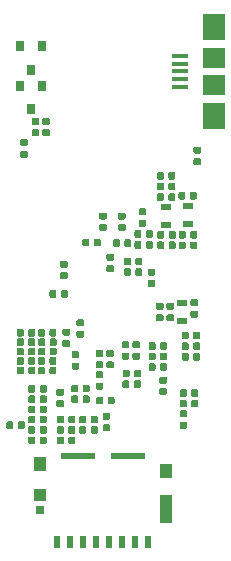
<source format=gbp>
G04 #@! TF.GenerationSoftware,KiCad,Pcbnew,5.1.4-e60b266~84~ubuntu19.04.1*
G04 #@! TF.CreationDate,2019-08-26T11:52:45-07:00*
G04 #@! TF.ProjectId,ATSAMA5D27-1G,41545341-4d41-4354-9432-372d31472e6b,rev?*
G04 #@! TF.SameCoordinates,Original*
G04 #@! TF.FileFunction,Paste,Bot*
G04 #@! TF.FilePolarity,Positive*
%FSLAX46Y46*%
G04 Gerber Fmt 4.6, Leading zero omitted, Abs format (unit mm)*
G04 Created by KiCad (PCBNEW 5.1.4-e60b266~84~ubuntu19.04.1) date 2019-08-26 11:52:45*
%MOMM*%
%LPD*%
G04 APERTURE LIST*
%ADD10R,2.910000X0.550000*%
%ADD11R,1.050000X2.390000*%
%ADD12R,1.050000X1.200000*%
%ADD13R,1.050000X1.080000*%
%ADD14R,0.720000X0.780000*%
%ADD15R,0.500000X1.000000*%
%ADD16C,0.150000*%
%ADD17C,0.590000*%
%ADD18R,0.900000X0.500000*%
%ADD19R,1.400000X0.400000*%
%ADD20R,1.900000X1.800000*%
%ADD21R,1.900000X2.300000*%
%ADD22R,0.800000X0.900000*%
G04 APERTURE END LIST*
D10*
X132942260Y-112741620D03*
X137132260Y-112741620D03*
D11*
X140362260Y-117171620D03*
D12*
X140362260Y-113986620D03*
X129712260Y-113416620D03*
D13*
X129712260Y-116026620D03*
D14*
X129677260Y-117296620D03*
D15*
X138887260Y-119976620D03*
X137787260Y-119976620D03*
X136687260Y-119976620D03*
X135587260Y-119976620D03*
X134487260Y-119976620D03*
X133387260Y-119976620D03*
X132287260Y-119976620D03*
X131187260Y-119976620D03*
D16*
G36*
X137308365Y-94369056D02*
G01*
X137322683Y-94371180D01*
X137336724Y-94374697D01*
X137350353Y-94379574D01*
X137363438Y-94385763D01*
X137375854Y-94393204D01*
X137387480Y-94401827D01*
X137398205Y-94411548D01*
X137407926Y-94422273D01*
X137416549Y-94433899D01*
X137423990Y-94446315D01*
X137430179Y-94459400D01*
X137435056Y-94473029D01*
X137438573Y-94487070D01*
X137440697Y-94501388D01*
X137441407Y-94515846D01*
X137441407Y-94860846D01*
X137440697Y-94875304D01*
X137438573Y-94889622D01*
X137435056Y-94903663D01*
X137430179Y-94917292D01*
X137423990Y-94930377D01*
X137416549Y-94942793D01*
X137407926Y-94954419D01*
X137398205Y-94965144D01*
X137387480Y-94974865D01*
X137375854Y-94983488D01*
X137363438Y-94990929D01*
X137350353Y-94997118D01*
X137336724Y-95001995D01*
X137322683Y-95005512D01*
X137308365Y-95007636D01*
X137293907Y-95008346D01*
X136998907Y-95008346D01*
X136984449Y-95007636D01*
X136970131Y-95005512D01*
X136956090Y-95001995D01*
X136942461Y-94997118D01*
X136929376Y-94990929D01*
X136916960Y-94983488D01*
X136905334Y-94974865D01*
X136894609Y-94965144D01*
X136884888Y-94954419D01*
X136876265Y-94942793D01*
X136868824Y-94930377D01*
X136862635Y-94917292D01*
X136857758Y-94903663D01*
X136854241Y-94889622D01*
X136852117Y-94875304D01*
X136851407Y-94860846D01*
X136851407Y-94515846D01*
X136852117Y-94501388D01*
X136854241Y-94487070D01*
X136857758Y-94473029D01*
X136862635Y-94459400D01*
X136868824Y-94446315D01*
X136876265Y-94433899D01*
X136884888Y-94422273D01*
X136894609Y-94411548D01*
X136905334Y-94401827D01*
X136916960Y-94393204D01*
X136929376Y-94385763D01*
X136942461Y-94379574D01*
X136956090Y-94374697D01*
X136970131Y-94371180D01*
X136984449Y-94369056D01*
X136998907Y-94368346D01*
X137293907Y-94368346D01*
X137308365Y-94369056D01*
X137308365Y-94369056D01*
G37*
D17*
X137146407Y-94688346D03*
D16*
G36*
X136338365Y-94369056D02*
G01*
X136352683Y-94371180D01*
X136366724Y-94374697D01*
X136380353Y-94379574D01*
X136393438Y-94385763D01*
X136405854Y-94393204D01*
X136417480Y-94401827D01*
X136428205Y-94411548D01*
X136437926Y-94422273D01*
X136446549Y-94433899D01*
X136453990Y-94446315D01*
X136460179Y-94459400D01*
X136465056Y-94473029D01*
X136468573Y-94487070D01*
X136470697Y-94501388D01*
X136471407Y-94515846D01*
X136471407Y-94860846D01*
X136470697Y-94875304D01*
X136468573Y-94889622D01*
X136465056Y-94903663D01*
X136460179Y-94917292D01*
X136453990Y-94930377D01*
X136446549Y-94942793D01*
X136437926Y-94954419D01*
X136428205Y-94965144D01*
X136417480Y-94974865D01*
X136405854Y-94983488D01*
X136393438Y-94990929D01*
X136380353Y-94997118D01*
X136366724Y-95001995D01*
X136352683Y-95005512D01*
X136338365Y-95007636D01*
X136323907Y-95008346D01*
X136028907Y-95008346D01*
X136014449Y-95007636D01*
X136000131Y-95005512D01*
X135986090Y-95001995D01*
X135972461Y-94997118D01*
X135959376Y-94990929D01*
X135946960Y-94983488D01*
X135935334Y-94974865D01*
X135924609Y-94965144D01*
X135914888Y-94954419D01*
X135906265Y-94942793D01*
X135898824Y-94930377D01*
X135892635Y-94917292D01*
X135887758Y-94903663D01*
X135884241Y-94889622D01*
X135882117Y-94875304D01*
X135881407Y-94860846D01*
X135881407Y-94515846D01*
X135882117Y-94501388D01*
X135884241Y-94487070D01*
X135887758Y-94473029D01*
X135892635Y-94459400D01*
X135898824Y-94446315D01*
X135906265Y-94433899D01*
X135914888Y-94422273D01*
X135924609Y-94411548D01*
X135935334Y-94401827D01*
X135946960Y-94393204D01*
X135959376Y-94385763D01*
X135972461Y-94379574D01*
X135986090Y-94374697D01*
X136000131Y-94371180D01*
X136014449Y-94369056D01*
X136028907Y-94368346D01*
X136323907Y-94368346D01*
X136338365Y-94369056D01*
X136338365Y-94369056D01*
G37*
D17*
X136176407Y-94688346D03*
D18*
X142209700Y-93084451D03*
X142209700Y-91584451D03*
X140390960Y-91639420D03*
X140390960Y-93139420D03*
X141749860Y-101280820D03*
X141749860Y-99780820D03*
D16*
G36*
X140067918Y-89568930D02*
G01*
X140082236Y-89571054D01*
X140096277Y-89574571D01*
X140109906Y-89579448D01*
X140122991Y-89585637D01*
X140135407Y-89593078D01*
X140147033Y-89601701D01*
X140157758Y-89611422D01*
X140167479Y-89622147D01*
X140176102Y-89633773D01*
X140183543Y-89646189D01*
X140189732Y-89659274D01*
X140194609Y-89672903D01*
X140198126Y-89686944D01*
X140200250Y-89701262D01*
X140200960Y-89715720D01*
X140200960Y-90060720D01*
X140200250Y-90075178D01*
X140198126Y-90089496D01*
X140194609Y-90103537D01*
X140189732Y-90117166D01*
X140183543Y-90130251D01*
X140176102Y-90142667D01*
X140167479Y-90154293D01*
X140157758Y-90165018D01*
X140147033Y-90174739D01*
X140135407Y-90183362D01*
X140122991Y-90190803D01*
X140109906Y-90196992D01*
X140096277Y-90201869D01*
X140082236Y-90205386D01*
X140067918Y-90207510D01*
X140053460Y-90208220D01*
X139758460Y-90208220D01*
X139744002Y-90207510D01*
X139729684Y-90205386D01*
X139715643Y-90201869D01*
X139702014Y-90196992D01*
X139688929Y-90190803D01*
X139676513Y-90183362D01*
X139664887Y-90174739D01*
X139654162Y-90165018D01*
X139644441Y-90154293D01*
X139635818Y-90142667D01*
X139628377Y-90130251D01*
X139622188Y-90117166D01*
X139617311Y-90103537D01*
X139613794Y-90089496D01*
X139611670Y-90075178D01*
X139610960Y-90060720D01*
X139610960Y-89715720D01*
X139611670Y-89701262D01*
X139613794Y-89686944D01*
X139617311Y-89672903D01*
X139622188Y-89659274D01*
X139628377Y-89646189D01*
X139635818Y-89633773D01*
X139644441Y-89622147D01*
X139654162Y-89611422D01*
X139664887Y-89601701D01*
X139676513Y-89593078D01*
X139688929Y-89585637D01*
X139702014Y-89579448D01*
X139715643Y-89574571D01*
X139729684Y-89571054D01*
X139744002Y-89568930D01*
X139758460Y-89568220D01*
X140053460Y-89568220D01*
X140067918Y-89568930D01*
X140067918Y-89568930D01*
G37*
D17*
X139905960Y-89888220D03*
D16*
G36*
X141037918Y-89568930D02*
G01*
X141052236Y-89571054D01*
X141066277Y-89574571D01*
X141079906Y-89579448D01*
X141092991Y-89585637D01*
X141105407Y-89593078D01*
X141117033Y-89601701D01*
X141127758Y-89611422D01*
X141137479Y-89622147D01*
X141146102Y-89633773D01*
X141153543Y-89646189D01*
X141159732Y-89659274D01*
X141164609Y-89672903D01*
X141168126Y-89686944D01*
X141170250Y-89701262D01*
X141170960Y-89715720D01*
X141170960Y-90060720D01*
X141170250Y-90075178D01*
X141168126Y-90089496D01*
X141164609Y-90103537D01*
X141159732Y-90117166D01*
X141153543Y-90130251D01*
X141146102Y-90142667D01*
X141137479Y-90154293D01*
X141127758Y-90165018D01*
X141117033Y-90174739D01*
X141105407Y-90183362D01*
X141092991Y-90190803D01*
X141079906Y-90196992D01*
X141066277Y-90201869D01*
X141052236Y-90205386D01*
X141037918Y-90207510D01*
X141023460Y-90208220D01*
X140728460Y-90208220D01*
X140714002Y-90207510D01*
X140699684Y-90205386D01*
X140685643Y-90201869D01*
X140672014Y-90196992D01*
X140658929Y-90190803D01*
X140646513Y-90183362D01*
X140634887Y-90174739D01*
X140624162Y-90165018D01*
X140614441Y-90154293D01*
X140605818Y-90142667D01*
X140598377Y-90130251D01*
X140592188Y-90117166D01*
X140587311Y-90103537D01*
X140583794Y-90089496D01*
X140581670Y-90075178D01*
X140580960Y-90060720D01*
X140580960Y-89715720D01*
X140581670Y-89701262D01*
X140583794Y-89686944D01*
X140587311Y-89672903D01*
X140592188Y-89659274D01*
X140598377Y-89646189D01*
X140605818Y-89633773D01*
X140614441Y-89622147D01*
X140624162Y-89611422D01*
X140634887Y-89601701D01*
X140646513Y-89593078D01*
X140658929Y-89585637D01*
X140672014Y-89579448D01*
X140685643Y-89574571D01*
X140699684Y-89571054D01*
X140714002Y-89568930D01*
X140728460Y-89568220D01*
X141023460Y-89568220D01*
X141037918Y-89568930D01*
X141037918Y-89568930D01*
G37*
D17*
X140875960Y-89888220D03*
D16*
G36*
X129161018Y-111070030D02*
G01*
X129175336Y-111072154D01*
X129189377Y-111075671D01*
X129203006Y-111080548D01*
X129216091Y-111086737D01*
X129228507Y-111094178D01*
X129240133Y-111102801D01*
X129250858Y-111112522D01*
X129260579Y-111123247D01*
X129269202Y-111134873D01*
X129276643Y-111147289D01*
X129282832Y-111160374D01*
X129287709Y-111174003D01*
X129291226Y-111188044D01*
X129293350Y-111202362D01*
X129294060Y-111216820D01*
X129294060Y-111561820D01*
X129293350Y-111576278D01*
X129291226Y-111590596D01*
X129287709Y-111604637D01*
X129282832Y-111618266D01*
X129276643Y-111631351D01*
X129269202Y-111643767D01*
X129260579Y-111655393D01*
X129250858Y-111666118D01*
X129240133Y-111675839D01*
X129228507Y-111684462D01*
X129216091Y-111691903D01*
X129203006Y-111698092D01*
X129189377Y-111702969D01*
X129175336Y-111706486D01*
X129161018Y-111708610D01*
X129146560Y-111709320D01*
X128851560Y-111709320D01*
X128837102Y-111708610D01*
X128822784Y-111706486D01*
X128808743Y-111702969D01*
X128795114Y-111698092D01*
X128782029Y-111691903D01*
X128769613Y-111684462D01*
X128757987Y-111675839D01*
X128747262Y-111666118D01*
X128737541Y-111655393D01*
X128728918Y-111643767D01*
X128721477Y-111631351D01*
X128715288Y-111618266D01*
X128710411Y-111604637D01*
X128706894Y-111590596D01*
X128704770Y-111576278D01*
X128704060Y-111561820D01*
X128704060Y-111216820D01*
X128704770Y-111202362D01*
X128706894Y-111188044D01*
X128710411Y-111174003D01*
X128715288Y-111160374D01*
X128721477Y-111147289D01*
X128728918Y-111134873D01*
X128737541Y-111123247D01*
X128747262Y-111112522D01*
X128757987Y-111102801D01*
X128769613Y-111094178D01*
X128782029Y-111086737D01*
X128795114Y-111080548D01*
X128808743Y-111075671D01*
X128822784Y-111072154D01*
X128837102Y-111070030D01*
X128851560Y-111069320D01*
X129146560Y-111069320D01*
X129161018Y-111070030D01*
X129161018Y-111070030D01*
G37*
D17*
X128999060Y-111389320D03*
D16*
G36*
X130131018Y-111070030D02*
G01*
X130145336Y-111072154D01*
X130159377Y-111075671D01*
X130173006Y-111080548D01*
X130186091Y-111086737D01*
X130198507Y-111094178D01*
X130210133Y-111102801D01*
X130220858Y-111112522D01*
X130230579Y-111123247D01*
X130239202Y-111134873D01*
X130246643Y-111147289D01*
X130252832Y-111160374D01*
X130257709Y-111174003D01*
X130261226Y-111188044D01*
X130263350Y-111202362D01*
X130264060Y-111216820D01*
X130264060Y-111561820D01*
X130263350Y-111576278D01*
X130261226Y-111590596D01*
X130257709Y-111604637D01*
X130252832Y-111618266D01*
X130246643Y-111631351D01*
X130239202Y-111643767D01*
X130230579Y-111655393D01*
X130220858Y-111666118D01*
X130210133Y-111675839D01*
X130198507Y-111684462D01*
X130186091Y-111691903D01*
X130173006Y-111698092D01*
X130159377Y-111702969D01*
X130145336Y-111706486D01*
X130131018Y-111708610D01*
X130116560Y-111709320D01*
X129821560Y-111709320D01*
X129807102Y-111708610D01*
X129792784Y-111706486D01*
X129778743Y-111702969D01*
X129765114Y-111698092D01*
X129752029Y-111691903D01*
X129739613Y-111684462D01*
X129727987Y-111675839D01*
X129717262Y-111666118D01*
X129707541Y-111655393D01*
X129698918Y-111643767D01*
X129691477Y-111631351D01*
X129685288Y-111618266D01*
X129680411Y-111604637D01*
X129676894Y-111590596D01*
X129674770Y-111576278D01*
X129674060Y-111561820D01*
X129674060Y-111216820D01*
X129674770Y-111202362D01*
X129676894Y-111188044D01*
X129680411Y-111174003D01*
X129685288Y-111160374D01*
X129691477Y-111147289D01*
X129698918Y-111134873D01*
X129707541Y-111123247D01*
X129717262Y-111112522D01*
X129727987Y-111102801D01*
X129739613Y-111094178D01*
X129752029Y-111086737D01*
X129765114Y-111080548D01*
X129778743Y-111075671D01*
X129792784Y-111072154D01*
X129807102Y-111070030D01*
X129821560Y-111069320D01*
X130116560Y-111069320D01*
X130131018Y-111070030D01*
X130131018Y-111070030D01*
G37*
D17*
X129969060Y-111389320D03*
D16*
G36*
X129161018Y-110181030D02*
G01*
X129175336Y-110183154D01*
X129189377Y-110186671D01*
X129203006Y-110191548D01*
X129216091Y-110197737D01*
X129228507Y-110205178D01*
X129240133Y-110213801D01*
X129250858Y-110223522D01*
X129260579Y-110234247D01*
X129269202Y-110245873D01*
X129276643Y-110258289D01*
X129282832Y-110271374D01*
X129287709Y-110285003D01*
X129291226Y-110299044D01*
X129293350Y-110313362D01*
X129294060Y-110327820D01*
X129294060Y-110672820D01*
X129293350Y-110687278D01*
X129291226Y-110701596D01*
X129287709Y-110715637D01*
X129282832Y-110729266D01*
X129276643Y-110742351D01*
X129269202Y-110754767D01*
X129260579Y-110766393D01*
X129250858Y-110777118D01*
X129240133Y-110786839D01*
X129228507Y-110795462D01*
X129216091Y-110802903D01*
X129203006Y-110809092D01*
X129189377Y-110813969D01*
X129175336Y-110817486D01*
X129161018Y-110819610D01*
X129146560Y-110820320D01*
X128851560Y-110820320D01*
X128837102Y-110819610D01*
X128822784Y-110817486D01*
X128808743Y-110813969D01*
X128795114Y-110809092D01*
X128782029Y-110802903D01*
X128769613Y-110795462D01*
X128757987Y-110786839D01*
X128747262Y-110777118D01*
X128737541Y-110766393D01*
X128728918Y-110754767D01*
X128721477Y-110742351D01*
X128715288Y-110729266D01*
X128710411Y-110715637D01*
X128706894Y-110701596D01*
X128704770Y-110687278D01*
X128704060Y-110672820D01*
X128704060Y-110327820D01*
X128704770Y-110313362D01*
X128706894Y-110299044D01*
X128710411Y-110285003D01*
X128715288Y-110271374D01*
X128721477Y-110258289D01*
X128728918Y-110245873D01*
X128737541Y-110234247D01*
X128747262Y-110223522D01*
X128757987Y-110213801D01*
X128769613Y-110205178D01*
X128782029Y-110197737D01*
X128795114Y-110191548D01*
X128808743Y-110186671D01*
X128822784Y-110183154D01*
X128837102Y-110181030D01*
X128851560Y-110180320D01*
X129146560Y-110180320D01*
X129161018Y-110181030D01*
X129161018Y-110181030D01*
G37*
D17*
X128999060Y-110500320D03*
D16*
G36*
X130131018Y-110181030D02*
G01*
X130145336Y-110183154D01*
X130159377Y-110186671D01*
X130173006Y-110191548D01*
X130186091Y-110197737D01*
X130198507Y-110205178D01*
X130210133Y-110213801D01*
X130220858Y-110223522D01*
X130230579Y-110234247D01*
X130239202Y-110245873D01*
X130246643Y-110258289D01*
X130252832Y-110271374D01*
X130257709Y-110285003D01*
X130261226Y-110299044D01*
X130263350Y-110313362D01*
X130264060Y-110327820D01*
X130264060Y-110672820D01*
X130263350Y-110687278D01*
X130261226Y-110701596D01*
X130257709Y-110715637D01*
X130252832Y-110729266D01*
X130246643Y-110742351D01*
X130239202Y-110754767D01*
X130230579Y-110766393D01*
X130220858Y-110777118D01*
X130210133Y-110786839D01*
X130198507Y-110795462D01*
X130186091Y-110802903D01*
X130173006Y-110809092D01*
X130159377Y-110813969D01*
X130145336Y-110817486D01*
X130131018Y-110819610D01*
X130116560Y-110820320D01*
X129821560Y-110820320D01*
X129807102Y-110819610D01*
X129792784Y-110817486D01*
X129778743Y-110813969D01*
X129765114Y-110809092D01*
X129752029Y-110802903D01*
X129739613Y-110795462D01*
X129727987Y-110786839D01*
X129717262Y-110777118D01*
X129707541Y-110766393D01*
X129698918Y-110754767D01*
X129691477Y-110742351D01*
X129685288Y-110729266D01*
X129680411Y-110715637D01*
X129676894Y-110701596D01*
X129674770Y-110687278D01*
X129674060Y-110672820D01*
X129674060Y-110327820D01*
X129674770Y-110313362D01*
X129676894Y-110299044D01*
X129680411Y-110285003D01*
X129685288Y-110271374D01*
X129691477Y-110258289D01*
X129698918Y-110245873D01*
X129707541Y-110234247D01*
X129717262Y-110223522D01*
X129727987Y-110213801D01*
X129739613Y-110205178D01*
X129752029Y-110197737D01*
X129765114Y-110191548D01*
X129778743Y-110186671D01*
X129792784Y-110183154D01*
X129807102Y-110181030D01*
X129821560Y-110180320D01*
X130116560Y-110180320D01*
X130131018Y-110181030D01*
X130131018Y-110181030D01*
G37*
D17*
X129969060Y-110500320D03*
D16*
G36*
X140067918Y-88679930D02*
G01*
X140082236Y-88682054D01*
X140096277Y-88685571D01*
X140109906Y-88690448D01*
X140122991Y-88696637D01*
X140135407Y-88704078D01*
X140147033Y-88712701D01*
X140157758Y-88722422D01*
X140167479Y-88733147D01*
X140176102Y-88744773D01*
X140183543Y-88757189D01*
X140189732Y-88770274D01*
X140194609Y-88783903D01*
X140198126Y-88797944D01*
X140200250Y-88812262D01*
X140200960Y-88826720D01*
X140200960Y-89171720D01*
X140200250Y-89186178D01*
X140198126Y-89200496D01*
X140194609Y-89214537D01*
X140189732Y-89228166D01*
X140183543Y-89241251D01*
X140176102Y-89253667D01*
X140167479Y-89265293D01*
X140157758Y-89276018D01*
X140147033Y-89285739D01*
X140135407Y-89294362D01*
X140122991Y-89301803D01*
X140109906Y-89307992D01*
X140096277Y-89312869D01*
X140082236Y-89316386D01*
X140067918Y-89318510D01*
X140053460Y-89319220D01*
X139758460Y-89319220D01*
X139744002Y-89318510D01*
X139729684Y-89316386D01*
X139715643Y-89312869D01*
X139702014Y-89307992D01*
X139688929Y-89301803D01*
X139676513Y-89294362D01*
X139664887Y-89285739D01*
X139654162Y-89276018D01*
X139644441Y-89265293D01*
X139635818Y-89253667D01*
X139628377Y-89241251D01*
X139622188Y-89228166D01*
X139617311Y-89214537D01*
X139613794Y-89200496D01*
X139611670Y-89186178D01*
X139610960Y-89171720D01*
X139610960Y-88826720D01*
X139611670Y-88812262D01*
X139613794Y-88797944D01*
X139617311Y-88783903D01*
X139622188Y-88770274D01*
X139628377Y-88757189D01*
X139635818Y-88744773D01*
X139644441Y-88733147D01*
X139654162Y-88722422D01*
X139664887Y-88712701D01*
X139676513Y-88704078D01*
X139688929Y-88696637D01*
X139702014Y-88690448D01*
X139715643Y-88685571D01*
X139729684Y-88682054D01*
X139744002Y-88679930D01*
X139758460Y-88679220D01*
X140053460Y-88679220D01*
X140067918Y-88679930D01*
X140067918Y-88679930D01*
G37*
D17*
X139905960Y-88999220D03*
D16*
G36*
X141037918Y-88679930D02*
G01*
X141052236Y-88682054D01*
X141066277Y-88685571D01*
X141079906Y-88690448D01*
X141092991Y-88696637D01*
X141105407Y-88704078D01*
X141117033Y-88712701D01*
X141127758Y-88722422D01*
X141137479Y-88733147D01*
X141146102Y-88744773D01*
X141153543Y-88757189D01*
X141159732Y-88770274D01*
X141164609Y-88783903D01*
X141168126Y-88797944D01*
X141170250Y-88812262D01*
X141170960Y-88826720D01*
X141170960Y-89171720D01*
X141170250Y-89186178D01*
X141168126Y-89200496D01*
X141164609Y-89214537D01*
X141159732Y-89228166D01*
X141153543Y-89241251D01*
X141146102Y-89253667D01*
X141137479Y-89265293D01*
X141127758Y-89276018D01*
X141117033Y-89285739D01*
X141105407Y-89294362D01*
X141092991Y-89301803D01*
X141079906Y-89307992D01*
X141066277Y-89312869D01*
X141052236Y-89316386D01*
X141037918Y-89318510D01*
X141023460Y-89319220D01*
X140728460Y-89319220D01*
X140714002Y-89318510D01*
X140699684Y-89316386D01*
X140685643Y-89312869D01*
X140672014Y-89307992D01*
X140658929Y-89301803D01*
X140646513Y-89294362D01*
X140634887Y-89285739D01*
X140624162Y-89276018D01*
X140614441Y-89265293D01*
X140605818Y-89253667D01*
X140598377Y-89241251D01*
X140592188Y-89228166D01*
X140587311Y-89214537D01*
X140583794Y-89200496D01*
X140581670Y-89186178D01*
X140580960Y-89171720D01*
X140580960Y-88826720D01*
X140581670Y-88812262D01*
X140583794Y-88797944D01*
X140587311Y-88783903D01*
X140592188Y-88770274D01*
X140598377Y-88757189D01*
X140605818Y-88744773D01*
X140614441Y-88733147D01*
X140624162Y-88722422D01*
X140634887Y-88712701D01*
X140646513Y-88704078D01*
X140658929Y-88696637D01*
X140672014Y-88690448D01*
X140685643Y-88685571D01*
X140699684Y-88682054D01*
X140714002Y-88679930D01*
X140728460Y-88679220D01*
X141023460Y-88679220D01*
X141037918Y-88679930D01*
X141037918Y-88679930D01*
G37*
D17*
X140875960Y-88999220D03*
D16*
G36*
X143206818Y-86518130D02*
G01*
X143221136Y-86520254D01*
X143235177Y-86523771D01*
X143248806Y-86528648D01*
X143261891Y-86534837D01*
X143274307Y-86542278D01*
X143285933Y-86550901D01*
X143296658Y-86560622D01*
X143306379Y-86571347D01*
X143315002Y-86582973D01*
X143322443Y-86595389D01*
X143328632Y-86608474D01*
X143333509Y-86622103D01*
X143337026Y-86636144D01*
X143339150Y-86650462D01*
X143339860Y-86664920D01*
X143339860Y-86959920D01*
X143339150Y-86974378D01*
X143337026Y-86988696D01*
X143333509Y-87002737D01*
X143328632Y-87016366D01*
X143322443Y-87029451D01*
X143315002Y-87041867D01*
X143306379Y-87053493D01*
X143296658Y-87064218D01*
X143285933Y-87073939D01*
X143274307Y-87082562D01*
X143261891Y-87090003D01*
X143248806Y-87096192D01*
X143235177Y-87101069D01*
X143221136Y-87104586D01*
X143206818Y-87106710D01*
X143192360Y-87107420D01*
X142847360Y-87107420D01*
X142832902Y-87106710D01*
X142818584Y-87104586D01*
X142804543Y-87101069D01*
X142790914Y-87096192D01*
X142777829Y-87090003D01*
X142765413Y-87082562D01*
X142753787Y-87073939D01*
X142743062Y-87064218D01*
X142733341Y-87053493D01*
X142724718Y-87041867D01*
X142717277Y-87029451D01*
X142711088Y-87016366D01*
X142706211Y-87002737D01*
X142702694Y-86988696D01*
X142700570Y-86974378D01*
X142699860Y-86959920D01*
X142699860Y-86664920D01*
X142700570Y-86650462D01*
X142702694Y-86636144D01*
X142706211Y-86622103D01*
X142711088Y-86608474D01*
X142717277Y-86595389D01*
X142724718Y-86582973D01*
X142733341Y-86571347D01*
X142743062Y-86560622D01*
X142753787Y-86550901D01*
X142765413Y-86542278D01*
X142777829Y-86534837D01*
X142790914Y-86528648D01*
X142804543Y-86523771D01*
X142818584Y-86520254D01*
X142832902Y-86518130D01*
X142847360Y-86517420D01*
X143192360Y-86517420D01*
X143206818Y-86518130D01*
X143206818Y-86518130D01*
G37*
D17*
X143019860Y-86812420D03*
D16*
G36*
X143206818Y-87488130D02*
G01*
X143221136Y-87490254D01*
X143235177Y-87493771D01*
X143248806Y-87498648D01*
X143261891Y-87504837D01*
X143274307Y-87512278D01*
X143285933Y-87520901D01*
X143296658Y-87530622D01*
X143306379Y-87541347D01*
X143315002Y-87552973D01*
X143322443Y-87565389D01*
X143328632Y-87578474D01*
X143333509Y-87592103D01*
X143337026Y-87606144D01*
X143339150Y-87620462D01*
X143339860Y-87634920D01*
X143339860Y-87929920D01*
X143339150Y-87944378D01*
X143337026Y-87958696D01*
X143333509Y-87972737D01*
X143328632Y-87986366D01*
X143322443Y-87999451D01*
X143315002Y-88011867D01*
X143306379Y-88023493D01*
X143296658Y-88034218D01*
X143285933Y-88043939D01*
X143274307Y-88052562D01*
X143261891Y-88060003D01*
X143248806Y-88066192D01*
X143235177Y-88071069D01*
X143221136Y-88074586D01*
X143206818Y-88076710D01*
X143192360Y-88077420D01*
X142847360Y-88077420D01*
X142832902Y-88076710D01*
X142818584Y-88074586D01*
X142804543Y-88071069D01*
X142790914Y-88066192D01*
X142777829Y-88060003D01*
X142765413Y-88052562D01*
X142753787Y-88043939D01*
X142743062Y-88034218D01*
X142733341Y-88023493D01*
X142724718Y-88011867D01*
X142717277Y-87999451D01*
X142711088Y-87986366D01*
X142706211Y-87972737D01*
X142702694Y-87958696D01*
X142700570Y-87944378D01*
X142699860Y-87929920D01*
X142699860Y-87634920D01*
X142700570Y-87620462D01*
X142702694Y-87606144D01*
X142706211Y-87592103D01*
X142711088Y-87578474D01*
X142717277Y-87565389D01*
X142724718Y-87552973D01*
X142733341Y-87541347D01*
X142743062Y-87530622D01*
X142753787Y-87520901D01*
X142765413Y-87512278D01*
X142777829Y-87504837D01*
X142790914Y-87498648D01*
X142804543Y-87493771D01*
X142818584Y-87490254D01*
X142832902Y-87488130D01*
X142847360Y-87487420D01*
X143192360Y-87487420D01*
X143206818Y-87488130D01*
X143206818Y-87488130D01*
G37*
D17*
X143019860Y-87782420D03*
D16*
G36*
X133300818Y-102121210D02*
G01*
X133315136Y-102123334D01*
X133329177Y-102126851D01*
X133342806Y-102131728D01*
X133355891Y-102137917D01*
X133368307Y-102145358D01*
X133379933Y-102153981D01*
X133390658Y-102163702D01*
X133400379Y-102174427D01*
X133409002Y-102186053D01*
X133416443Y-102198469D01*
X133422632Y-102211554D01*
X133427509Y-102225183D01*
X133431026Y-102239224D01*
X133433150Y-102253542D01*
X133433860Y-102268000D01*
X133433860Y-102563000D01*
X133433150Y-102577458D01*
X133431026Y-102591776D01*
X133427509Y-102605817D01*
X133422632Y-102619446D01*
X133416443Y-102632531D01*
X133409002Y-102644947D01*
X133400379Y-102656573D01*
X133390658Y-102667298D01*
X133379933Y-102677019D01*
X133368307Y-102685642D01*
X133355891Y-102693083D01*
X133342806Y-102699272D01*
X133329177Y-102704149D01*
X133315136Y-102707666D01*
X133300818Y-102709790D01*
X133286360Y-102710500D01*
X132941360Y-102710500D01*
X132926902Y-102709790D01*
X132912584Y-102707666D01*
X132898543Y-102704149D01*
X132884914Y-102699272D01*
X132871829Y-102693083D01*
X132859413Y-102685642D01*
X132847787Y-102677019D01*
X132837062Y-102667298D01*
X132827341Y-102656573D01*
X132818718Y-102644947D01*
X132811277Y-102632531D01*
X132805088Y-102619446D01*
X132800211Y-102605817D01*
X132796694Y-102591776D01*
X132794570Y-102577458D01*
X132793860Y-102563000D01*
X132793860Y-102268000D01*
X132794570Y-102253542D01*
X132796694Y-102239224D01*
X132800211Y-102225183D01*
X132805088Y-102211554D01*
X132811277Y-102198469D01*
X132818718Y-102186053D01*
X132827341Y-102174427D01*
X132837062Y-102163702D01*
X132847787Y-102153981D01*
X132859413Y-102145358D01*
X132871829Y-102137917D01*
X132884914Y-102131728D01*
X132898543Y-102126851D01*
X132912584Y-102123334D01*
X132926902Y-102121210D01*
X132941360Y-102120500D01*
X133286360Y-102120500D01*
X133300818Y-102121210D01*
X133300818Y-102121210D01*
G37*
D17*
X133113860Y-102415500D03*
D16*
G36*
X133300818Y-101151210D02*
G01*
X133315136Y-101153334D01*
X133329177Y-101156851D01*
X133342806Y-101161728D01*
X133355891Y-101167917D01*
X133368307Y-101175358D01*
X133379933Y-101183981D01*
X133390658Y-101193702D01*
X133400379Y-101204427D01*
X133409002Y-101216053D01*
X133416443Y-101228469D01*
X133422632Y-101241554D01*
X133427509Y-101255183D01*
X133431026Y-101269224D01*
X133433150Y-101283542D01*
X133433860Y-101298000D01*
X133433860Y-101593000D01*
X133433150Y-101607458D01*
X133431026Y-101621776D01*
X133427509Y-101635817D01*
X133422632Y-101649446D01*
X133416443Y-101662531D01*
X133409002Y-101674947D01*
X133400379Y-101686573D01*
X133390658Y-101697298D01*
X133379933Y-101707019D01*
X133368307Y-101715642D01*
X133355891Y-101723083D01*
X133342806Y-101729272D01*
X133329177Y-101734149D01*
X133315136Y-101737666D01*
X133300818Y-101739790D01*
X133286360Y-101740500D01*
X132941360Y-101740500D01*
X132926902Y-101739790D01*
X132912584Y-101737666D01*
X132898543Y-101734149D01*
X132884914Y-101729272D01*
X132871829Y-101723083D01*
X132859413Y-101715642D01*
X132847787Y-101707019D01*
X132837062Y-101697298D01*
X132827341Y-101686573D01*
X132818718Y-101674947D01*
X132811277Y-101662531D01*
X132805088Y-101649446D01*
X132800211Y-101635817D01*
X132796694Y-101621776D01*
X132794570Y-101607458D01*
X132793860Y-101593000D01*
X132793860Y-101298000D01*
X132794570Y-101283542D01*
X132796694Y-101269224D01*
X132800211Y-101255183D01*
X132805088Y-101241554D01*
X132811277Y-101228469D01*
X132818718Y-101216053D01*
X132827341Y-101204427D01*
X132837062Y-101193702D01*
X132847787Y-101183981D01*
X132859413Y-101175358D01*
X132871829Y-101167917D01*
X132884914Y-101161728D01*
X132898543Y-101156851D01*
X132912584Y-101153334D01*
X132926902Y-101151210D01*
X132941360Y-101150500D01*
X133286360Y-101150500D01*
X133300818Y-101151210D01*
X133300818Y-101151210D01*
G37*
D17*
X133113860Y-101445500D03*
D16*
G36*
X128203718Y-105151830D02*
G01*
X128218036Y-105153954D01*
X128232077Y-105157471D01*
X128245706Y-105162348D01*
X128258791Y-105168537D01*
X128271207Y-105175978D01*
X128282833Y-105184601D01*
X128293558Y-105194322D01*
X128303279Y-105205047D01*
X128311902Y-105216673D01*
X128319343Y-105229089D01*
X128325532Y-105242174D01*
X128330409Y-105255803D01*
X128333926Y-105269844D01*
X128336050Y-105284162D01*
X128336760Y-105298620D01*
X128336760Y-105643620D01*
X128336050Y-105658078D01*
X128333926Y-105672396D01*
X128330409Y-105686437D01*
X128325532Y-105700066D01*
X128319343Y-105713151D01*
X128311902Y-105725567D01*
X128303279Y-105737193D01*
X128293558Y-105747918D01*
X128282833Y-105757639D01*
X128271207Y-105766262D01*
X128258791Y-105773703D01*
X128245706Y-105779892D01*
X128232077Y-105784769D01*
X128218036Y-105788286D01*
X128203718Y-105790410D01*
X128189260Y-105791120D01*
X127894260Y-105791120D01*
X127879802Y-105790410D01*
X127865484Y-105788286D01*
X127851443Y-105784769D01*
X127837814Y-105779892D01*
X127824729Y-105773703D01*
X127812313Y-105766262D01*
X127800687Y-105757639D01*
X127789962Y-105747918D01*
X127780241Y-105737193D01*
X127771618Y-105725567D01*
X127764177Y-105713151D01*
X127757988Y-105700066D01*
X127753111Y-105686437D01*
X127749594Y-105672396D01*
X127747470Y-105658078D01*
X127746760Y-105643620D01*
X127746760Y-105298620D01*
X127747470Y-105284162D01*
X127749594Y-105269844D01*
X127753111Y-105255803D01*
X127757988Y-105242174D01*
X127764177Y-105229089D01*
X127771618Y-105216673D01*
X127780241Y-105205047D01*
X127789962Y-105194322D01*
X127800687Y-105184601D01*
X127812313Y-105175978D01*
X127824729Y-105168537D01*
X127837814Y-105162348D01*
X127851443Y-105157471D01*
X127865484Y-105153954D01*
X127879802Y-105151830D01*
X127894260Y-105151120D01*
X128189260Y-105151120D01*
X128203718Y-105151830D01*
X128203718Y-105151830D01*
G37*
D17*
X128041760Y-105471120D03*
D16*
G36*
X129173718Y-105151830D02*
G01*
X129188036Y-105153954D01*
X129202077Y-105157471D01*
X129215706Y-105162348D01*
X129228791Y-105168537D01*
X129241207Y-105175978D01*
X129252833Y-105184601D01*
X129263558Y-105194322D01*
X129273279Y-105205047D01*
X129281902Y-105216673D01*
X129289343Y-105229089D01*
X129295532Y-105242174D01*
X129300409Y-105255803D01*
X129303926Y-105269844D01*
X129306050Y-105284162D01*
X129306760Y-105298620D01*
X129306760Y-105643620D01*
X129306050Y-105658078D01*
X129303926Y-105672396D01*
X129300409Y-105686437D01*
X129295532Y-105700066D01*
X129289343Y-105713151D01*
X129281902Y-105725567D01*
X129273279Y-105737193D01*
X129263558Y-105747918D01*
X129252833Y-105757639D01*
X129241207Y-105766262D01*
X129228791Y-105773703D01*
X129215706Y-105779892D01*
X129202077Y-105784769D01*
X129188036Y-105788286D01*
X129173718Y-105790410D01*
X129159260Y-105791120D01*
X128864260Y-105791120D01*
X128849802Y-105790410D01*
X128835484Y-105788286D01*
X128821443Y-105784769D01*
X128807814Y-105779892D01*
X128794729Y-105773703D01*
X128782313Y-105766262D01*
X128770687Y-105757639D01*
X128759962Y-105747918D01*
X128750241Y-105737193D01*
X128741618Y-105725567D01*
X128734177Y-105713151D01*
X128727988Y-105700066D01*
X128723111Y-105686437D01*
X128719594Y-105672396D01*
X128717470Y-105658078D01*
X128716760Y-105643620D01*
X128716760Y-105298620D01*
X128717470Y-105284162D01*
X128719594Y-105269844D01*
X128723111Y-105255803D01*
X128727988Y-105242174D01*
X128734177Y-105229089D01*
X128741618Y-105216673D01*
X128750241Y-105205047D01*
X128759962Y-105194322D01*
X128770687Y-105184601D01*
X128782313Y-105175978D01*
X128794729Y-105168537D01*
X128807814Y-105162348D01*
X128821443Y-105157471D01*
X128835484Y-105153954D01*
X128849802Y-105151830D01*
X128864260Y-105151120D01*
X129159260Y-105151120D01*
X129173718Y-105151830D01*
X129173718Y-105151830D01*
G37*
D17*
X129011760Y-105471120D03*
D16*
G36*
X143131018Y-103107130D02*
G01*
X143145336Y-103109254D01*
X143159377Y-103112771D01*
X143173006Y-103117648D01*
X143186091Y-103123837D01*
X143198507Y-103131278D01*
X143210133Y-103139901D01*
X143220858Y-103149622D01*
X143230579Y-103160347D01*
X143239202Y-103171973D01*
X143246643Y-103184389D01*
X143252832Y-103197474D01*
X143257709Y-103211103D01*
X143261226Y-103225144D01*
X143263350Y-103239462D01*
X143264060Y-103253920D01*
X143264060Y-103598920D01*
X143263350Y-103613378D01*
X143261226Y-103627696D01*
X143257709Y-103641737D01*
X143252832Y-103655366D01*
X143246643Y-103668451D01*
X143239202Y-103680867D01*
X143230579Y-103692493D01*
X143220858Y-103703218D01*
X143210133Y-103712939D01*
X143198507Y-103721562D01*
X143186091Y-103729003D01*
X143173006Y-103735192D01*
X143159377Y-103740069D01*
X143145336Y-103743586D01*
X143131018Y-103745710D01*
X143116560Y-103746420D01*
X142821560Y-103746420D01*
X142807102Y-103745710D01*
X142792784Y-103743586D01*
X142778743Y-103740069D01*
X142765114Y-103735192D01*
X142752029Y-103729003D01*
X142739613Y-103721562D01*
X142727987Y-103712939D01*
X142717262Y-103703218D01*
X142707541Y-103692493D01*
X142698918Y-103680867D01*
X142691477Y-103668451D01*
X142685288Y-103655366D01*
X142680411Y-103641737D01*
X142676894Y-103627696D01*
X142674770Y-103613378D01*
X142674060Y-103598920D01*
X142674060Y-103253920D01*
X142674770Y-103239462D01*
X142676894Y-103225144D01*
X142680411Y-103211103D01*
X142685288Y-103197474D01*
X142691477Y-103184389D01*
X142698918Y-103171973D01*
X142707541Y-103160347D01*
X142717262Y-103149622D01*
X142727987Y-103139901D01*
X142739613Y-103131278D01*
X142752029Y-103123837D01*
X142765114Y-103117648D01*
X142778743Y-103112771D01*
X142792784Y-103109254D01*
X142807102Y-103107130D01*
X142821560Y-103106420D01*
X143116560Y-103106420D01*
X143131018Y-103107130D01*
X143131018Y-103107130D01*
G37*
D17*
X142969060Y-103426420D03*
D16*
G36*
X142161018Y-103107130D02*
G01*
X142175336Y-103109254D01*
X142189377Y-103112771D01*
X142203006Y-103117648D01*
X142216091Y-103123837D01*
X142228507Y-103131278D01*
X142240133Y-103139901D01*
X142250858Y-103149622D01*
X142260579Y-103160347D01*
X142269202Y-103171973D01*
X142276643Y-103184389D01*
X142282832Y-103197474D01*
X142287709Y-103211103D01*
X142291226Y-103225144D01*
X142293350Y-103239462D01*
X142294060Y-103253920D01*
X142294060Y-103598920D01*
X142293350Y-103613378D01*
X142291226Y-103627696D01*
X142287709Y-103641737D01*
X142282832Y-103655366D01*
X142276643Y-103668451D01*
X142269202Y-103680867D01*
X142260579Y-103692493D01*
X142250858Y-103703218D01*
X142240133Y-103712939D01*
X142228507Y-103721562D01*
X142216091Y-103729003D01*
X142203006Y-103735192D01*
X142189377Y-103740069D01*
X142175336Y-103743586D01*
X142161018Y-103745710D01*
X142146560Y-103746420D01*
X141851560Y-103746420D01*
X141837102Y-103745710D01*
X141822784Y-103743586D01*
X141808743Y-103740069D01*
X141795114Y-103735192D01*
X141782029Y-103729003D01*
X141769613Y-103721562D01*
X141757987Y-103712939D01*
X141747262Y-103703218D01*
X141737541Y-103692493D01*
X141728918Y-103680867D01*
X141721477Y-103668451D01*
X141715288Y-103655366D01*
X141710411Y-103641737D01*
X141706894Y-103627696D01*
X141704770Y-103613378D01*
X141704060Y-103598920D01*
X141704060Y-103253920D01*
X141704770Y-103239462D01*
X141706894Y-103225144D01*
X141710411Y-103211103D01*
X141715288Y-103197474D01*
X141721477Y-103184389D01*
X141728918Y-103171973D01*
X141737541Y-103160347D01*
X141747262Y-103149622D01*
X141757987Y-103139901D01*
X141769613Y-103131278D01*
X141782029Y-103123837D01*
X141795114Y-103117648D01*
X141808743Y-103112771D01*
X141822784Y-103109254D01*
X141837102Y-103107130D01*
X141851560Y-103106420D01*
X142146560Y-103106420D01*
X142161018Y-103107130D01*
X142161018Y-103107130D01*
G37*
D17*
X141999060Y-103426420D03*
D16*
G36*
X130979518Y-103551630D02*
G01*
X130993836Y-103553754D01*
X131007877Y-103557271D01*
X131021506Y-103562148D01*
X131034591Y-103568337D01*
X131047007Y-103575778D01*
X131058633Y-103584401D01*
X131069358Y-103594122D01*
X131079079Y-103604847D01*
X131087702Y-103616473D01*
X131095143Y-103628889D01*
X131101332Y-103641974D01*
X131106209Y-103655603D01*
X131109726Y-103669644D01*
X131111850Y-103683962D01*
X131112560Y-103698420D01*
X131112560Y-104043420D01*
X131111850Y-104057878D01*
X131109726Y-104072196D01*
X131106209Y-104086237D01*
X131101332Y-104099866D01*
X131095143Y-104112951D01*
X131087702Y-104125367D01*
X131079079Y-104136993D01*
X131069358Y-104147718D01*
X131058633Y-104157439D01*
X131047007Y-104166062D01*
X131034591Y-104173503D01*
X131021506Y-104179692D01*
X131007877Y-104184569D01*
X130993836Y-104188086D01*
X130979518Y-104190210D01*
X130965060Y-104190920D01*
X130670060Y-104190920D01*
X130655602Y-104190210D01*
X130641284Y-104188086D01*
X130627243Y-104184569D01*
X130613614Y-104179692D01*
X130600529Y-104173503D01*
X130588113Y-104166062D01*
X130576487Y-104157439D01*
X130565762Y-104147718D01*
X130556041Y-104136993D01*
X130547418Y-104125367D01*
X130539977Y-104112951D01*
X130533788Y-104099866D01*
X130528911Y-104086237D01*
X130525394Y-104072196D01*
X130523270Y-104057878D01*
X130522560Y-104043420D01*
X130522560Y-103698420D01*
X130523270Y-103683962D01*
X130525394Y-103669644D01*
X130528911Y-103655603D01*
X130533788Y-103641974D01*
X130539977Y-103628889D01*
X130547418Y-103616473D01*
X130556041Y-103604847D01*
X130565762Y-103594122D01*
X130576487Y-103584401D01*
X130588113Y-103575778D01*
X130600529Y-103568337D01*
X130613614Y-103562148D01*
X130627243Y-103557271D01*
X130641284Y-103553754D01*
X130655602Y-103551630D01*
X130670060Y-103550920D01*
X130965060Y-103550920D01*
X130979518Y-103551630D01*
X130979518Y-103551630D01*
G37*
D17*
X130817560Y-103870920D03*
D16*
G36*
X130009518Y-103551630D02*
G01*
X130023836Y-103553754D01*
X130037877Y-103557271D01*
X130051506Y-103562148D01*
X130064591Y-103568337D01*
X130077007Y-103575778D01*
X130088633Y-103584401D01*
X130099358Y-103594122D01*
X130109079Y-103604847D01*
X130117702Y-103616473D01*
X130125143Y-103628889D01*
X130131332Y-103641974D01*
X130136209Y-103655603D01*
X130139726Y-103669644D01*
X130141850Y-103683962D01*
X130142560Y-103698420D01*
X130142560Y-104043420D01*
X130141850Y-104057878D01*
X130139726Y-104072196D01*
X130136209Y-104086237D01*
X130131332Y-104099866D01*
X130125143Y-104112951D01*
X130117702Y-104125367D01*
X130109079Y-104136993D01*
X130099358Y-104147718D01*
X130088633Y-104157439D01*
X130077007Y-104166062D01*
X130064591Y-104173503D01*
X130051506Y-104179692D01*
X130037877Y-104184569D01*
X130023836Y-104188086D01*
X130009518Y-104190210D01*
X129995060Y-104190920D01*
X129700060Y-104190920D01*
X129685602Y-104190210D01*
X129671284Y-104188086D01*
X129657243Y-104184569D01*
X129643614Y-104179692D01*
X129630529Y-104173503D01*
X129618113Y-104166062D01*
X129606487Y-104157439D01*
X129595762Y-104147718D01*
X129586041Y-104136993D01*
X129577418Y-104125367D01*
X129569977Y-104112951D01*
X129563788Y-104099866D01*
X129558911Y-104086237D01*
X129555394Y-104072196D01*
X129553270Y-104057878D01*
X129552560Y-104043420D01*
X129552560Y-103698420D01*
X129553270Y-103683962D01*
X129555394Y-103669644D01*
X129558911Y-103655603D01*
X129563788Y-103641974D01*
X129569977Y-103628889D01*
X129577418Y-103616473D01*
X129586041Y-103604847D01*
X129595762Y-103594122D01*
X129606487Y-103584401D01*
X129618113Y-103575778D01*
X129630529Y-103568337D01*
X129643614Y-103562148D01*
X129657243Y-103557271D01*
X129671284Y-103553754D01*
X129685602Y-103551630D01*
X129700060Y-103550920D01*
X129995060Y-103550920D01*
X130009518Y-103551630D01*
X130009518Y-103551630D01*
G37*
D17*
X129847560Y-103870920D03*
D16*
G36*
X128191018Y-104364430D02*
G01*
X128205336Y-104366554D01*
X128219377Y-104370071D01*
X128233006Y-104374948D01*
X128246091Y-104381137D01*
X128258507Y-104388578D01*
X128270133Y-104397201D01*
X128280858Y-104406922D01*
X128290579Y-104417647D01*
X128299202Y-104429273D01*
X128306643Y-104441689D01*
X128312832Y-104454774D01*
X128317709Y-104468403D01*
X128321226Y-104482444D01*
X128323350Y-104496762D01*
X128324060Y-104511220D01*
X128324060Y-104856220D01*
X128323350Y-104870678D01*
X128321226Y-104884996D01*
X128317709Y-104899037D01*
X128312832Y-104912666D01*
X128306643Y-104925751D01*
X128299202Y-104938167D01*
X128290579Y-104949793D01*
X128280858Y-104960518D01*
X128270133Y-104970239D01*
X128258507Y-104978862D01*
X128246091Y-104986303D01*
X128233006Y-104992492D01*
X128219377Y-104997369D01*
X128205336Y-105000886D01*
X128191018Y-105003010D01*
X128176560Y-105003720D01*
X127881560Y-105003720D01*
X127867102Y-105003010D01*
X127852784Y-105000886D01*
X127838743Y-104997369D01*
X127825114Y-104992492D01*
X127812029Y-104986303D01*
X127799613Y-104978862D01*
X127787987Y-104970239D01*
X127777262Y-104960518D01*
X127767541Y-104949793D01*
X127758918Y-104938167D01*
X127751477Y-104925751D01*
X127745288Y-104912666D01*
X127740411Y-104899037D01*
X127736894Y-104884996D01*
X127734770Y-104870678D01*
X127734060Y-104856220D01*
X127734060Y-104511220D01*
X127734770Y-104496762D01*
X127736894Y-104482444D01*
X127740411Y-104468403D01*
X127745288Y-104454774D01*
X127751477Y-104441689D01*
X127758918Y-104429273D01*
X127767541Y-104417647D01*
X127777262Y-104406922D01*
X127787987Y-104397201D01*
X127799613Y-104388578D01*
X127812029Y-104381137D01*
X127825114Y-104374948D01*
X127838743Y-104370071D01*
X127852784Y-104366554D01*
X127867102Y-104364430D01*
X127881560Y-104363720D01*
X128176560Y-104363720D01*
X128191018Y-104364430D01*
X128191018Y-104364430D01*
G37*
D17*
X128029060Y-104683720D03*
D16*
G36*
X129161018Y-104364430D02*
G01*
X129175336Y-104366554D01*
X129189377Y-104370071D01*
X129203006Y-104374948D01*
X129216091Y-104381137D01*
X129228507Y-104388578D01*
X129240133Y-104397201D01*
X129250858Y-104406922D01*
X129260579Y-104417647D01*
X129269202Y-104429273D01*
X129276643Y-104441689D01*
X129282832Y-104454774D01*
X129287709Y-104468403D01*
X129291226Y-104482444D01*
X129293350Y-104496762D01*
X129294060Y-104511220D01*
X129294060Y-104856220D01*
X129293350Y-104870678D01*
X129291226Y-104884996D01*
X129287709Y-104899037D01*
X129282832Y-104912666D01*
X129276643Y-104925751D01*
X129269202Y-104938167D01*
X129260579Y-104949793D01*
X129250858Y-104960518D01*
X129240133Y-104970239D01*
X129228507Y-104978862D01*
X129216091Y-104986303D01*
X129203006Y-104992492D01*
X129189377Y-104997369D01*
X129175336Y-105000886D01*
X129161018Y-105003010D01*
X129146560Y-105003720D01*
X128851560Y-105003720D01*
X128837102Y-105003010D01*
X128822784Y-105000886D01*
X128808743Y-104997369D01*
X128795114Y-104992492D01*
X128782029Y-104986303D01*
X128769613Y-104978862D01*
X128757987Y-104970239D01*
X128747262Y-104960518D01*
X128737541Y-104949793D01*
X128728918Y-104938167D01*
X128721477Y-104925751D01*
X128715288Y-104912666D01*
X128710411Y-104899037D01*
X128706894Y-104884996D01*
X128704770Y-104870678D01*
X128704060Y-104856220D01*
X128704060Y-104511220D01*
X128704770Y-104496762D01*
X128706894Y-104482444D01*
X128710411Y-104468403D01*
X128715288Y-104454774D01*
X128721477Y-104441689D01*
X128728918Y-104429273D01*
X128737541Y-104417647D01*
X128747262Y-104406922D01*
X128757987Y-104397201D01*
X128769613Y-104388578D01*
X128782029Y-104381137D01*
X128795114Y-104374948D01*
X128808743Y-104370071D01*
X128822784Y-104366554D01*
X128837102Y-104364430D01*
X128851560Y-104363720D01*
X129146560Y-104363720D01*
X129161018Y-104364430D01*
X129161018Y-104364430D01*
G37*
D17*
X128999060Y-104683720D03*
D16*
G36*
X130007118Y-102764230D02*
G01*
X130021436Y-102766354D01*
X130035477Y-102769871D01*
X130049106Y-102774748D01*
X130062191Y-102780937D01*
X130074607Y-102788378D01*
X130086233Y-102797001D01*
X130096958Y-102806722D01*
X130106679Y-102817447D01*
X130115302Y-102829073D01*
X130122743Y-102841489D01*
X130128932Y-102854574D01*
X130133809Y-102868203D01*
X130137326Y-102882244D01*
X130139450Y-102896562D01*
X130140160Y-102911020D01*
X130140160Y-103256020D01*
X130139450Y-103270478D01*
X130137326Y-103284796D01*
X130133809Y-103298837D01*
X130128932Y-103312466D01*
X130122743Y-103325551D01*
X130115302Y-103337967D01*
X130106679Y-103349593D01*
X130096958Y-103360318D01*
X130086233Y-103370039D01*
X130074607Y-103378662D01*
X130062191Y-103386103D01*
X130049106Y-103392292D01*
X130035477Y-103397169D01*
X130021436Y-103400686D01*
X130007118Y-103402810D01*
X129992660Y-103403520D01*
X129697660Y-103403520D01*
X129683202Y-103402810D01*
X129668884Y-103400686D01*
X129654843Y-103397169D01*
X129641214Y-103392292D01*
X129628129Y-103386103D01*
X129615713Y-103378662D01*
X129604087Y-103370039D01*
X129593362Y-103360318D01*
X129583641Y-103349593D01*
X129575018Y-103337967D01*
X129567577Y-103325551D01*
X129561388Y-103312466D01*
X129556511Y-103298837D01*
X129552994Y-103284796D01*
X129550870Y-103270478D01*
X129550160Y-103256020D01*
X129550160Y-102911020D01*
X129550870Y-102896562D01*
X129552994Y-102882244D01*
X129556511Y-102868203D01*
X129561388Y-102854574D01*
X129567577Y-102841489D01*
X129575018Y-102829073D01*
X129583641Y-102817447D01*
X129593362Y-102806722D01*
X129604087Y-102797001D01*
X129615713Y-102788378D01*
X129628129Y-102780937D01*
X129641214Y-102774748D01*
X129654843Y-102769871D01*
X129668884Y-102766354D01*
X129683202Y-102764230D01*
X129697660Y-102763520D01*
X129992660Y-102763520D01*
X130007118Y-102764230D01*
X130007118Y-102764230D01*
G37*
D17*
X129845160Y-103083520D03*
D16*
G36*
X130977118Y-102764230D02*
G01*
X130991436Y-102766354D01*
X131005477Y-102769871D01*
X131019106Y-102774748D01*
X131032191Y-102780937D01*
X131044607Y-102788378D01*
X131056233Y-102797001D01*
X131066958Y-102806722D01*
X131076679Y-102817447D01*
X131085302Y-102829073D01*
X131092743Y-102841489D01*
X131098932Y-102854574D01*
X131103809Y-102868203D01*
X131107326Y-102882244D01*
X131109450Y-102896562D01*
X131110160Y-102911020D01*
X131110160Y-103256020D01*
X131109450Y-103270478D01*
X131107326Y-103284796D01*
X131103809Y-103298837D01*
X131098932Y-103312466D01*
X131092743Y-103325551D01*
X131085302Y-103337967D01*
X131076679Y-103349593D01*
X131066958Y-103360318D01*
X131056233Y-103370039D01*
X131044607Y-103378662D01*
X131032191Y-103386103D01*
X131019106Y-103392292D01*
X131005477Y-103397169D01*
X130991436Y-103400686D01*
X130977118Y-103402810D01*
X130962660Y-103403520D01*
X130667660Y-103403520D01*
X130653202Y-103402810D01*
X130638884Y-103400686D01*
X130624843Y-103397169D01*
X130611214Y-103392292D01*
X130598129Y-103386103D01*
X130585713Y-103378662D01*
X130574087Y-103370039D01*
X130563362Y-103360318D01*
X130553641Y-103349593D01*
X130545018Y-103337967D01*
X130537577Y-103325551D01*
X130531388Y-103312466D01*
X130526511Y-103298837D01*
X130522994Y-103284796D01*
X130520870Y-103270478D01*
X130520160Y-103256020D01*
X130520160Y-102911020D01*
X130520870Y-102896562D01*
X130522994Y-102882244D01*
X130526511Y-102868203D01*
X130531388Y-102854574D01*
X130537577Y-102841489D01*
X130545018Y-102829073D01*
X130553641Y-102817447D01*
X130563362Y-102806722D01*
X130574087Y-102797001D01*
X130585713Y-102788378D01*
X130598129Y-102780937D01*
X130611214Y-102774748D01*
X130624843Y-102769871D01*
X130638884Y-102766354D01*
X130653202Y-102764230D01*
X130667660Y-102763520D01*
X130962660Y-102763520D01*
X130977118Y-102764230D01*
X130977118Y-102764230D01*
G37*
D17*
X130815160Y-103083520D03*
D16*
G36*
X129996818Y-101964130D02*
G01*
X130011136Y-101966254D01*
X130025177Y-101969771D01*
X130038806Y-101974648D01*
X130051891Y-101980837D01*
X130064307Y-101988278D01*
X130075933Y-101996901D01*
X130086658Y-102006622D01*
X130096379Y-102017347D01*
X130105002Y-102028973D01*
X130112443Y-102041389D01*
X130118632Y-102054474D01*
X130123509Y-102068103D01*
X130127026Y-102082144D01*
X130129150Y-102096462D01*
X130129860Y-102110920D01*
X130129860Y-102455920D01*
X130129150Y-102470378D01*
X130127026Y-102484696D01*
X130123509Y-102498737D01*
X130118632Y-102512366D01*
X130112443Y-102525451D01*
X130105002Y-102537867D01*
X130096379Y-102549493D01*
X130086658Y-102560218D01*
X130075933Y-102569939D01*
X130064307Y-102578562D01*
X130051891Y-102586003D01*
X130038806Y-102592192D01*
X130025177Y-102597069D01*
X130011136Y-102600586D01*
X129996818Y-102602710D01*
X129982360Y-102603420D01*
X129687360Y-102603420D01*
X129672902Y-102602710D01*
X129658584Y-102600586D01*
X129644543Y-102597069D01*
X129630914Y-102592192D01*
X129617829Y-102586003D01*
X129605413Y-102578562D01*
X129593787Y-102569939D01*
X129583062Y-102560218D01*
X129573341Y-102549493D01*
X129564718Y-102537867D01*
X129557277Y-102525451D01*
X129551088Y-102512366D01*
X129546211Y-102498737D01*
X129542694Y-102484696D01*
X129540570Y-102470378D01*
X129539860Y-102455920D01*
X129539860Y-102110920D01*
X129540570Y-102096462D01*
X129542694Y-102082144D01*
X129546211Y-102068103D01*
X129551088Y-102054474D01*
X129557277Y-102041389D01*
X129564718Y-102028973D01*
X129573341Y-102017347D01*
X129583062Y-102006622D01*
X129593787Y-101996901D01*
X129605413Y-101988278D01*
X129617829Y-101980837D01*
X129630914Y-101974648D01*
X129644543Y-101969771D01*
X129658584Y-101966254D01*
X129672902Y-101964130D01*
X129687360Y-101963420D01*
X129982360Y-101963420D01*
X129996818Y-101964130D01*
X129996818Y-101964130D01*
G37*
D17*
X129834860Y-102283420D03*
D16*
G36*
X130966818Y-101964130D02*
G01*
X130981136Y-101966254D01*
X130995177Y-101969771D01*
X131008806Y-101974648D01*
X131021891Y-101980837D01*
X131034307Y-101988278D01*
X131045933Y-101996901D01*
X131056658Y-102006622D01*
X131066379Y-102017347D01*
X131075002Y-102028973D01*
X131082443Y-102041389D01*
X131088632Y-102054474D01*
X131093509Y-102068103D01*
X131097026Y-102082144D01*
X131099150Y-102096462D01*
X131099860Y-102110920D01*
X131099860Y-102455920D01*
X131099150Y-102470378D01*
X131097026Y-102484696D01*
X131093509Y-102498737D01*
X131088632Y-102512366D01*
X131082443Y-102525451D01*
X131075002Y-102537867D01*
X131066379Y-102549493D01*
X131056658Y-102560218D01*
X131045933Y-102569939D01*
X131034307Y-102578562D01*
X131021891Y-102586003D01*
X131008806Y-102592192D01*
X130995177Y-102597069D01*
X130981136Y-102600586D01*
X130966818Y-102602710D01*
X130952360Y-102603420D01*
X130657360Y-102603420D01*
X130642902Y-102602710D01*
X130628584Y-102600586D01*
X130614543Y-102597069D01*
X130600914Y-102592192D01*
X130587829Y-102586003D01*
X130575413Y-102578562D01*
X130563787Y-102569939D01*
X130553062Y-102560218D01*
X130543341Y-102549493D01*
X130534718Y-102537867D01*
X130527277Y-102525451D01*
X130521088Y-102512366D01*
X130516211Y-102498737D01*
X130512694Y-102484696D01*
X130510570Y-102470378D01*
X130509860Y-102455920D01*
X130509860Y-102110920D01*
X130510570Y-102096462D01*
X130512694Y-102082144D01*
X130516211Y-102068103D01*
X130521088Y-102054474D01*
X130527277Y-102041389D01*
X130534718Y-102028973D01*
X130543341Y-102017347D01*
X130553062Y-102006622D01*
X130563787Y-101996901D01*
X130575413Y-101988278D01*
X130587829Y-101980837D01*
X130600914Y-101974648D01*
X130614543Y-101969771D01*
X130628584Y-101966254D01*
X130642902Y-101964130D01*
X130657360Y-101963420D01*
X130952360Y-101963420D01*
X130966818Y-101964130D01*
X130966818Y-101964130D01*
G37*
D17*
X130804860Y-102283420D03*
D16*
G36*
X130151618Y-106713930D02*
G01*
X130165936Y-106716054D01*
X130179977Y-106719571D01*
X130193606Y-106724448D01*
X130206691Y-106730637D01*
X130219107Y-106738078D01*
X130230733Y-106746701D01*
X130241458Y-106756422D01*
X130251179Y-106767147D01*
X130259802Y-106778773D01*
X130267243Y-106791189D01*
X130273432Y-106804274D01*
X130278309Y-106817903D01*
X130281826Y-106831944D01*
X130283950Y-106846262D01*
X130284660Y-106860720D01*
X130284660Y-107205720D01*
X130283950Y-107220178D01*
X130281826Y-107234496D01*
X130278309Y-107248537D01*
X130273432Y-107262166D01*
X130267243Y-107275251D01*
X130259802Y-107287667D01*
X130251179Y-107299293D01*
X130241458Y-107310018D01*
X130230733Y-107319739D01*
X130219107Y-107328362D01*
X130206691Y-107335803D01*
X130193606Y-107341992D01*
X130179977Y-107346869D01*
X130165936Y-107350386D01*
X130151618Y-107352510D01*
X130137160Y-107353220D01*
X129842160Y-107353220D01*
X129827702Y-107352510D01*
X129813384Y-107350386D01*
X129799343Y-107346869D01*
X129785714Y-107341992D01*
X129772629Y-107335803D01*
X129760213Y-107328362D01*
X129748587Y-107319739D01*
X129737862Y-107310018D01*
X129728141Y-107299293D01*
X129719518Y-107287667D01*
X129712077Y-107275251D01*
X129705888Y-107262166D01*
X129701011Y-107248537D01*
X129697494Y-107234496D01*
X129695370Y-107220178D01*
X129694660Y-107205720D01*
X129694660Y-106860720D01*
X129695370Y-106846262D01*
X129697494Y-106831944D01*
X129701011Y-106817903D01*
X129705888Y-106804274D01*
X129712077Y-106791189D01*
X129719518Y-106778773D01*
X129728141Y-106767147D01*
X129737862Y-106756422D01*
X129748587Y-106746701D01*
X129760213Y-106738078D01*
X129772629Y-106730637D01*
X129785714Y-106724448D01*
X129799343Y-106719571D01*
X129813384Y-106716054D01*
X129827702Y-106713930D01*
X129842160Y-106713220D01*
X130137160Y-106713220D01*
X130151618Y-106713930D01*
X130151618Y-106713930D01*
G37*
D17*
X129989660Y-107033220D03*
D16*
G36*
X129181618Y-106713930D02*
G01*
X129195936Y-106716054D01*
X129209977Y-106719571D01*
X129223606Y-106724448D01*
X129236691Y-106730637D01*
X129249107Y-106738078D01*
X129260733Y-106746701D01*
X129271458Y-106756422D01*
X129281179Y-106767147D01*
X129289802Y-106778773D01*
X129297243Y-106791189D01*
X129303432Y-106804274D01*
X129308309Y-106817903D01*
X129311826Y-106831944D01*
X129313950Y-106846262D01*
X129314660Y-106860720D01*
X129314660Y-107205720D01*
X129313950Y-107220178D01*
X129311826Y-107234496D01*
X129308309Y-107248537D01*
X129303432Y-107262166D01*
X129297243Y-107275251D01*
X129289802Y-107287667D01*
X129281179Y-107299293D01*
X129271458Y-107310018D01*
X129260733Y-107319739D01*
X129249107Y-107328362D01*
X129236691Y-107335803D01*
X129223606Y-107341992D01*
X129209977Y-107346869D01*
X129195936Y-107350386D01*
X129181618Y-107352510D01*
X129167160Y-107353220D01*
X128872160Y-107353220D01*
X128857702Y-107352510D01*
X128843384Y-107350386D01*
X128829343Y-107346869D01*
X128815714Y-107341992D01*
X128802629Y-107335803D01*
X128790213Y-107328362D01*
X128778587Y-107319739D01*
X128767862Y-107310018D01*
X128758141Y-107299293D01*
X128749518Y-107287667D01*
X128742077Y-107275251D01*
X128735888Y-107262166D01*
X128731011Y-107248537D01*
X128727494Y-107234496D01*
X128725370Y-107220178D01*
X128724660Y-107205720D01*
X128724660Y-106860720D01*
X128725370Y-106846262D01*
X128727494Y-106831944D01*
X128731011Y-106817903D01*
X128735888Y-106804274D01*
X128742077Y-106791189D01*
X128749518Y-106778773D01*
X128758141Y-106767147D01*
X128767862Y-106756422D01*
X128778587Y-106746701D01*
X128790213Y-106738078D01*
X128802629Y-106730637D01*
X128815714Y-106724448D01*
X128829343Y-106719571D01*
X128843384Y-106716054D01*
X128857702Y-106713930D01*
X128872160Y-106713220D01*
X129167160Y-106713220D01*
X129181618Y-106713930D01*
X129181618Y-106713930D01*
G37*
D17*
X129019660Y-107033220D03*
D16*
G36*
X138163058Y-93602450D02*
G01*
X138177376Y-93604574D01*
X138191417Y-93608091D01*
X138205046Y-93612968D01*
X138218131Y-93619157D01*
X138230547Y-93626598D01*
X138242173Y-93635221D01*
X138252898Y-93644942D01*
X138262619Y-93655667D01*
X138271242Y-93667293D01*
X138278683Y-93679709D01*
X138284872Y-93692794D01*
X138289749Y-93706423D01*
X138293266Y-93720464D01*
X138295390Y-93734782D01*
X138296100Y-93749240D01*
X138296100Y-94094240D01*
X138295390Y-94108698D01*
X138293266Y-94123016D01*
X138289749Y-94137057D01*
X138284872Y-94150686D01*
X138278683Y-94163771D01*
X138271242Y-94176187D01*
X138262619Y-94187813D01*
X138252898Y-94198538D01*
X138242173Y-94208259D01*
X138230547Y-94216882D01*
X138218131Y-94224323D01*
X138205046Y-94230512D01*
X138191417Y-94235389D01*
X138177376Y-94238906D01*
X138163058Y-94241030D01*
X138148600Y-94241740D01*
X137853600Y-94241740D01*
X137839142Y-94241030D01*
X137824824Y-94238906D01*
X137810783Y-94235389D01*
X137797154Y-94230512D01*
X137784069Y-94224323D01*
X137771653Y-94216882D01*
X137760027Y-94208259D01*
X137749302Y-94198538D01*
X137739581Y-94187813D01*
X137730958Y-94176187D01*
X137723517Y-94163771D01*
X137717328Y-94150686D01*
X137712451Y-94137057D01*
X137708934Y-94123016D01*
X137706810Y-94108698D01*
X137706100Y-94094240D01*
X137706100Y-93749240D01*
X137706810Y-93734782D01*
X137708934Y-93720464D01*
X137712451Y-93706423D01*
X137717328Y-93692794D01*
X137723517Y-93679709D01*
X137730958Y-93667293D01*
X137739581Y-93655667D01*
X137749302Y-93644942D01*
X137760027Y-93635221D01*
X137771653Y-93626598D01*
X137784069Y-93619157D01*
X137797154Y-93612968D01*
X137810783Y-93608091D01*
X137824824Y-93604574D01*
X137839142Y-93602450D01*
X137853600Y-93601740D01*
X138148600Y-93601740D01*
X138163058Y-93602450D01*
X138163058Y-93602450D01*
G37*
D17*
X138001100Y-93921740D03*
D16*
G36*
X139133058Y-93602450D02*
G01*
X139147376Y-93604574D01*
X139161417Y-93608091D01*
X139175046Y-93612968D01*
X139188131Y-93619157D01*
X139200547Y-93626598D01*
X139212173Y-93635221D01*
X139222898Y-93644942D01*
X139232619Y-93655667D01*
X139241242Y-93667293D01*
X139248683Y-93679709D01*
X139254872Y-93692794D01*
X139259749Y-93706423D01*
X139263266Y-93720464D01*
X139265390Y-93734782D01*
X139266100Y-93749240D01*
X139266100Y-94094240D01*
X139265390Y-94108698D01*
X139263266Y-94123016D01*
X139259749Y-94137057D01*
X139254872Y-94150686D01*
X139248683Y-94163771D01*
X139241242Y-94176187D01*
X139232619Y-94187813D01*
X139222898Y-94198538D01*
X139212173Y-94208259D01*
X139200547Y-94216882D01*
X139188131Y-94224323D01*
X139175046Y-94230512D01*
X139161417Y-94235389D01*
X139147376Y-94238906D01*
X139133058Y-94241030D01*
X139118600Y-94241740D01*
X138823600Y-94241740D01*
X138809142Y-94241030D01*
X138794824Y-94238906D01*
X138780783Y-94235389D01*
X138767154Y-94230512D01*
X138754069Y-94224323D01*
X138741653Y-94216882D01*
X138730027Y-94208259D01*
X138719302Y-94198538D01*
X138709581Y-94187813D01*
X138700958Y-94176187D01*
X138693517Y-94163771D01*
X138687328Y-94150686D01*
X138682451Y-94137057D01*
X138678934Y-94123016D01*
X138676810Y-94108698D01*
X138676100Y-94094240D01*
X138676100Y-93749240D01*
X138676810Y-93734782D01*
X138678934Y-93720464D01*
X138682451Y-93706423D01*
X138687328Y-93692794D01*
X138693517Y-93679709D01*
X138700958Y-93667293D01*
X138709581Y-93655667D01*
X138719302Y-93644942D01*
X138730027Y-93635221D01*
X138741653Y-93626598D01*
X138754069Y-93619157D01*
X138767154Y-93612968D01*
X138780783Y-93608091D01*
X138794824Y-93604574D01*
X138809142Y-93602450D01*
X138823600Y-93601740D01*
X139118600Y-93601740D01*
X139133058Y-93602450D01*
X139133058Y-93602450D01*
G37*
D17*
X138971100Y-93921740D03*
D16*
G36*
X133745858Y-94333970D02*
G01*
X133760176Y-94336094D01*
X133774217Y-94339611D01*
X133787846Y-94344488D01*
X133800931Y-94350677D01*
X133813347Y-94358118D01*
X133824973Y-94366741D01*
X133835698Y-94376462D01*
X133845419Y-94387187D01*
X133854042Y-94398813D01*
X133861483Y-94411229D01*
X133867672Y-94424314D01*
X133872549Y-94437943D01*
X133876066Y-94451984D01*
X133878190Y-94466302D01*
X133878900Y-94480760D01*
X133878900Y-94825760D01*
X133878190Y-94840218D01*
X133876066Y-94854536D01*
X133872549Y-94868577D01*
X133867672Y-94882206D01*
X133861483Y-94895291D01*
X133854042Y-94907707D01*
X133845419Y-94919333D01*
X133835698Y-94930058D01*
X133824973Y-94939779D01*
X133813347Y-94948402D01*
X133800931Y-94955843D01*
X133787846Y-94962032D01*
X133774217Y-94966909D01*
X133760176Y-94970426D01*
X133745858Y-94972550D01*
X133731400Y-94973260D01*
X133436400Y-94973260D01*
X133421942Y-94972550D01*
X133407624Y-94970426D01*
X133393583Y-94966909D01*
X133379954Y-94962032D01*
X133366869Y-94955843D01*
X133354453Y-94948402D01*
X133342827Y-94939779D01*
X133332102Y-94930058D01*
X133322381Y-94919333D01*
X133313758Y-94907707D01*
X133306317Y-94895291D01*
X133300128Y-94882206D01*
X133295251Y-94868577D01*
X133291734Y-94854536D01*
X133289610Y-94840218D01*
X133288900Y-94825760D01*
X133288900Y-94480760D01*
X133289610Y-94466302D01*
X133291734Y-94451984D01*
X133295251Y-94437943D01*
X133300128Y-94424314D01*
X133306317Y-94411229D01*
X133313758Y-94398813D01*
X133322381Y-94387187D01*
X133332102Y-94376462D01*
X133342827Y-94366741D01*
X133354453Y-94358118D01*
X133366869Y-94350677D01*
X133379954Y-94344488D01*
X133393583Y-94339611D01*
X133407624Y-94336094D01*
X133421942Y-94333970D01*
X133436400Y-94333260D01*
X133731400Y-94333260D01*
X133745858Y-94333970D01*
X133745858Y-94333970D01*
G37*
D17*
X133583900Y-94653260D03*
D16*
G36*
X134715858Y-94333970D02*
G01*
X134730176Y-94336094D01*
X134744217Y-94339611D01*
X134757846Y-94344488D01*
X134770931Y-94350677D01*
X134783347Y-94358118D01*
X134794973Y-94366741D01*
X134805698Y-94376462D01*
X134815419Y-94387187D01*
X134824042Y-94398813D01*
X134831483Y-94411229D01*
X134837672Y-94424314D01*
X134842549Y-94437943D01*
X134846066Y-94451984D01*
X134848190Y-94466302D01*
X134848900Y-94480760D01*
X134848900Y-94825760D01*
X134848190Y-94840218D01*
X134846066Y-94854536D01*
X134842549Y-94868577D01*
X134837672Y-94882206D01*
X134831483Y-94895291D01*
X134824042Y-94907707D01*
X134815419Y-94919333D01*
X134805698Y-94930058D01*
X134794973Y-94939779D01*
X134783347Y-94948402D01*
X134770931Y-94955843D01*
X134757846Y-94962032D01*
X134744217Y-94966909D01*
X134730176Y-94970426D01*
X134715858Y-94972550D01*
X134701400Y-94973260D01*
X134406400Y-94973260D01*
X134391942Y-94972550D01*
X134377624Y-94970426D01*
X134363583Y-94966909D01*
X134349954Y-94962032D01*
X134336869Y-94955843D01*
X134324453Y-94948402D01*
X134312827Y-94939779D01*
X134302102Y-94930058D01*
X134292381Y-94919333D01*
X134283758Y-94907707D01*
X134276317Y-94895291D01*
X134270128Y-94882206D01*
X134265251Y-94868577D01*
X134261734Y-94854536D01*
X134259610Y-94840218D01*
X134258900Y-94825760D01*
X134258900Y-94480760D01*
X134259610Y-94466302D01*
X134261734Y-94451984D01*
X134265251Y-94437943D01*
X134270128Y-94424314D01*
X134276317Y-94411229D01*
X134283758Y-94398813D01*
X134292381Y-94387187D01*
X134302102Y-94376462D01*
X134312827Y-94366741D01*
X134324453Y-94358118D01*
X134336869Y-94350677D01*
X134349954Y-94344488D01*
X134363583Y-94339611D01*
X134377624Y-94336094D01*
X134391942Y-94333970D01*
X134406400Y-94333260D01*
X134701400Y-94333260D01*
X134715858Y-94333970D01*
X134715858Y-94333970D01*
G37*
D17*
X134553900Y-94653260D03*
D16*
G36*
X141060918Y-93671030D02*
G01*
X141075236Y-93673154D01*
X141089277Y-93676671D01*
X141102906Y-93681548D01*
X141115991Y-93687737D01*
X141128407Y-93695178D01*
X141140033Y-93703801D01*
X141150758Y-93713522D01*
X141160479Y-93724247D01*
X141169102Y-93735873D01*
X141176543Y-93748289D01*
X141182732Y-93761374D01*
X141187609Y-93775003D01*
X141191126Y-93789044D01*
X141193250Y-93803362D01*
X141193960Y-93817820D01*
X141193960Y-94162820D01*
X141193250Y-94177278D01*
X141191126Y-94191596D01*
X141187609Y-94205637D01*
X141182732Y-94219266D01*
X141176543Y-94232351D01*
X141169102Y-94244767D01*
X141160479Y-94256393D01*
X141150758Y-94267118D01*
X141140033Y-94276839D01*
X141128407Y-94285462D01*
X141115991Y-94292903D01*
X141102906Y-94299092D01*
X141089277Y-94303969D01*
X141075236Y-94307486D01*
X141060918Y-94309610D01*
X141046460Y-94310320D01*
X140751460Y-94310320D01*
X140737002Y-94309610D01*
X140722684Y-94307486D01*
X140708643Y-94303969D01*
X140695014Y-94299092D01*
X140681929Y-94292903D01*
X140669513Y-94285462D01*
X140657887Y-94276839D01*
X140647162Y-94267118D01*
X140637441Y-94256393D01*
X140628818Y-94244767D01*
X140621377Y-94232351D01*
X140615188Y-94219266D01*
X140610311Y-94205637D01*
X140606794Y-94191596D01*
X140604670Y-94177278D01*
X140603960Y-94162820D01*
X140603960Y-93817820D01*
X140604670Y-93803362D01*
X140606794Y-93789044D01*
X140610311Y-93775003D01*
X140615188Y-93761374D01*
X140621377Y-93748289D01*
X140628818Y-93735873D01*
X140637441Y-93724247D01*
X140647162Y-93713522D01*
X140657887Y-93703801D01*
X140669513Y-93695178D01*
X140681929Y-93687737D01*
X140695014Y-93681548D01*
X140708643Y-93676671D01*
X140722684Y-93673154D01*
X140737002Y-93671030D01*
X140751460Y-93670320D01*
X141046460Y-93670320D01*
X141060918Y-93671030D01*
X141060918Y-93671030D01*
G37*
D17*
X140898960Y-93990320D03*
D16*
G36*
X140090918Y-93671030D02*
G01*
X140105236Y-93673154D01*
X140119277Y-93676671D01*
X140132906Y-93681548D01*
X140145991Y-93687737D01*
X140158407Y-93695178D01*
X140170033Y-93703801D01*
X140180758Y-93713522D01*
X140190479Y-93724247D01*
X140199102Y-93735873D01*
X140206543Y-93748289D01*
X140212732Y-93761374D01*
X140217609Y-93775003D01*
X140221126Y-93789044D01*
X140223250Y-93803362D01*
X140223960Y-93817820D01*
X140223960Y-94162820D01*
X140223250Y-94177278D01*
X140221126Y-94191596D01*
X140217609Y-94205637D01*
X140212732Y-94219266D01*
X140206543Y-94232351D01*
X140199102Y-94244767D01*
X140190479Y-94256393D01*
X140180758Y-94267118D01*
X140170033Y-94276839D01*
X140158407Y-94285462D01*
X140145991Y-94292903D01*
X140132906Y-94299092D01*
X140119277Y-94303969D01*
X140105236Y-94307486D01*
X140090918Y-94309610D01*
X140076460Y-94310320D01*
X139781460Y-94310320D01*
X139767002Y-94309610D01*
X139752684Y-94307486D01*
X139738643Y-94303969D01*
X139725014Y-94299092D01*
X139711929Y-94292903D01*
X139699513Y-94285462D01*
X139687887Y-94276839D01*
X139677162Y-94267118D01*
X139667441Y-94256393D01*
X139658818Y-94244767D01*
X139651377Y-94232351D01*
X139645188Y-94219266D01*
X139640311Y-94205637D01*
X139636794Y-94191596D01*
X139634670Y-94177278D01*
X139633960Y-94162820D01*
X139633960Y-93817820D01*
X139634670Y-93803362D01*
X139636794Y-93789044D01*
X139640311Y-93775003D01*
X139645188Y-93761374D01*
X139651377Y-93748289D01*
X139658818Y-93735873D01*
X139667441Y-93724247D01*
X139677162Y-93713522D01*
X139687887Y-93703801D01*
X139699513Y-93695178D01*
X139711929Y-93687737D01*
X139725014Y-93681548D01*
X139738643Y-93676671D01*
X139752684Y-93673154D01*
X139767002Y-93671030D01*
X139781460Y-93670320D01*
X140076460Y-93670320D01*
X140090918Y-93671030D01*
X140090918Y-93671030D01*
G37*
D17*
X139928960Y-93990320D03*
D16*
G36*
X137138758Y-103970190D02*
G01*
X137153076Y-103972314D01*
X137167117Y-103975831D01*
X137180746Y-103980708D01*
X137193831Y-103986897D01*
X137206247Y-103994338D01*
X137217873Y-104002961D01*
X137228598Y-104012682D01*
X137238319Y-104023407D01*
X137246942Y-104035033D01*
X137254383Y-104047449D01*
X137260572Y-104060534D01*
X137265449Y-104074163D01*
X137268966Y-104088204D01*
X137271090Y-104102522D01*
X137271800Y-104116980D01*
X137271800Y-104411980D01*
X137271090Y-104426438D01*
X137268966Y-104440756D01*
X137265449Y-104454797D01*
X137260572Y-104468426D01*
X137254383Y-104481511D01*
X137246942Y-104493927D01*
X137238319Y-104505553D01*
X137228598Y-104516278D01*
X137217873Y-104525999D01*
X137206247Y-104534622D01*
X137193831Y-104542063D01*
X137180746Y-104548252D01*
X137167117Y-104553129D01*
X137153076Y-104556646D01*
X137138758Y-104558770D01*
X137124300Y-104559480D01*
X136779300Y-104559480D01*
X136764842Y-104558770D01*
X136750524Y-104556646D01*
X136736483Y-104553129D01*
X136722854Y-104548252D01*
X136709769Y-104542063D01*
X136697353Y-104534622D01*
X136685727Y-104525999D01*
X136675002Y-104516278D01*
X136665281Y-104505553D01*
X136656658Y-104493927D01*
X136649217Y-104481511D01*
X136643028Y-104468426D01*
X136638151Y-104454797D01*
X136634634Y-104440756D01*
X136632510Y-104426438D01*
X136631800Y-104411980D01*
X136631800Y-104116980D01*
X136632510Y-104102522D01*
X136634634Y-104088204D01*
X136638151Y-104074163D01*
X136643028Y-104060534D01*
X136649217Y-104047449D01*
X136656658Y-104035033D01*
X136665281Y-104023407D01*
X136675002Y-104012682D01*
X136685727Y-104002961D01*
X136697353Y-103994338D01*
X136709769Y-103986897D01*
X136722854Y-103980708D01*
X136736483Y-103975831D01*
X136750524Y-103972314D01*
X136764842Y-103970190D01*
X136779300Y-103969480D01*
X137124300Y-103969480D01*
X137138758Y-103970190D01*
X137138758Y-103970190D01*
G37*
D17*
X136951800Y-104264480D03*
D16*
G36*
X137138758Y-103000190D02*
G01*
X137153076Y-103002314D01*
X137167117Y-103005831D01*
X137180746Y-103010708D01*
X137193831Y-103016897D01*
X137206247Y-103024338D01*
X137217873Y-103032961D01*
X137228598Y-103042682D01*
X137238319Y-103053407D01*
X137246942Y-103065033D01*
X137254383Y-103077449D01*
X137260572Y-103090534D01*
X137265449Y-103104163D01*
X137268966Y-103118204D01*
X137271090Y-103132522D01*
X137271800Y-103146980D01*
X137271800Y-103441980D01*
X137271090Y-103456438D01*
X137268966Y-103470756D01*
X137265449Y-103484797D01*
X137260572Y-103498426D01*
X137254383Y-103511511D01*
X137246942Y-103523927D01*
X137238319Y-103535553D01*
X137228598Y-103546278D01*
X137217873Y-103555999D01*
X137206247Y-103564622D01*
X137193831Y-103572063D01*
X137180746Y-103578252D01*
X137167117Y-103583129D01*
X137153076Y-103586646D01*
X137138758Y-103588770D01*
X137124300Y-103589480D01*
X136779300Y-103589480D01*
X136764842Y-103588770D01*
X136750524Y-103586646D01*
X136736483Y-103583129D01*
X136722854Y-103578252D01*
X136709769Y-103572063D01*
X136697353Y-103564622D01*
X136685727Y-103555999D01*
X136675002Y-103546278D01*
X136665281Y-103535553D01*
X136656658Y-103523927D01*
X136649217Y-103511511D01*
X136643028Y-103498426D01*
X136638151Y-103484797D01*
X136634634Y-103470756D01*
X136632510Y-103456438D01*
X136631800Y-103441980D01*
X136631800Y-103146980D01*
X136632510Y-103132522D01*
X136634634Y-103118204D01*
X136638151Y-103104163D01*
X136643028Y-103090534D01*
X136649217Y-103077449D01*
X136656658Y-103065033D01*
X136665281Y-103053407D01*
X136675002Y-103042682D01*
X136685727Y-103032961D01*
X136697353Y-103024338D01*
X136709769Y-103016897D01*
X136722854Y-103010708D01*
X136736483Y-103005831D01*
X136750524Y-103002314D01*
X136764842Y-103000190D01*
X136779300Y-102999480D01*
X137124300Y-102999480D01*
X137138758Y-103000190D01*
X137138758Y-103000190D01*
G37*
D17*
X136951800Y-103294480D03*
D16*
G36*
X130966818Y-105177230D02*
G01*
X130981136Y-105179354D01*
X130995177Y-105182871D01*
X131008806Y-105187748D01*
X131021891Y-105193937D01*
X131034307Y-105201378D01*
X131045933Y-105210001D01*
X131056658Y-105219722D01*
X131066379Y-105230447D01*
X131075002Y-105242073D01*
X131082443Y-105254489D01*
X131088632Y-105267574D01*
X131093509Y-105281203D01*
X131097026Y-105295244D01*
X131099150Y-105309562D01*
X131099860Y-105324020D01*
X131099860Y-105669020D01*
X131099150Y-105683478D01*
X131097026Y-105697796D01*
X131093509Y-105711837D01*
X131088632Y-105725466D01*
X131082443Y-105738551D01*
X131075002Y-105750967D01*
X131066379Y-105762593D01*
X131056658Y-105773318D01*
X131045933Y-105783039D01*
X131034307Y-105791662D01*
X131021891Y-105799103D01*
X131008806Y-105805292D01*
X130995177Y-105810169D01*
X130981136Y-105813686D01*
X130966818Y-105815810D01*
X130952360Y-105816520D01*
X130657360Y-105816520D01*
X130642902Y-105815810D01*
X130628584Y-105813686D01*
X130614543Y-105810169D01*
X130600914Y-105805292D01*
X130587829Y-105799103D01*
X130575413Y-105791662D01*
X130563787Y-105783039D01*
X130553062Y-105773318D01*
X130543341Y-105762593D01*
X130534718Y-105750967D01*
X130527277Y-105738551D01*
X130521088Y-105725466D01*
X130516211Y-105711837D01*
X130512694Y-105697796D01*
X130510570Y-105683478D01*
X130509860Y-105669020D01*
X130509860Y-105324020D01*
X130510570Y-105309562D01*
X130512694Y-105295244D01*
X130516211Y-105281203D01*
X130521088Y-105267574D01*
X130527277Y-105254489D01*
X130534718Y-105242073D01*
X130543341Y-105230447D01*
X130553062Y-105219722D01*
X130563787Y-105210001D01*
X130575413Y-105201378D01*
X130587829Y-105193937D01*
X130600914Y-105187748D01*
X130614543Y-105182871D01*
X130628584Y-105179354D01*
X130642902Y-105177230D01*
X130657360Y-105176520D01*
X130952360Y-105176520D01*
X130966818Y-105177230D01*
X130966818Y-105177230D01*
G37*
D17*
X130804860Y-105496520D03*
D16*
G36*
X129996818Y-105177230D02*
G01*
X130011136Y-105179354D01*
X130025177Y-105182871D01*
X130038806Y-105187748D01*
X130051891Y-105193937D01*
X130064307Y-105201378D01*
X130075933Y-105210001D01*
X130086658Y-105219722D01*
X130096379Y-105230447D01*
X130105002Y-105242073D01*
X130112443Y-105254489D01*
X130118632Y-105267574D01*
X130123509Y-105281203D01*
X130127026Y-105295244D01*
X130129150Y-105309562D01*
X130129860Y-105324020D01*
X130129860Y-105669020D01*
X130129150Y-105683478D01*
X130127026Y-105697796D01*
X130123509Y-105711837D01*
X130118632Y-105725466D01*
X130112443Y-105738551D01*
X130105002Y-105750967D01*
X130096379Y-105762593D01*
X130086658Y-105773318D01*
X130075933Y-105783039D01*
X130064307Y-105791662D01*
X130051891Y-105799103D01*
X130038806Y-105805292D01*
X130025177Y-105810169D01*
X130011136Y-105813686D01*
X129996818Y-105815810D01*
X129982360Y-105816520D01*
X129687360Y-105816520D01*
X129672902Y-105815810D01*
X129658584Y-105813686D01*
X129644543Y-105810169D01*
X129630914Y-105805292D01*
X129617829Y-105799103D01*
X129605413Y-105791662D01*
X129593787Y-105783039D01*
X129583062Y-105773318D01*
X129573341Y-105762593D01*
X129564718Y-105750967D01*
X129557277Y-105738551D01*
X129551088Y-105725466D01*
X129546211Y-105711837D01*
X129542694Y-105697796D01*
X129540570Y-105683478D01*
X129539860Y-105669020D01*
X129539860Y-105324020D01*
X129540570Y-105309562D01*
X129542694Y-105295244D01*
X129546211Y-105281203D01*
X129551088Y-105267574D01*
X129557277Y-105254489D01*
X129564718Y-105242073D01*
X129573341Y-105230447D01*
X129583062Y-105219722D01*
X129593787Y-105210001D01*
X129605413Y-105201378D01*
X129617829Y-105193937D01*
X129630914Y-105187748D01*
X129644543Y-105182871D01*
X129658584Y-105179354D01*
X129672902Y-105177230D01*
X129687360Y-105176520D01*
X129982360Y-105176520D01*
X129996818Y-105177230D01*
X129996818Y-105177230D01*
G37*
D17*
X129834860Y-105496520D03*
D16*
G36*
X139133467Y-94536180D02*
G01*
X139147785Y-94538304D01*
X139161826Y-94541821D01*
X139175455Y-94546698D01*
X139188540Y-94552887D01*
X139200956Y-94560328D01*
X139212582Y-94568951D01*
X139223307Y-94578672D01*
X139233028Y-94589397D01*
X139241651Y-94601023D01*
X139249092Y-94613439D01*
X139255281Y-94626524D01*
X139260158Y-94640153D01*
X139263675Y-94654194D01*
X139265799Y-94668512D01*
X139266509Y-94682970D01*
X139266509Y-95027970D01*
X139265799Y-95042428D01*
X139263675Y-95056746D01*
X139260158Y-95070787D01*
X139255281Y-95084416D01*
X139249092Y-95097501D01*
X139241651Y-95109917D01*
X139233028Y-95121543D01*
X139223307Y-95132268D01*
X139212582Y-95141989D01*
X139200956Y-95150612D01*
X139188540Y-95158053D01*
X139175455Y-95164242D01*
X139161826Y-95169119D01*
X139147785Y-95172636D01*
X139133467Y-95174760D01*
X139119009Y-95175470D01*
X138824009Y-95175470D01*
X138809551Y-95174760D01*
X138795233Y-95172636D01*
X138781192Y-95169119D01*
X138767563Y-95164242D01*
X138754478Y-95158053D01*
X138742062Y-95150612D01*
X138730436Y-95141989D01*
X138719711Y-95132268D01*
X138709990Y-95121543D01*
X138701367Y-95109917D01*
X138693926Y-95097501D01*
X138687737Y-95084416D01*
X138682860Y-95070787D01*
X138679343Y-95056746D01*
X138677219Y-95042428D01*
X138676509Y-95027970D01*
X138676509Y-94682970D01*
X138677219Y-94668512D01*
X138679343Y-94654194D01*
X138682860Y-94640153D01*
X138687737Y-94626524D01*
X138693926Y-94613439D01*
X138701367Y-94601023D01*
X138709990Y-94589397D01*
X138719711Y-94578672D01*
X138730436Y-94568951D01*
X138742062Y-94560328D01*
X138754478Y-94552887D01*
X138767563Y-94546698D01*
X138781192Y-94541821D01*
X138795233Y-94538304D01*
X138809551Y-94536180D01*
X138824009Y-94535470D01*
X139119009Y-94535470D01*
X139133467Y-94536180D01*
X139133467Y-94536180D01*
G37*
D17*
X138971509Y-94855470D03*
D16*
G36*
X138163467Y-94536180D02*
G01*
X138177785Y-94538304D01*
X138191826Y-94541821D01*
X138205455Y-94546698D01*
X138218540Y-94552887D01*
X138230956Y-94560328D01*
X138242582Y-94568951D01*
X138253307Y-94578672D01*
X138263028Y-94589397D01*
X138271651Y-94601023D01*
X138279092Y-94613439D01*
X138285281Y-94626524D01*
X138290158Y-94640153D01*
X138293675Y-94654194D01*
X138295799Y-94668512D01*
X138296509Y-94682970D01*
X138296509Y-95027970D01*
X138295799Y-95042428D01*
X138293675Y-95056746D01*
X138290158Y-95070787D01*
X138285281Y-95084416D01*
X138279092Y-95097501D01*
X138271651Y-95109917D01*
X138263028Y-95121543D01*
X138253307Y-95132268D01*
X138242582Y-95141989D01*
X138230956Y-95150612D01*
X138218540Y-95158053D01*
X138205455Y-95164242D01*
X138191826Y-95169119D01*
X138177785Y-95172636D01*
X138163467Y-95174760D01*
X138149009Y-95175470D01*
X137854009Y-95175470D01*
X137839551Y-95174760D01*
X137825233Y-95172636D01*
X137811192Y-95169119D01*
X137797563Y-95164242D01*
X137784478Y-95158053D01*
X137772062Y-95150612D01*
X137760436Y-95141989D01*
X137749711Y-95132268D01*
X137739990Y-95121543D01*
X137731367Y-95109917D01*
X137723926Y-95097501D01*
X137717737Y-95084416D01*
X137712860Y-95070787D01*
X137709343Y-95056746D01*
X137707219Y-95042428D01*
X137706509Y-95027970D01*
X137706509Y-94682970D01*
X137707219Y-94668512D01*
X137709343Y-94654194D01*
X137712860Y-94640153D01*
X137717737Y-94626524D01*
X137723926Y-94613439D01*
X137731367Y-94601023D01*
X137739990Y-94589397D01*
X137749711Y-94578672D01*
X137760436Y-94568951D01*
X137772062Y-94560328D01*
X137784478Y-94552887D01*
X137797563Y-94546698D01*
X137811192Y-94541821D01*
X137825233Y-94538304D01*
X137839551Y-94536180D01*
X137854009Y-94535470D01*
X138149009Y-94535470D01*
X138163467Y-94536180D01*
X138163467Y-94536180D01*
G37*
D17*
X138001509Y-94855470D03*
D16*
G36*
X140080618Y-94557350D02*
G01*
X140094936Y-94559474D01*
X140108977Y-94562991D01*
X140122606Y-94567868D01*
X140135691Y-94574057D01*
X140148107Y-94581498D01*
X140159733Y-94590121D01*
X140170458Y-94599842D01*
X140180179Y-94610567D01*
X140188802Y-94622193D01*
X140196243Y-94634609D01*
X140202432Y-94647694D01*
X140207309Y-94661323D01*
X140210826Y-94675364D01*
X140212950Y-94689682D01*
X140213660Y-94704140D01*
X140213660Y-95049140D01*
X140212950Y-95063598D01*
X140210826Y-95077916D01*
X140207309Y-95091957D01*
X140202432Y-95105586D01*
X140196243Y-95118671D01*
X140188802Y-95131087D01*
X140180179Y-95142713D01*
X140170458Y-95153438D01*
X140159733Y-95163159D01*
X140148107Y-95171782D01*
X140135691Y-95179223D01*
X140122606Y-95185412D01*
X140108977Y-95190289D01*
X140094936Y-95193806D01*
X140080618Y-95195930D01*
X140066160Y-95196640D01*
X139771160Y-95196640D01*
X139756702Y-95195930D01*
X139742384Y-95193806D01*
X139728343Y-95190289D01*
X139714714Y-95185412D01*
X139701629Y-95179223D01*
X139689213Y-95171782D01*
X139677587Y-95163159D01*
X139666862Y-95153438D01*
X139657141Y-95142713D01*
X139648518Y-95131087D01*
X139641077Y-95118671D01*
X139634888Y-95105586D01*
X139630011Y-95091957D01*
X139626494Y-95077916D01*
X139624370Y-95063598D01*
X139623660Y-95049140D01*
X139623660Y-94704140D01*
X139624370Y-94689682D01*
X139626494Y-94675364D01*
X139630011Y-94661323D01*
X139634888Y-94647694D01*
X139641077Y-94634609D01*
X139648518Y-94622193D01*
X139657141Y-94610567D01*
X139666862Y-94599842D01*
X139677587Y-94590121D01*
X139689213Y-94581498D01*
X139701629Y-94574057D01*
X139714714Y-94567868D01*
X139728343Y-94562991D01*
X139742384Y-94559474D01*
X139756702Y-94557350D01*
X139771160Y-94556640D01*
X140066160Y-94556640D01*
X140080618Y-94557350D01*
X140080618Y-94557350D01*
G37*
D17*
X139918660Y-94876640D03*
D16*
G36*
X141050618Y-94557350D02*
G01*
X141064936Y-94559474D01*
X141078977Y-94562991D01*
X141092606Y-94567868D01*
X141105691Y-94574057D01*
X141118107Y-94581498D01*
X141129733Y-94590121D01*
X141140458Y-94599842D01*
X141150179Y-94610567D01*
X141158802Y-94622193D01*
X141166243Y-94634609D01*
X141172432Y-94647694D01*
X141177309Y-94661323D01*
X141180826Y-94675364D01*
X141182950Y-94689682D01*
X141183660Y-94704140D01*
X141183660Y-95049140D01*
X141182950Y-95063598D01*
X141180826Y-95077916D01*
X141177309Y-95091957D01*
X141172432Y-95105586D01*
X141166243Y-95118671D01*
X141158802Y-95131087D01*
X141150179Y-95142713D01*
X141140458Y-95153438D01*
X141129733Y-95163159D01*
X141118107Y-95171782D01*
X141105691Y-95179223D01*
X141092606Y-95185412D01*
X141078977Y-95190289D01*
X141064936Y-95193806D01*
X141050618Y-95195930D01*
X141036160Y-95196640D01*
X140741160Y-95196640D01*
X140726702Y-95195930D01*
X140712384Y-95193806D01*
X140698343Y-95190289D01*
X140684714Y-95185412D01*
X140671629Y-95179223D01*
X140659213Y-95171782D01*
X140647587Y-95163159D01*
X140636862Y-95153438D01*
X140627141Y-95142713D01*
X140618518Y-95131087D01*
X140611077Y-95118671D01*
X140604888Y-95105586D01*
X140600011Y-95091957D01*
X140596494Y-95077916D01*
X140594370Y-95063598D01*
X140593660Y-95049140D01*
X140593660Y-94704140D01*
X140594370Y-94689682D01*
X140596494Y-94675364D01*
X140600011Y-94661323D01*
X140604888Y-94647694D01*
X140611077Y-94634609D01*
X140618518Y-94622193D01*
X140627141Y-94610567D01*
X140636862Y-94599842D01*
X140647587Y-94590121D01*
X140659213Y-94581498D01*
X140671629Y-94574057D01*
X140684714Y-94567868D01*
X140698343Y-94562991D01*
X140712384Y-94559474D01*
X140726702Y-94557350D01*
X140741160Y-94556640D01*
X141036160Y-94556640D01*
X141050618Y-94557350D01*
X141050618Y-94557350D01*
G37*
D17*
X140888660Y-94876640D03*
D16*
G36*
X138040458Y-103000190D02*
G01*
X138054776Y-103002314D01*
X138068817Y-103005831D01*
X138082446Y-103010708D01*
X138095531Y-103016897D01*
X138107947Y-103024338D01*
X138119573Y-103032961D01*
X138130298Y-103042682D01*
X138140019Y-103053407D01*
X138148642Y-103065033D01*
X138156083Y-103077449D01*
X138162272Y-103090534D01*
X138167149Y-103104163D01*
X138170666Y-103118204D01*
X138172790Y-103132522D01*
X138173500Y-103146980D01*
X138173500Y-103441980D01*
X138172790Y-103456438D01*
X138170666Y-103470756D01*
X138167149Y-103484797D01*
X138162272Y-103498426D01*
X138156083Y-103511511D01*
X138148642Y-103523927D01*
X138140019Y-103535553D01*
X138130298Y-103546278D01*
X138119573Y-103555999D01*
X138107947Y-103564622D01*
X138095531Y-103572063D01*
X138082446Y-103578252D01*
X138068817Y-103583129D01*
X138054776Y-103586646D01*
X138040458Y-103588770D01*
X138026000Y-103589480D01*
X137681000Y-103589480D01*
X137666542Y-103588770D01*
X137652224Y-103586646D01*
X137638183Y-103583129D01*
X137624554Y-103578252D01*
X137611469Y-103572063D01*
X137599053Y-103564622D01*
X137587427Y-103555999D01*
X137576702Y-103546278D01*
X137566981Y-103535553D01*
X137558358Y-103523927D01*
X137550917Y-103511511D01*
X137544728Y-103498426D01*
X137539851Y-103484797D01*
X137536334Y-103470756D01*
X137534210Y-103456438D01*
X137533500Y-103441980D01*
X137533500Y-103146980D01*
X137534210Y-103132522D01*
X137536334Y-103118204D01*
X137539851Y-103104163D01*
X137544728Y-103090534D01*
X137550917Y-103077449D01*
X137558358Y-103065033D01*
X137566981Y-103053407D01*
X137576702Y-103042682D01*
X137587427Y-103032961D01*
X137599053Y-103024338D01*
X137611469Y-103016897D01*
X137624554Y-103010708D01*
X137638183Y-103005831D01*
X137652224Y-103002314D01*
X137666542Y-103000190D01*
X137681000Y-102999480D01*
X138026000Y-102999480D01*
X138040458Y-103000190D01*
X138040458Y-103000190D01*
G37*
D17*
X137853500Y-103294480D03*
D16*
G36*
X138040458Y-103970190D02*
G01*
X138054776Y-103972314D01*
X138068817Y-103975831D01*
X138082446Y-103980708D01*
X138095531Y-103986897D01*
X138107947Y-103994338D01*
X138119573Y-104002961D01*
X138130298Y-104012682D01*
X138140019Y-104023407D01*
X138148642Y-104035033D01*
X138156083Y-104047449D01*
X138162272Y-104060534D01*
X138167149Y-104074163D01*
X138170666Y-104088204D01*
X138172790Y-104102522D01*
X138173500Y-104116980D01*
X138173500Y-104411980D01*
X138172790Y-104426438D01*
X138170666Y-104440756D01*
X138167149Y-104454797D01*
X138162272Y-104468426D01*
X138156083Y-104481511D01*
X138148642Y-104493927D01*
X138140019Y-104505553D01*
X138130298Y-104516278D01*
X138119573Y-104525999D01*
X138107947Y-104534622D01*
X138095531Y-104542063D01*
X138082446Y-104548252D01*
X138068817Y-104553129D01*
X138054776Y-104556646D01*
X138040458Y-104558770D01*
X138026000Y-104559480D01*
X137681000Y-104559480D01*
X137666542Y-104558770D01*
X137652224Y-104556646D01*
X137638183Y-104553129D01*
X137624554Y-104548252D01*
X137611469Y-104542063D01*
X137599053Y-104534622D01*
X137587427Y-104525999D01*
X137576702Y-104516278D01*
X137566981Y-104505553D01*
X137558358Y-104493927D01*
X137550917Y-104481511D01*
X137544728Y-104468426D01*
X137539851Y-104454797D01*
X137536334Y-104440756D01*
X137534210Y-104426438D01*
X137533500Y-104411980D01*
X137533500Y-104116980D01*
X137534210Y-104102522D01*
X137536334Y-104088204D01*
X137539851Y-104074163D01*
X137544728Y-104060534D01*
X137550917Y-104047449D01*
X137558358Y-104035033D01*
X137566981Y-104023407D01*
X137576702Y-104012682D01*
X137587427Y-104002961D01*
X137599053Y-103994338D01*
X137611469Y-103986897D01*
X137624554Y-103980708D01*
X137638183Y-103975831D01*
X137652224Y-103972314D01*
X137666542Y-103970190D01*
X137681000Y-103969480D01*
X138026000Y-103969480D01*
X138040458Y-103970190D01*
X138040458Y-103970190D01*
G37*
D17*
X137853500Y-104264480D03*
D16*
G36*
X129996818Y-104351730D02*
G01*
X130011136Y-104353854D01*
X130025177Y-104357371D01*
X130038806Y-104362248D01*
X130051891Y-104368437D01*
X130064307Y-104375878D01*
X130075933Y-104384501D01*
X130086658Y-104394222D01*
X130096379Y-104404947D01*
X130105002Y-104416573D01*
X130112443Y-104428989D01*
X130118632Y-104442074D01*
X130123509Y-104455703D01*
X130127026Y-104469744D01*
X130129150Y-104484062D01*
X130129860Y-104498520D01*
X130129860Y-104843520D01*
X130129150Y-104857978D01*
X130127026Y-104872296D01*
X130123509Y-104886337D01*
X130118632Y-104899966D01*
X130112443Y-104913051D01*
X130105002Y-104925467D01*
X130096379Y-104937093D01*
X130086658Y-104947818D01*
X130075933Y-104957539D01*
X130064307Y-104966162D01*
X130051891Y-104973603D01*
X130038806Y-104979792D01*
X130025177Y-104984669D01*
X130011136Y-104988186D01*
X129996818Y-104990310D01*
X129982360Y-104991020D01*
X129687360Y-104991020D01*
X129672902Y-104990310D01*
X129658584Y-104988186D01*
X129644543Y-104984669D01*
X129630914Y-104979792D01*
X129617829Y-104973603D01*
X129605413Y-104966162D01*
X129593787Y-104957539D01*
X129583062Y-104947818D01*
X129573341Y-104937093D01*
X129564718Y-104925467D01*
X129557277Y-104913051D01*
X129551088Y-104899966D01*
X129546211Y-104886337D01*
X129542694Y-104872296D01*
X129540570Y-104857978D01*
X129539860Y-104843520D01*
X129539860Y-104498520D01*
X129540570Y-104484062D01*
X129542694Y-104469744D01*
X129546211Y-104455703D01*
X129551088Y-104442074D01*
X129557277Y-104428989D01*
X129564718Y-104416573D01*
X129573341Y-104404947D01*
X129583062Y-104394222D01*
X129593787Y-104384501D01*
X129605413Y-104375878D01*
X129617829Y-104368437D01*
X129630914Y-104362248D01*
X129644543Y-104357371D01*
X129658584Y-104353854D01*
X129672902Y-104351730D01*
X129687360Y-104351020D01*
X129982360Y-104351020D01*
X129996818Y-104351730D01*
X129996818Y-104351730D01*
G37*
D17*
X129834860Y-104671020D03*
D16*
G36*
X130966818Y-104351730D02*
G01*
X130981136Y-104353854D01*
X130995177Y-104357371D01*
X131008806Y-104362248D01*
X131021891Y-104368437D01*
X131034307Y-104375878D01*
X131045933Y-104384501D01*
X131056658Y-104394222D01*
X131066379Y-104404947D01*
X131075002Y-104416573D01*
X131082443Y-104428989D01*
X131088632Y-104442074D01*
X131093509Y-104455703D01*
X131097026Y-104469744D01*
X131099150Y-104484062D01*
X131099860Y-104498520D01*
X131099860Y-104843520D01*
X131099150Y-104857978D01*
X131097026Y-104872296D01*
X131093509Y-104886337D01*
X131088632Y-104899966D01*
X131082443Y-104913051D01*
X131075002Y-104925467D01*
X131066379Y-104937093D01*
X131056658Y-104947818D01*
X131045933Y-104957539D01*
X131034307Y-104966162D01*
X131021891Y-104973603D01*
X131008806Y-104979792D01*
X130995177Y-104984669D01*
X130981136Y-104988186D01*
X130966818Y-104990310D01*
X130952360Y-104991020D01*
X130657360Y-104991020D01*
X130642902Y-104990310D01*
X130628584Y-104988186D01*
X130614543Y-104984669D01*
X130600914Y-104979792D01*
X130587829Y-104973603D01*
X130575413Y-104966162D01*
X130563787Y-104957539D01*
X130553062Y-104947818D01*
X130543341Y-104937093D01*
X130534718Y-104925467D01*
X130527277Y-104913051D01*
X130521088Y-104899966D01*
X130516211Y-104886337D01*
X130512694Y-104872296D01*
X130510570Y-104857978D01*
X130509860Y-104843520D01*
X130509860Y-104498520D01*
X130510570Y-104484062D01*
X130512694Y-104469744D01*
X130516211Y-104455703D01*
X130521088Y-104442074D01*
X130527277Y-104428989D01*
X130534718Y-104416573D01*
X130543341Y-104404947D01*
X130553062Y-104394222D01*
X130563787Y-104384501D01*
X130575413Y-104375878D01*
X130587829Y-104368437D01*
X130600914Y-104362248D01*
X130614543Y-104357371D01*
X130628584Y-104353854D01*
X130642902Y-104351730D01*
X130657360Y-104351020D01*
X130952360Y-104351020D01*
X130966818Y-104351730D01*
X130966818Y-104351730D01*
G37*
D17*
X130804860Y-104671020D03*
D16*
G36*
X139352516Y-104878070D02*
G01*
X139366834Y-104880194D01*
X139380875Y-104883711D01*
X139394504Y-104888588D01*
X139407589Y-104894777D01*
X139420005Y-104902218D01*
X139431631Y-104910841D01*
X139442356Y-104920562D01*
X139452077Y-104931287D01*
X139460700Y-104942913D01*
X139468141Y-104955329D01*
X139474330Y-104968414D01*
X139479207Y-104982043D01*
X139482724Y-104996084D01*
X139484848Y-105010402D01*
X139485558Y-105024860D01*
X139485558Y-105369860D01*
X139484848Y-105384318D01*
X139482724Y-105398636D01*
X139479207Y-105412677D01*
X139474330Y-105426306D01*
X139468141Y-105439391D01*
X139460700Y-105451807D01*
X139452077Y-105463433D01*
X139442356Y-105474158D01*
X139431631Y-105483879D01*
X139420005Y-105492502D01*
X139407589Y-105499943D01*
X139394504Y-105506132D01*
X139380875Y-105511009D01*
X139366834Y-105514526D01*
X139352516Y-105516650D01*
X139338058Y-105517360D01*
X139043058Y-105517360D01*
X139028600Y-105516650D01*
X139014282Y-105514526D01*
X139000241Y-105511009D01*
X138986612Y-105506132D01*
X138973527Y-105499943D01*
X138961111Y-105492502D01*
X138949485Y-105483879D01*
X138938760Y-105474158D01*
X138929039Y-105463433D01*
X138920416Y-105451807D01*
X138912975Y-105439391D01*
X138906786Y-105426306D01*
X138901909Y-105412677D01*
X138898392Y-105398636D01*
X138896268Y-105384318D01*
X138895558Y-105369860D01*
X138895558Y-105024860D01*
X138896268Y-105010402D01*
X138898392Y-104996084D01*
X138901909Y-104982043D01*
X138906786Y-104968414D01*
X138912975Y-104955329D01*
X138920416Y-104942913D01*
X138929039Y-104931287D01*
X138938760Y-104920562D01*
X138949485Y-104910841D01*
X138961111Y-104902218D01*
X138973527Y-104894777D01*
X138986612Y-104888588D01*
X139000241Y-104883711D01*
X139014282Y-104880194D01*
X139028600Y-104878070D01*
X139043058Y-104877360D01*
X139338058Y-104877360D01*
X139352516Y-104878070D01*
X139352516Y-104878070D01*
G37*
D17*
X139190558Y-105197360D03*
D16*
G36*
X140322516Y-104878070D02*
G01*
X140336834Y-104880194D01*
X140350875Y-104883711D01*
X140364504Y-104888588D01*
X140377589Y-104894777D01*
X140390005Y-104902218D01*
X140401631Y-104910841D01*
X140412356Y-104920562D01*
X140422077Y-104931287D01*
X140430700Y-104942913D01*
X140438141Y-104955329D01*
X140444330Y-104968414D01*
X140449207Y-104982043D01*
X140452724Y-104996084D01*
X140454848Y-105010402D01*
X140455558Y-105024860D01*
X140455558Y-105369860D01*
X140454848Y-105384318D01*
X140452724Y-105398636D01*
X140449207Y-105412677D01*
X140444330Y-105426306D01*
X140438141Y-105439391D01*
X140430700Y-105451807D01*
X140422077Y-105463433D01*
X140412356Y-105474158D01*
X140401631Y-105483879D01*
X140390005Y-105492502D01*
X140377589Y-105499943D01*
X140364504Y-105506132D01*
X140350875Y-105511009D01*
X140336834Y-105514526D01*
X140322516Y-105516650D01*
X140308058Y-105517360D01*
X140013058Y-105517360D01*
X139998600Y-105516650D01*
X139984282Y-105514526D01*
X139970241Y-105511009D01*
X139956612Y-105506132D01*
X139943527Y-105499943D01*
X139931111Y-105492502D01*
X139919485Y-105483879D01*
X139908760Y-105474158D01*
X139899039Y-105463433D01*
X139890416Y-105451807D01*
X139882975Y-105439391D01*
X139876786Y-105426306D01*
X139871909Y-105412677D01*
X139868392Y-105398636D01*
X139866268Y-105384318D01*
X139865558Y-105369860D01*
X139865558Y-105024860D01*
X139866268Y-105010402D01*
X139868392Y-104996084D01*
X139871909Y-104982043D01*
X139876786Y-104968414D01*
X139882975Y-104955329D01*
X139890416Y-104942913D01*
X139899039Y-104931287D01*
X139908760Y-104920562D01*
X139919485Y-104910841D01*
X139931111Y-104902218D01*
X139943527Y-104894777D01*
X139956612Y-104888588D01*
X139970241Y-104883711D01*
X139984282Y-104880194D01*
X139998600Y-104878070D01*
X140013058Y-104877360D01*
X140308058Y-104877360D01*
X140322516Y-104878070D01*
X140322516Y-104878070D01*
G37*
D17*
X140160558Y-105197360D03*
D16*
G36*
X137144378Y-106312610D02*
G01*
X137158696Y-106314734D01*
X137172737Y-106318251D01*
X137186366Y-106323128D01*
X137199451Y-106329317D01*
X137211867Y-106336758D01*
X137223493Y-106345381D01*
X137234218Y-106355102D01*
X137243939Y-106365827D01*
X137252562Y-106377453D01*
X137260003Y-106389869D01*
X137266192Y-106402954D01*
X137271069Y-106416583D01*
X137274586Y-106430624D01*
X137276710Y-106444942D01*
X137277420Y-106459400D01*
X137277420Y-106804400D01*
X137276710Y-106818858D01*
X137274586Y-106833176D01*
X137271069Y-106847217D01*
X137266192Y-106860846D01*
X137260003Y-106873931D01*
X137252562Y-106886347D01*
X137243939Y-106897973D01*
X137234218Y-106908698D01*
X137223493Y-106918419D01*
X137211867Y-106927042D01*
X137199451Y-106934483D01*
X137186366Y-106940672D01*
X137172737Y-106945549D01*
X137158696Y-106949066D01*
X137144378Y-106951190D01*
X137129920Y-106951900D01*
X136834920Y-106951900D01*
X136820462Y-106951190D01*
X136806144Y-106949066D01*
X136792103Y-106945549D01*
X136778474Y-106940672D01*
X136765389Y-106934483D01*
X136752973Y-106927042D01*
X136741347Y-106918419D01*
X136730622Y-106908698D01*
X136720901Y-106897973D01*
X136712278Y-106886347D01*
X136704837Y-106873931D01*
X136698648Y-106860846D01*
X136693771Y-106847217D01*
X136690254Y-106833176D01*
X136688130Y-106818858D01*
X136687420Y-106804400D01*
X136687420Y-106459400D01*
X136688130Y-106444942D01*
X136690254Y-106430624D01*
X136693771Y-106416583D01*
X136698648Y-106402954D01*
X136704837Y-106389869D01*
X136712278Y-106377453D01*
X136720901Y-106365827D01*
X136730622Y-106355102D01*
X136741347Y-106345381D01*
X136752973Y-106336758D01*
X136765389Y-106329317D01*
X136778474Y-106323128D01*
X136792103Y-106318251D01*
X136806144Y-106314734D01*
X136820462Y-106312610D01*
X136834920Y-106311900D01*
X137129920Y-106311900D01*
X137144378Y-106312610D01*
X137144378Y-106312610D01*
G37*
D17*
X136982420Y-106631900D03*
D16*
G36*
X138114378Y-106312610D02*
G01*
X138128696Y-106314734D01*
X138142737Y-106318251D01*
X138156366Y-106323128D01*
X138169451Y-106329317D01*
X138181867Y-106336758D01*
X138193493Y-106345381D01*
X138204218Y-106355102D01*
X138213939Y-106365827D01*
X138222562Y-106377453D01*
X138230003Y-106389869D01*
X138236192Y-106402954D01*
X138241069Y-106416583D01*
X138244586Y-106430624D01*
X138246710Y-106444942D01*
X138247420Y-106459400D01*
X138247420Y-106804400D01*
X138246710Y-106818858D01*
X138244586Y-106833176D01*
X138241069Y-106847217D01*
X138236192Y-106860846D01*
X138230003Y-106873931D01*
X138222562Y-106886347D01*
X138213939Y-106897973D01*
X138204218Y-106908698D01*
X138193493Y-106918419D01*
X138181867Y-106927042D01*
X138169451Y-106934483D01*
X138156366Y-106940672D01*
X138142737Y-106945549D01*
X138128696Y-106949066D01*
X138114378Y-106951190D01*
X138099920Y-106951900D01*
X137804920Y-106951900D01*
X137790462Y-106951190D01*
X137776144Y-106949066D01*
X137762103Y-106945549D01*
X137748474Y-106940672D01*
X137735389Y-106934483D01*
X137722973Y-106927042D01*
X137711347Y-106918419D01*
X137700622Y-106908698D01*
X137690901Y-106897973D01*
X137682278Y-106886347D01*
X137674837Y-106873931D01*
X137668648Y-106860846D01*
X137663771Y-106847217D01*
X137660254Y-106833176D01*
X137658130Y-106818858D01*
X137657420Y-106804400D01*
X137657420Y-106459400D01*
X137658130Y-106444942D01*
X137660254Y-106430624D01*
X137663771Y-106416583D01*
X137668648Y-106402954D01*
X137674837Y-106389869D01*
X137682278Y-106377453D01*
X137690901Y-106365827D01*
X137700622Y-106355102D01*
X137711347Y-106345381D01*
X137722973Y-106336758D01*
X137735389Y-106329317D01*
X137748474Y-106323128D01*
X137762103Y-106318251D01*
X137776144Y-106314734D01*
X137790462Y-106312610D01*
X137804920Y-106311900D01*
X138099920Y-106311900D01*
X138114378Y-106312610D01*
X138114378Y-106312610D01*
G37*
D17*
X137952420Y-106631900D03*
D16*
G36*
X130151618Y-107590230D02*
G01*
X130165936Y-107592354D01*
X130179977Y-107595871D01*
X130193606Y-107600748D01*
X130206691Y-107606937D01*
X130219107Y-107614378D01*
X130230733Y-107623001D01*
X130241458Y-107632722D01*
X130251179Y-107643447D01*
X130259802Y-107655073D01*
X130267243Y-107667489D01*
X130273432Y-107680574D01*
X130278309Y-107694203D01*
X130281826Y-107708244D01*
X130283950Y-107722562D01*
X130284660Y-107737020D01*
X130284660Y-108082020D01*
X130283950Y-108096478D01*
X130281826Y-108110796D01*
X130278309Y-108124837D01*
X130273432Y-108138466D01*
X130267243Y-108151551D01*
X130259802Y-108163967D01*
X130251179Y-108175593D01*
X130241458Y-108186318D01*
X130230733Y-108196039D01*
X130219107Y-108204662D01*
X130206691Y-108212103D01*
X130193606Y-108218292D01*
X130179977Y-108223169D01*
X130165936Y-108226686D01*
X130151618Y-108228810D01*
X130137160Y-108229520D01*
X129842160Y-108229520D01*
X129827702Y-108228810D01*
X129813384Y-108226686D01*
X129799343Y-108223169D01*
X129785714Y-108218292D01*
X129772629Y-108212103D01*
X129760213Y-108204662D01*
X129748587Y-108196039D01*
X129737862Y-108186318D01*
X129728141Y-108175593D01*
X129719518Y-108163967D01*
X129712077Y-108151551D01*
X129705888Y-108138466D01*
X129701011Y-108124837D01*
X129697494Y-108110796D01*
X129695370Y-108096478D01*
X129694660Y-108082020D01*
X129694660Y-107737020D01*
X129695370Y-107722562D01*
X129697494Y-107708244D01*
X129701011Y-107694203D01*
X129705888Y-107680574D01*
X129712077Y-107667489D01*
X129719518Y-107655073D01*
X129728141Y-107643447D01*
X129737862Y-107632722D01*
X129748587Y-107623001D01*
X129760213Y-107614378D01*
X129772629Y-107606937D01*
X129785714Y-107600748D01*
X129799343Y-107595871D01*
X129813384Y-107592354D01*
X129827702Y-107590230D01*
X129842160Y-107589520D01*
X130137160Y-107589520D01*
X130151618Y-107590230D01*
X130151618Y-107590230D01*
G37*
D17*
X129989660Y-107909520D03*
D16*
G36*
X129181618Y-107590230D02*
G01*
X129195936Y-107592354D01*
X129209977Y-107595871D01*
X129223606Y-107600748D01*
X129236691Y-107606937D01*
X129249107Y-107614378D01*
X129260733Y-107623001D01*
X129271458Y-107632722D01*
X129281179Y-107643447D01*
X129289802Y-107655073D01*
X129297243Y-107667489D01*
X129303432Y-107680574D01*
X129308309Y-107694203D01*
X129311826Y-107708244D01*
X129313950Y-107722562D01*
X129314660Y-107737020D01*
X129314660Y-108082020D01*
X129313950Y-108096478D01*
X129311826Y-108110796D01*
X129308309Y-108124837D01*
X129303432Y-108138466D01*
X129297243Y-108151551D01*
X129289802Y-108163967D01*
X129281179Y-108175593D01*
X129271458Y-108186318D01*
X129260733Y-108196039D01*
X129249107Y-108204662D01*
X129236691Y-108212103D01*
X129223606Y-108218292D01*
X129209977Y-108223169D01*
X129195936Y-108226686D01*
X129181618Y-108228810D01*
X129167160Y-108229520D01*
X128872160Y-108229520D01*
X128857702Y-108228810D01*
X128843384Y-108226686D01*
X128829343Y-108223169D01*
X128815714Y-108218292D01*
X128802629Y-108212103D01*
X128790213Y-108204662D01*
X128778587Y-108196039D01*
X128767862Y-108186318D01*
X128758141Y-108175593D01*
X128749518Y-108163967D01*
X128742077Y-108151551D01*
X128735888Y-108138466D01*
X128731011Y-108124837D01*
X128727494Y-108110796D01*
X128725370Y-108096478D01*
X128724660Y-108082020D01*
X128724660Y-107737020D01*
X128725370Y-107722562D01*
X128727494Y-107708244D01*
X128731011Y-107694203D01*
X128735888Y-107680574D01*
X128742077Y-107667489D01*
X128749518Y-107655073D01*
X128758141Y-107643447D01*
X128767862Y-107632722D01*
X128778587Y-107623001D01*
X128790213Y-107614378D01*
X128802629Y-107606937D01*
X128815714Y-107600748D01*
X128829343Y-107595871D01*
X128843384Y-107592354D01*
X128857702Y-107590230D01*
X128872160Y-107589520D01*
X129167160Y-107589520D01*
X129181618Y-107590230D01*
X129181618Y-107590230D01*
G37*
D17*
X129019660Y-107909520D03*
D16*
G36*
X139352516Y-103973270D02*
G01*
X139366834Y-103975394D01*
X139380875Y-103978911D01*
X139394504Y-103983788D01*
X139407589Y-103989977D01*
X139420005Y-103997418D01*
X139431631Y-104006041D01*
X139442356Y-104015762D01*
X139452077Y-104026487D01*
X139460700Y-104038113D01*
X139468141Y-104050529D01*
X139474330Y-104063614D01*
X139479207Y-104077243D01*
X139482724Y-104091284D01*
X139484848Y-104105602D01*
X139485558Y-104120060D01*
X139485558Y-104465060D01*
X139484848Y-104479518D01*
X139482724Y-104493836D01*
X139479207Y-104507877D01*
X139474330Y-104521506D01*
X139468141Y-104534591D01*
X139460700Y-104547007D01*
X139452077Y-104558633D01*
X139442356Y-104569358D01*
X139431631Y-104579079D01*
X139420005Y-104587702D01*
X139407589Y-104595143D01*
X139394504Y-104601332D01*
X139380875Y-104606209D01*
X139366834Y-104609726D01*
X139352516Y-104611850D01*
X139338058Y-104612560D01*
X139043058Y-104612560D01*
X139028600Y-104611850D01*
X139014282Y-104609726D01*
X139000241Y-104606209D01*
X138986612Y-104601332D01*
X138973527Y-104595143D01*
X138961111Y-104587702D01*
X138949485Y-104579079D01*
X138938760Y-104569358D01*
X138929039Y-104558633D01*
X138920416Y-104547007D01*
X138912975Y-104534591D01*
X138906786Y-104521506D01*
X138901909Y-104507877D01*
X138898392Y-104493836D01*
X138896268Y-104479518D01*
X138895558Y-104465060D01*
X138895558Y-104120060D01*
X138896268Y-104105602D01*
X138898392Y-104091284D01*
X138901909Y-104077243D01*
X138906786Y-104063614D01*
X138912975Y-104050529D01*
X138920416Y-104038113D01*
X138929039Y-104026487D01*
X138938760Y-104015762D01*
X138949485Y-104006041D01*
X138961111Y-103997418D01*
X138973527Y-103989977D01*
X138986612Y-103983788D01*
X139000241Y-103978911D01*
X139014282Y-103975394D01*
X139028600Y-103973270D01*
X139043058Y-103972560D01*
X139338058Y-103972560D01*
X139352516Y-103973270D01*
X139352516Y-103973270D01*
G37*
D17*
X139190558Y-104292560D03*
D16*
G36*
X140322516Y-103973270D02*
G01*
X140336834Y-103975394D01*
X140350875Y-103978911D01*
X140364504Y-103983788D01*
X140377589Y-103989977D01*
X140390005Y-103997418D01*
X140401631Y-104006041D01*
X140412356Y-104015762D01*
X140422077Y-104026487D01*
X140430700Y-104038113D01*
X140438141Y-104050529D01*
X140444330Y-104063614D01*
X140449207Y-104077243D01*
X140452724Y-104091284D01*
X140454848Y-104105602D01*
X140455558Y-104120060D01*
X140455558Y-104465060D01*
X140454848Y-104479518D01*
X140452724Y-104493836D01*
X140449207Y-104507877D01*
X140444330Y-104521506D01*
X140438141Y-104534591D01*
X140430700Y-104547007D01*
X140422077Y-104558633D01*
X140412356Y-104569358D01*
X140401631Y-104579079D01*
X140390005Y-104587702D01*
X140377589Y-104595143D01*
X140364504Y-104601332D01*
X140350875Y-104606209D01*
X140336834Y-104609726D01*
X140322516Y-104611850D01*
X140308058Y-104612560D01*
X140013058Y-104612560D01*
X139998600Y-104611850D01*
X139984282Y-104609726D01*
X139970241Y-104606209D01*
X139956612Y-104601332D01*
X139943527Y-104595143D01*
X139931111Y-104587702D01*
X139919485Y-104579079D01*
X139908760Y-104569358D01*
X139899039Y-104558633D01*
X139890416Y-104547007D01*
X139882975Y-104534591D01*
X139876786Y-104521506D01*
X139871909Y-104507877D01*
X139868392Y-104493836D01*
X139866268Y-104479518D01*
X139865558Y-104465060D01*
X139865558Y-104120060D01*
X139866268Y-104105602D01*
X139868392Y-104091284D01*
X139871909Y-104077243D01*
X139876786Y-104063614D01*
X139882975Y-104050529D01*
X139890416Y-104038113D01*
X139899039Y-104026487D01*
X139908760Y-104015762D01*
X139919485Y-104006041D01*
X139931111Y-103997418D01*
X139943527Y-103989977D01*
X139956612Y-103983788D01*
X139970241Y-103978911D01*
X139984282Y-103975394D01*
X139998600Y-103973270D01*
X140013058Y-103972560D01*
X140308058Y-103972560D01*
X140322516Y-103973270D01*
X140322516Y-103973270D01*
G37*
D17*
X140160558Y-104292560D03*
D16*
G36*
X142161018Y-102192730D02*
G01*
X142175336Y-102194854D01*
X142189377Y-102198371D01*
X142203006Y-102203248D01*
X142216091Y-102209437D01*
X142228507Y-102216878D01*
X142240133Y-102225501D01*
X142250858Y-102235222D01*
X142260579Y-102245947D01*
X142269202Y-102257573D01*
X142276643Y-102269989D01*
X142282832Y-102283074D01*
X142287709Y-102296703D01*
X142291226Y-102310744D01*
X142293350Y-102325062D01*
X142294060Y-102339520D01*
X142294060Y-102684520D01*
X142293350Y-102698978D01*
X142291226Y-102713296D01*
X142287709Y-102727337D01*
X142282832Y-102740966D01*
X142276643Y-102754051D01*
X142269202Y-102766467D01*
X142260579Y-102778093D01*
X142250858Y-102788818D01*
X142240133Y-102798539D01*
X142228507Y-102807162D01*
X142216091Y-102814603D01*
X142203006Y-102820792D01*
X142189377Y-102825669D01*
X142175336Y-102829186D01*
X142161018Y-102831310D01*
X142146560Y-102832020D01*
X141851560Y-102832020D01*
X141837102Y-102831310D01*
X141822784Y-102829186D01*
X141808743Y-102825669D01*
X141795114Y-102820792D01*
X141782029Y-102814603D01*
X141769613Y-102807162D01*
X141757987Y-102798539D01*
X141747262Y-102788818D01*
X141737541Y-102778093D01*
X141728918Y-102766467D01*
X141721477Y-102754051D01*
X141715288Y-102740966D01*
X141710411Y-102727337D01*
X141706894Y-102713296D01*
X141704770Y-102698978D01*
X141704060Y-102684520D01*
X141704060Y-102339520D01*
X141704770Y-102325062D01*
X141706894Y-102310744D01*
X141710411Y-102296703D01*
X141715288Y-102283074D01*
X141721477Y-102269989D01*
X141728918Y-102257573D01*
X141737541Y-102245947D01*
X141747262Y-102235222D01*
X141757987Y-102225501D01*
X141769613Y-102216878D01*
X141782029Y-102209437D01*
X141795114Y-102203248D01*
X141808743Y-102198371D01*
X141822784Y-102194854D01*
X141837102Y-102192730D01*
X141851560Y-102192020D01*
X142146560Y-102192020D01*
X142161018Y-102192730D01*
X142161018Y-102192730D01*
G37*
D17*
X141999060Y-102512020D03*
D16*
G36*
X143131018Y-102192730D02*
G01*
X143145336Y-102194854D01*
X143159377Y-102198371D01*
X143173006Y-102203248D01*
X143186091Y-102209437D01*
X143198507Y-102216878D01*
X143210133Y-102225501D01*
X143220858Y-102235222D01*
X143230579Y-102245947D01*
X143239202Y-102257573D01*
X143246643Y-102269989D01*
X143252832Y-102283074D01*
X143257709Y-102296703D01*
X143261226Y-102310744D01*
X143263350Y-102325062D01*
X143264060Y-102339520D01*
X143264060Y-102684520D01*
X143263350Y-102698978D01*
X143261226Y-102713296D01*
X143257709Y-102727337D01*
X143252832Y-102740966D01*
X143246643Y-102754051D01*
X143239202Y-102766467D01*
X143230579Y-102778093D01*
X143220858Y-102788818D01*
X143210133Y-102798539D01*
X143198507Y-102807162D01*
X143186091Y-102814603D01*
X143173006Y-102820792D01*
X143159377Y-102825669D01*
X143145336Y-102829186D01*
X143131018Y-102831310D01*
X143116560Y-102832020D01*
X142821560Y-102832020D01*
X142807102Y-102831310D01*
X142792784Y-102829186D01*
X142778743Y-102825669D01*
X142765114Y-102820792D01*
X142752029Y-102814603D01*
X142739613Y-102807162D01*
X142727987Y-102798539D01*
X142717262Y-102788818D01*
X142707541Y-102778093D01*
X142698918Y-102766467D01*
X142691477Y-102754051D01*
X142685288Y-102740966D01*
X142680411Y-102727337D01*
X142676894Y-102713296D01*
X142674770Y-102698978D01*
X142674060Y-102684520D01*
X142674060Y-102339520D01*
X142674770Y-102325062D01*
X142676894Y-102310744D01*
X142680411Y-102296703D01*
X142685288Y-102283074D01*
X142691477Y-102269989D01*
X142698918Y-102257573D01*
X142707541Y-102245947D01*
X142717262Y-102235222D01*
X142727987Y-102225501D01*
X142739613Y-102216878D01*
X142752029Y-102209437D01*
X142765114Y-102203248D01*
X142778743Y-102198371D01*
X142792784Y-102194854D01*
X142807102Y-102192730D01*
X142821560Y-102192020D01*
X143116560Y-102192020D01*
X143131018Y-102192730D01*
X143131018Y-102192730D01*
G37*
D17*
X142969060Y-102512020D03*
D16*
G36*
X139335858Y-96850850D02*
G01*
X139350176Y-96852974D01*
X139364217Y-96856491D01*
X139377846Y-96861368D01*
X139390931Y-96867557D01*
X139403347Y-96874998D01*
X139414973Y-96883621D01*
X139425698Y-96893342D01*
X139435419Y-96904067D01*
X139444042Y-96915693D01*
X139451483Y-96928109D01*
X139457672Y-96941194D01*
X139462549Y-96954823D01*
X139466066Y-96968864D01*
X139468190Y-96983182D01*
X139468900Y-96997640D01*
X139468900Y-97292640D01*
X139468190Y-97307098D01*
X139466066Y-97321416D01*
X139462549Y-97335457D01*
X139457672Y-97349086D01*
X139451483Y-97362171D01*
X139444042Y-97374587D01*
X139435419Y-97386213D01*
X139425698Y-97396938D01*
X139414973Y-97406659D01*
X139403347Y-97415282D01*
X139390931Y-97422723D01*
X139377846Y-97428912D01*
X139364217Y-97433789D01*
X139350176Y-97437306D01*
X139335858Y-97439430D01*
X139321400Y-97440140D01*
X138976400Y-97440140D01*
X138961942Y-97439430D01*
X138947624Y-97437306D01*
X138933583Y-97433789D01*
X138919954Y-97428912D01*
X138906869Y-97422723D01*
X138894453Y-97415282D01*
X138882827Y-97406659D01*
X138872102Y-97396938D01*
X138862381Y-97386213D01*
X138853758Y-97374587D01*
X138846317Y-97362171D01*
X138840128Y-97349086D01*
X138835251Y-97335457D01*
X138831734Y-97321416D01*
X138829610Y-97307098D01*
X138828900Y-97292640D01*
X138828900Y-96997640D01*
X138829610Y-96983182D01*
X138831734Y-96968864D01*
X138835251Y-96954823D01*
X138840128Y-96941194D01*
X138846317Y-96928109D01*
X138853758Y-96915693D01*
X138862381Y-96904067D01*
X138872102Y-96893342D01*
X138882827Y-96883621D01*
X138894453Y-96874998D01*
X138906869Y-96867557D01*
X138919954Y-96861368D01*
X138933583Y-96856491D01*
X138947624Y-96852974D01*
X138961942Y-96850850D01*
X138976400Y-96850140D01*
X139321400Y-96850140D01*
X139335858Y-96850850D01*
X139335858Y-96850850D01*
G37*
D17*
X139148900Y-97145140D03*
D16*
G36*
X139335858Y-97820850D02*
G01*
X139350176Y-97822974D01*
X139364217Y-97826491D01*
X139377846Y-97831368D01*
X139390931Y-97837557D01*
X139403347Y-97844998D01*
X139414973Y-97853621D01*
X139425698Y-97863342D01*
X139435419Y-97874067D01*
X139444042Y-97885693D01*
X139451483Y-97898109D01*
X139457672Y-97911194D01*
X139462549Y-97924823D01*
X139466066Y-97938864D01*
X139468190Y-97953182D01*
X139468900Y-97967640D01*
X139468900Y-98262640D01*
X139468190Y-98277098D01*
X139466066Y-98291416D01*
X139462549Y-98305457D01*
X139457672Y-98319086D01*
X139451483Y-98332171D01*
X139444042Y-98344587D01*
X139435419Y-98356213D01*
X139425698Y-98366938D01*
X139414973Y-98376659D01*
X139403347Y-98385282D01*
X139390931Y-98392723D01*
X139377846Y-98398912D01*
X139364217Y-98403789D01*
X139350176Y-98407306D01*
X139335858Y-98409430D01*
X139321400Y-98410140D01*
X138976400Y-98410140D01*
X138961942Y-98409430D01*
X138947624Y-98407306D01*
X138933583Y-98403789D01*
X138919954Y-98398912D01*
X138906869Y-98392723D01*
X138894453Y-98385282D01*
X138882827Y-98376659D01*
X138872102Y-98366938D01*
X138862381Y-98356213D01*
X138853758Y-98344587D01*
X138846317Y-98332171D01*
X138840128Y-98319086D01*
X138835251Y-98305457D01*
X138831734Y-98291416D01*
X138829610Y-98277098D01*
X138828900Y-98262640D01*
X138828900Y-97967640D01*
X138829610Y-97953182D01*
X138831734Y-97938864D01*
X138835251Y-97924823D01*
X138840128Y-97911194D01*
X138846317Y-97898109D01*
X138853758Y-97885693D01*
X138862381Y-97874067D01*
X138872102Y-97863342D01*
X138882827Y-97853621D01*
X138894453Y-97844998D01*
X138906869Y-97837557D01*
X138919954Y-97831368D01*
X138933583Y-97826491D01*
X138947624Y-97822974D01*
X138961942Y-97820850D01*
X138976400Y-97820140D01*
X139321400Y-97820140D01*
X139335858Y-97820850D01*
X139335858Y-97820850D01*
G37*
D17*
X139148900Y-98115140D03*
D16*
G36*
X140326858Y-103081730D02*
G01*
X140341176Y-103083854D01*
X140355217Y-103087371D01*
X140368846Y-103092248D01*
X140381931Y-103098437D01*
X140394347Y-103105878D01*
X140405973Y-103114501D01*
X140416698Y-103124222D01*
X140426419Y-103134947D01*
X140435042Y-103146573D01*
X140442483Y-103158989D01*
X140448672Y-103172074D01*
X140453549Y-103185703D01*
X140457066Y-103199744D01*
X140459190Y-103214062D01*
X140459900Y-103228520D01*
X140459900Y-103573520D01*
X140459190Y-103587978D01*
X140457066Y-103602296D01*
X140453549Y-103616337D01*
X140448672Y-103629966D01*
X140442483Y-103643051D01*
X140435042Y-103655467D01*
X140426419Y-103667093D01*
X140416698Y-103677818D01*
X140405973Y-103687539D01*
X140394347Y-103696162D01*
X140381931Y-103703603D01*
X140368846Y-103709792D01*
X140355217Y-103714669D01*
X140341176Y-103718186D01*
X140326858Y-103720310D01*
X140312400Y-103721020D01*
X140017400Y-103721020D01*
X140002942Y-103720310D01*
X139988624Y-103718186D01*
X139974583Y-103714669D01*
X139960954Y-103709792D01*
X139947869Y-103703603D01*
X139935453Y-103696162D01*
X139923827Y-103687539D01*
X139913102Y-103677818D01*
X139903381Y-103667093D01*
X139894758Y-103655467D01*
X139887317Y-103643051D01*
X139881128Y-103629966D01*
X139876251Y-103616337D01*
X139872734Y-103602296D01*
X139870610Y-103587978D01*
X139869900Y-103573520D01*
X139869900Y-103228520D01*
X139870610Y-103214062D01*
X139872734Y-103199744D01*
X139876251Y-103185703D01*
X139881128Y-103172074D01*
X139887317Y-103158989D01*
X139894758Y-103146573D01*
X139903381Y-103134947D01*
X139913102Y-103124222D01*
X139923827Y-103114501D01*
X139935453Y-103105878D01*
X139947869Y-103098437D01*
X139960954Y-103092248D01*
X139974583Y-103087371D01*
X139988624Y-103083854D01*
X140002942Y-103081730D01*
X140017400Y-103081020D01*
X140312400Y-103081020D01*
X140326858Y-103081730D01*
X140326858Y-103081730D01*
G37*
D17*
X140164900Y-103401020D03*
D16*
G36*
X139356858Y-103081730D02*
G01*
X139371176Y-103083854D01*
X139385217Y-103087371D01*
X139398846Y-103092248D01*
X139411931Y-103098437D01*
X139424347Y-103105878D01*
X139435973Y-103114501D01*
X139446698Y-103124222D01*
X139456419Y-103134947D01*
X139465042Y-103146573D01*
X139472483Y-103158989D01*
X139478672Y-103172074D01*
X139483549Y-103185703D01*
X139487066Y-103199744D01*
X139489190Y-103214062D01*
X139489900Y-103228520D01*
X139489900Y-103573520D01*
X139489190Y-103587978D01*
X139487066Y-103602296D01*
X139483549Y-103616337D01*
X139478672Y-103629966D01*
X139472483Y-103643051D01*
X139465042Y-103655467D01*
X139456419Y-103667093D01*
X139446698Y-103677818D01*
X139435973Y-103687539D01*
X139424347Y-103696162D01*
X139411931Y-103703603D01*
X139398846Y-103709792D01*
X139385217Y-103714669D01*
X139371176Y-103718186D01*
X139356858Y-103720310D01*
X139342400Y-103721020D01*
X139047400Y-103721020D01*
X139032942Y-103720310D01*
X139018624Y-103718186D01*
X139004583Y-103714669D01*
X138990954Y-103709792D01*
X138977869Y-103703603D01*
X138965453Y-103696162D01*
X138953827Y-103687539D01*
X138943102Y-103677818D01*
X138933381Y-103667093D01*
X138924758Y-103655467D01*
X138917317Y-103643051D01*
X138911128Y-103629966D01*
X138906251Y-103616337D01*
X138902734Y-103602296D01*
X138900610Y-103587978D01*
X138899900Y-103573520D01*
X138899900Y-103228520D01*
X138900610Y-103214062D01*
X138902734Y-103199744D01*
X138906251Y-103185703D01*
X138911128Y-103172074D01*
X138917317Y-103158989D01*
X138924758Y-103146573D01*
X138933381Y-103134947D01*
X138943102Y-103124222D01*
X138953827Y-103114501D01*
X138965453Y-103105878D01*
X138977869Y-103098437D01*
X138990954Y-103092248D01*
X139004583Y-103087371D01*
X139018624Y-103083854D01*
X139032942Y-103081730D01*
X139047400Y-103081020D01*
X139342400Y-103081020D01*
X139356858Y-103081730D01*
X139356858Y-103081730D01*
G37*
D17*
X139194900Y-103401020D03*
D16*
G36*
X135840818Y-95588610D02*
G01*
X135855136Y-95590734D01*
X135869177Y-95594251D01*
X135882806Y-95599128D01*
X135895891Y-95605317D01*
X135908307Y-95612758D01*
X135919933Y-95621381D01*
X135930658Y-95631102D01*
X135940379Y-95641827D01*
X135949002Y-95653453D01*
X135956443Y-95665869D01*
X135962632Y-95678954D01*
X135967509Y-95692583D01*
X135971026Y-95706624D01*
X135973150Y-95720942D01*
X135973860Y-95735400D01*
X135973860Y-96030400D01*
X135973150Y-96044858D01*
X135971026Y-96059176D01*
X135967509Y-96073217D01*
X135962632Y-96086846D01*
X135956443Y-96099931D01*
X135949002Y-96112347D01*
X135940379Y-96123973D01*
X135930658Y-96134698D01*
X135919933Y-96144419D01*
X135908307Y-96153042D01*
X135895891Y-96160483D01*
X135882806Y-96166672D01*
X135869177Y-96171549D01*
X135855136Y-96175066D01*
X135840818Y-96177190D01*
X135826360Y-96177900D01*
X135481360Y-96177900D01*
X135466902Y-96177190D01*
X135452584Y-96175066D01*
X135438543Y-96171549D01*
X135424914Y-96166672D01*
X135411829Y-96160483D01*
X135399413Y-96153042D01*
X135387787Y-96144419D01*
X135377062Y-96134698D01*
X135367341Y-96123973D01*
X135358718Y-96112347D01*
X135351277Y-96099931D01*
X135345088Y-96086846D01*
X135340211Y-96073217D01*
X135336694Y-96059176D01*
X135334570Y-96044858D01*
X135333860Y-96030400D01*
X135333860Y-95735400D01*
X135334570Y-95720942D01*
X135336694Y-95706624D01*
X135340211Y-95692583D01*
X135345088Y-95678954D01*
X135351277Y-95665869D01*
X135358718Y-95653453D01*
X135367341Y-95641827D01*
X135377062Y-95631102D01*
X135387787Y-95621381D01*
X135399413Y-95612758D01*
X135411829Y-95605317D01*
X135424914Y-95599128D01*
X135438543Y-95594251D01*
X135452584Y-95590734D01*
X135466902Y-95588610D01*
X135481360Y-95587900D01*
X135826360Y-95587900D01*
X135840818Y-95588610D01*
X135840818Y-95588610D01*
G37*
D17*
X135653860Y-95882900D03*
D16*
G36*
X135840818Y-96558610D02*
G01*
X135855136Y-96560734D01*
X135869177Y-96564251D01*
X135882806Y-96569128D01*
X135895891Y-96575317D01*
X135908307Y-96582758D01*
X135919933Y-96591381D01*
X135930658Y-96601102D01*
X135940379Y-96611827D01*
X135949002Y-96623453D01*
X135956443Y-96635869D01*
X135962632Y-96648954D01*
X135967509Y-96662583D01*
X135971026Y-96676624D01*
X135973150Y-96690942D01*
X135973860Y-96705400D01*
X135973860Y-97000400D01*
X135973150Y-97014858D01*
X135971026Y-97029176D01*
X135967509Y-97043217D01*
X135962632Y-97056846D01*
X135956443Y-97069931D01*
X135949002Y-97082347D01*
X135940379Y-97093973D01*
X135930658Y-97104698D01*
X135919933Y-97114419D01*
X135908307Y-97123042D01*
X135895891Y-97130483D01*
X135882806Y-97136672D01*
X135869177Y-97141549D01*
X135855136Y-97145066D01*
X135840818Y-97147190D01*
X135826360Y-97147900D01*
X135481360Y-97147900D01*
X135466902Y-97147190D01*
X135452584Y-97145066D01*
X135438543Y-97141549D01*
X135424914Y-97136672D01*
X135411829Y-97130483D01*
X135399413Y-97123042D01*
X135387787Y-97114419D01*
X135377062Y-97104698D01*
X135367341Y-97093973D01*
X135358718Y-97082347D01*
X135351277Y-97069931D01*
X135345088Y-97056846D01*
X135340211Y-97043217D01*
X135336694Y-97029176D01*
X135334570Y-97014858D01*
X135333860Y-97000400D01*
X135333860Y-96705400D01*
X135334570Y-96690942D01*
X135336694Y-96676624D01*
X135340211Y-96662583D01*
X135345088Y-96648954D01*
X135351277Y-96635869D01*
X135358718Y-96623453D01*
X135367341Y-96611827D01*
X135377062Y-96601102D01*
X135387787Y-96591381D01*
X135399413Y-96582758D01*
X135411829Y-96575317D01*
X135424914Y-96569128D01*
X135438543Y-96564251D01*
X135452584Y-96560734D01*
X135466902Y-96558610D01*
X135481360Y-96557900D01*
X135826360Y-96557900D01*
X135840818Y-96558610D01*
X135840818Y-96558610D01*
G37*
D17*
X135653860Y-96852900D03*
D16*
G36*
X137162298Y-105418530D02*
G01*
X137176616Y-105420654D01*
X137190657Y-105424171D01*
X137204286Y-105429048D01*
X137217371Y-105435237D01*
X137229787Y-105442678D01*
X137241413Y-105451301D01*
X137252138Y-105461022D01*
X137261859Y-105471747D01*
X137270482Y-105483373D01*
X137277923Y-105495789D01*
X137284112Y-105508874D01*
X137288989Y-105522503D01*
X137292506Y-105536544D01*
X137294630Y-105550862D01*
X137295340Y-105565320D01*
X137295340Y-105910320D01*
X137294630Y-105924778D01*
X137292506Y-105939096D01*
X137288989Y-105953137D01*
X137284112Y-105966766D01*
X137277923Y-105979851D01*
X137270482Y-105992267D01*
X137261859Y-106003893D01*
X137252138Y-106014618D01*
X137241413Y-106024339D01*
X137229787Y-106032962D01*
X137217371Y-106040403D01*
X137204286Y-106046592D01*
X137190657Y-106051469D01*
X137176616Y-106054986D01*
X137162298Y-106057110D01*
X137147840Y-106057820D01*
X136852840Y-106057820D01*
X136838382Y-106057110D01*
X136824064Y-106054986D01*
X136810023Y-106051469D01*
X136796394Y-106046592D01*
X136783309Y-106040403D01*
X136770893Y-106032962D01*
X136759267Y-106024339D01*
X136748542Y-106014618D01*
X136738821Y-106003893D01*
X136730198Y-105992267D01*
X136722757Y-105979851D01*
X136716568Y-105966766D01*
X136711691Y-105953137D01*
X136708174Y-105939096D01*
X136706050Y-105924778D01*
X136705340Y-105910320D01*
X136705340Y-105565320D01*
X136706050Y-105550862D01*
X136708174Y-105536544D01*
X136711691Y-105522503D01*
X136716568Y-105508874D01*
X136722757Y-105495789D01*
X136730198Y-105483373D01*
X136738821Y-105471747D01*
X136748542Y-105461022D01*
X136759267Y-105451301D01*
X136770893Y-105442678D01*
X136783309Y-105435237D01*
X136796394Y-105429048D01*
X136810023Y-105424171D01*
X136824064Y-105420654D01*
X136838382Y-105418530D01*
X136852840Y-105417820D01*
X137147840Y-105417820D01*
X137162298Y-105418530D01*
X137162298Y-105418530D01*
G37*
D17*
X137000340Y-105737820D03*
D16*
G36*
X138132298Y-105418530D02*
G01*
X138146616Y-105420654D01*
X138160657Y-105424171D01*
X138174286Y-105429048D01*
X138187371Y-105435237D01*
X138199787Y-105442678D01*
X138211413Y-105451301D01*
X138222138Y-105461022D01*
X138231859Y-105471747D01*
X138240482Y-105483373D01*
X138247923Y-105495789D01*
X138254112Y-105508874D01*
X138258989Y-105522503D01*
X138262506Y-105536544D01*
X138264630Y-105550862D01*
X138265340Y-105565320D01*
X138265340Y-105910320D01*
X138264630Y-105924778D01*
X138262506Y-105939096D01*
X138258989Y-105953137D01*
X138254112Y-105966766D01*
X138247923Y-105979851D01*
X138240482Y-105992267D01*
X138231859Y-106003893D01*
X138222138Y-106014618D01*
X138211413Y-106024339D01*
X138199787Y-106032962D01*
X138187371Y-106040403D01*
X138174286Y-106046592D01*
X138160657Y-106051469D01*
X138146616Y-106054986D01*
X138132298Y-106057110D01*
X138117840Y-106057820D01*
X137822840Y-106057820D01*
X137808382Y-106057110D01*
X137794064Y-106054986D01*
X137780023Y-106051469D01*
X137766394Y-106046592D01*
X137753309Y-106040403D01*
X137740893Y-106032962D01*
X137729267Y-106024339D01*
X137718542Y-106014618D01*
X137708821Y-106003893D01*
X137700198Y-105992267D01*
X137692757Y-105979851D01*
X137686568Y-105966766D01*
X137681691Y-105953137D01*
X137678174Y-105939096D01*
X137676050Y-105924778D01*
X137675340Y-105910320D01*
X137675340Y-105565320D01*
X137676050Y-105550862D01*
X137678174Y-105536544D01*
X137681691Y-105522503D01*
X137686568Y-105508874D01*
X137692757Y-105495789D01*
X137700198Y-105483373D01*
X137708821Y-105471747D01*
X137718542Y-105461022D01*
X137729267Y-105451301D01*
X137740893Y-105442678D01*
X137753309Y-105435237D01*
X137766394Y-105429048D01*
X137780023Y-105424171D01*
X137794064Y-105420654D01*
X137808382Y-105418530D01*
X137822840Y-105417820D01*
X138117840Y-105417820D01*
X138132298Y-105418530D01*
X138132298Y-105418530D01*
G37*
D17*
X137970340Y-105737820D03*
D16*
G36*
X132800978Y-107592770D02*
G01*
X132815296Y-107594894D01*
X132829337Y-107598411D01*
X132842966Y-107603288D01*
X132856051Y-107609477D01*
X132868467Y-107616918D01*
X132880093Y-107625541D01*
X132890818Y-107635262D01*
X132900539Y-107645987D01*
X132909162Y-107657613D01*
X132916603Y-107670029D01*
X132922792Y-107683114D01*
X132927669Y-107696743D01*
X132931186Y-107710784D01*
X132933310Y-107725102D01*
X132934020Y-107739560D01*
X132934020Y-108084560D01*
X132933310Y-108099018D01*
X132931186Y-108113336D01*
X132927669Y-108127377D01*
X132922792Y-108141006D01*
X132916603Y-108154091D01*
X132909162Y-108166507D01*
X132900539Y-108178133D01*
X132890818Y-108188858D01*
X132880093Y-108198579D01*
X132868467Y-108207202D01*
X132856051Y-108214643D01*
X132842966Y-108220832D01*
X132829337Y-108225709D01*
X132815296Y-108229226D01*
X132800978Y-108231350D01*
X132786520Y-108232060D01*
X132491520Y-108232060D01*
X132477062Y-108231350D01*
X132462744Y-108229226D01*
X132448703Y-108225709D01*
X132435074Y-108220832D01*
X132421989Y-108214643D01*
X132409573Y-108207202D01*
X132397947Y-108198579D01*
X132387222Y-108188858D01*
X132377501Y-108178133D01*
X132368878Y-108166507D01*
X132361437Y-108154091D01*
X132355248Y-108141006D01*
X132350371Y-108127377D01*
X132346854Y-108113336D01*
X132344730Y-108099018D01*
X132344020Y-108084560D01*
X132344020Y-107739560D01*
X132344730Y-107725102D01*
X132346854Y-107710784D01*
X132350371Y-107696743D01*
X132355248Y-107683114D01*
X132361437Y-107670029D01*
X132368878Y-107657613D01*
X132377501Y-107645987D01*
X132387222Y-107635262D01*
X132397947Y-107625541D01*
X132409573Y-107616918D01*
X132421989Y-107609477D01*
X132435074Y-107603288D01*
X132448703Y-107598411D01*
X132462744Y-107594894D01*
X132477062Y-107592770D01*
X132491520Y-107592060D01*
X132786520Y-107592060D01*
X132800978Y-107592770D01*
X132800978Y-107592770D01*
G37*
D17*
X132639020Y-107912060D03*
D16*
G36*
X133770978Y-107592770D02*
G01*
X133785296Y-107594894D01*
X133799337Y-107598411D01*
X133812966Y-107603288D01*
X133826051Y-107609477D01*
X133838467Y-107616918D01*
X133850093Y-107625541D01*
X133860818Y-107635262D01*
X133870539Y-107645987D01*
X133879162Y-107657613D01*
X133886603Y-107670029D01*
X133892792Y-107683114D01*
X133897669Y-107696743D01*
X133901186Y-107710784D01*
X133903310Y-107725102D01*
X133904020Y-107739560D01*
X133904020Y-108084560D01*
X133903310Y-108099018D01*
X133901186Y-108113336D01*
X133897669Y-108127377D01*
X133892792Y-108141006D01*
X133886603Y-108154091D01*
X133879162Y-108166507D01*
X133870539Y-108178133D01*
X133860818Y-108188858D01*
X133850093Y-108198579D01*
X133838467Y-108207202D01*
X133826051Y-108214643D01*
X133812966Y-108220832D01*
X133799337Y-108225709D01*
X133785296Y-108229226D01*
X133770978Y-108231350D01*
X133756520Y-108232060D01*
X133461520Y-108232060D01*
X133447062Y-108231350D01*
X133432744Y-108229226D01*
X133418703Y-108225709D01*
X133405074Y-108220832D01*
X133391989Y-108214643D01*
X133379573Y-108207202D01*
X133367947Y-108198579D01*
X133357222Y-108188858D01*
X133347501Y-108178133D01*
X133338878Y-108166507D01*
X133331437Y-108154091D01*
X133325248Y-108141006D01*
X133320371Y-108127377D01*
X133316854Y-108113336D01*
X133314730Y-108099018D01*
X133314020Y-108084560D01*
X133314020Y-107739560D01*
X133314730Y-107725102D01*
X133316854Y-107710784D01*
X133320371Y-107696743D01*
X133325248Y-107683114D01*
X133331437Y-107670029D01*
X133338878Y-107657613D01*
X133347501Y-107645987D01*
X133357222Y-107635262D01*
X133367947Y-107625541D01*
X133379573Y-107616918D01*
X133391989Y-107609477D01*
X133405074Y-107603288D01*
X133418703Y-107598411D01*
X133432744Y-107594894D01*
X133447062Y-107592770D01*
X133461520Y-107592060D01*
X133756520Y-107592060D01*
X133770978Y-107592770D01*
X133770978Y-107592770D01*
G37*
D17*
X133609020Y-107912060D03*
D16*
G36*
X131934698Y-98687530D02*
G01*
X131949016Y-98689654D01*
X131963057Y-98693171D01*
X131976686Y-98698048D01*
X131989771Y-98704237D01*
X132002187Y-98711678D01*
X132013813Y-98720301D01*
X132024538Y-98730022D01*
X132034259Y-98740747D01*
X132042882Y-98752373D01*
X132050323Y-98764789D01*
X132056512Y-98777874D01*
X132061389Y-98791503D01*
X132064906Y-98805544D01*
X132067030Y-98819862D01*
X132067740Y-98834320D01*
X132067740Y-99179320D01*
X132067030Y-99193778D01*
X132064906Y-99208096D01*
X132061389Y-99222137D01*
X132056512Y-99235766D01*
X132050323Y-99248851D01*
X132042882Y-99261267D01*
X132034259Y-99272893D01*
X132024538Y-99283618D01*
X132013813Y-99293339D01*
X132002187Y-99301962D01*
X131989771Y-99309403D01*
X131976686Y-99315592D01*
X131963057Y-99320469D01*
X131949016Y-99323986D01*
X131934698Y-99326110D01*
X131920240Y-99326820D01*
X131625240Y-99326820D01*
X131610782Y-99326110D01*
X131596464Y-99323986D01*
X131582423Y-99320469D01*
X131568794Y-99315592D01*
X131555709Y-99309403D01*
X131543293Y-99301962D01*
X131531667Y-99293339D01*
X131520942Y-99283618D01*
X131511221Y-99272893D01*
X131502598Y-99261267D01*
X131495157Y-99248851D01*
X131488968Y-99235766D01*
X131484091Y-99222137D01*
X131480574Y-99208096D01*
X131478450Y-99193778D01*
X131477740Y-99179320D01*
X131477740Y-98834320D01*
X131478450Y-98819862D01*
X131480574Y-98805544D01*
X131484091Y-98791503D01*
X131488968Y-98777874D01*
X131495157Y-98764789D01*
X131502598Y-98752373D01*
X131511221Y-98740747D01*
X131520942Y-98730022D01*
X131531667Y-98720301D01*
X131543293Y-98711678D01*
X131555709Y-98704237D01*
X131568794Y-98698048D01*
X131582423Y-98693171D01*
X131596464Y-98689654D01*
X131610782Y-98687530D01*
X131625240Y-98686820D01*
X131920240Y-98686820D01*
X131934698Y-98687530D01*
X131934698Y-98687530D01*
G37*
D17*
X131772740Y-99006820D03*
D16*
G36*
X130964698Y-98687530D02*
G01*
X130979016Y-98689654D01*
X130993057Y-98693171D01*
X131006686Y-98698048D01*
X131019771Y-98704237D01*
X131032187Y-98711678D01*
X131043813Y-98720301D01*
X131054538Y-98730022D01*
X131064259Y-98740747D01*
X131072882Y-98752373D01*
X131080323Y-98764789D01*
X131086512Y-98777874D01*
X131091389Y-98791503D01*
X131094906Y-98805544D01*
X131097030Y-98819862D01*
X131097740Y-98834320D01*
X131097740Y-99179320D01*
X131097030Y-99193778D01*
X131094906Y-99208096D01*
X131091389Y-99222137D01*
X131086512Y-99235766D01*
X131080323Y-99248851D01*
X131072882Y-99261267D01*
X131064259Y-99272893D01*
X131054538Y-99283618D01*
X131043813Y-99293339D01*
X131032187Y-99301962D01*
X131019771Y-99309403D01*
X131006686Y-99315592D01*
X130993057Y-99320469D01*
X130979016Y-99323986D01*
X130964698Y-99326110D01*
X130950240Y-99326820D01*
X130655240Y-99326820D01*
X130640782Y-99326110D01*
X130626464Y-99323986D01*
X130612423Y-99320469D01*
X130598794Y-99315592D01*
X130585709Y-99309403D01*
X130573293Y-99301962D01*
X130561667Y-99293339D01*
X130550942Y-99283618D01*
X130541221Y-99272893D01*
X130532598Y-99261267D01*
X130525157Y-99248851D01*
X130518968Y-99235766D01*
X130514091Y-99222137D01*
X130510574Y-99208096D01*
X130508450Y-99193778D01*
X130507740Y-99179320D01*
X130507740Y-98834320D01*
X130508450Y-98819862D01*
X130510574Y-98805544D01*
X130514091Y-98791503D01*
X130518968Y-98777874D01*
X130525157Y-98764789D01*
X130532598Y-98752373D01*
X130541221Y-98740747D01*
X130550942Y-98730022D01*
X130561667Y-98720301D01*
X130573293Y-98711678D01*
X130585709Y-98704237D01*
X130598794Y-98698048D01*
X130612423Y-98693171D01*
X130626464Y-98689654D01*
X130640782Y-98687530D01*
X130655240Y-98686820D01*
X130950240Y-98686820D01*
X130964698Y-98687530D01*
X130964698Y-98687530D01*
G37*
D17*
X130802740Y-99006820D03*
D16*
G36*
X143131018Y-104008830D02*
G01*
X143145336Y-104010954D01*
X143159377Y-104014471D01*
X143173006Y-104019348D01*
X143186091Y-104025537D01*
X143198507Y-104032978D01*
X143210133Y-104041601D01*
X143220858Y-104051322D01*
X143230579Y-104062047D01*
X143239202Y-104073673D01*
X143246643Y-104086089D01*
X143252832Y-104099174D01*
X143257709Y-104112803D01*
X143261226Y-104126844D01*
X143263350Y-104141162D01*
X143264060Y-104155620D01*
X143264060Y-104500620D01*
X143263350Y-104515078D01*
X143261226Y-104529396D01*
X143257709Y-104543437D01*
X143252832Y-104557066D01*
X143246643Y-104570151D01*
X143239202Y-104582567D01*
X143230579Y-104594193D01*
X143220858Y-104604918D01*
X143210133Y-104614639D01*
X143198507Y-104623262D01*
X143186091Y-104630703D01*
X143173006Y-104636892D01*
X143159377Y-104641769D01*
X143145336Y-104645286D01*
X143131018Y-104647410D01*
X143116560Y-104648120D01*
X142821560Y-104648120D01*
X142807102Y-104647410D01*
X142792784Y-104645286D01*
X142778743Y-104641769D01*
X142765114Y-104636892D01*
X142752029Y-104630703D01*
X142739613Y-104623262D01*
X142727987Y-104614639D01*
X142717262Y-104604918D01*
X142707541Y-104594193D01*
X142698918Y-104582567D01*
X142691477Y-104570151D01*
X142685288Y-104557066D01*
X142680411Y-104543437D01*
X142676894Y-104529396D01*
X142674770Y-104515078D01*
X142674060Y-104500620D01*
X142674060Y-104155620D01*
X142674770Y-104141162D01*
X142676894Y-104126844D01*
X142680411Y-104112803D01*
X142685288Y-104099174D01*
X142691477Y-104086089D01*
X142698918Y-104073673D01*
X142707541Y-104062047D01*
X142717262Y-104051322D01*
X142727987Y-104041601D01*
X142739613Y-104032978D01*
X142752029Y-104025537D01*
X142765114Y-104019348D01*
X142778743Y-104014471D01*
X142792784Y-104010954D01*
X142807102Y-104008830D01*
X142821560Y-104008120D01*
X143116560Y-104008120D01*
X143131018Y-104008830D01*
X143131018Y-104008830D01*
G37*
D17*
X142969060Y-104328120D03*
D16*
G36*
X142161018Y-104008830D02*
G01*
X142175336Y-104010954D01*
X142189377Y-104014471D01*
X142203006Y-104019348D01*
X142216091Y-104025537D01*
X142228507Y-104032978D01*
X142240133Y-104041601D01*
X142250858Y-104051322D01*
X142260579Y-104062047D01*
X142269202Y-104073673D01*
X142276643Y-104086089D01*
X142282832Y-104099174D01*
X142287709Y-104112803D01*
X142291226Y-104126844D01*
X142293350Y-104141162D01*
X142294060Y-104155620D01*
X142294060Y-104500620D01*
X142293350Y-104515078D01*
X142291226Y-104529396D01*
X142287709Y-104543437D01*
X142282832Y-104557066D01*
X142276643Y-104570151D01*
X142269202Y-104582567D01*
X142260579Y-104594193D01*
X142250858Y-104604918D01*
X142240133Y-104614639D01*
X142228507Y-104623262D01*
X142216091Y-104630703D01*
X142203006Y-104636892D01*
X142189377Y-104641769D01*
X142175336Y-104645286D01*
X142161018Y-104647410D01*
X142146560Y-104648120D01*
X141851560Y-104648120D01*
X141837102Y-104647410D01*
X141822784Y-104645286D01*
X141808743Y-104641769D01*
X141795114Y-104636892D01*
X141782029Y-104630703D01*
X141769613Y-104623262D01*
X141757987Y-104614639D01*
X141747262Y-104604918D01*
X141737541Y-104594193D01*
X141728918Y-104582567D01*
X141721477Y-104570151D01*
X141715288Y-104557066D01*
X141710411Y-104543437D01*
X141706894Y-104529396D01*
X141704770Y-104515078D01*
X141704060Y-104500620D01*
X141704060Y-104155620D01*
X141704770Y-104141162D01*
X141706894Y-104126844D01*
X141710411Y-104112803D01*
X141715288Y-104099174D01*
X141721477Y-104086089D01*
X141728918Y-104073673D01*
X141737541Y-104062047D01*
X141747262Y-104051322D01*
X141757987Y-104041601D01*
X141769613Y-104032978D01*
X141782029Y-104025537D01*
X141795114Y-104019348D01*
X141808743Y-104014471D01*
X141822784Y-104010954D01*
X141837102Y-104008830D01*
X141851560Y-104008120D01*
X142146560Y-104008120D01*
X142161018Y-104008830D01*
X142161018Y-104008830D01*
G37*
D17*
X141999060Y-104328120D03*
D16*
G36*
X130138918Y-108453830D02*
G01*
X130153236Y-108455954D01*
X130167277Y-108459471D01*
X130180906Y-108464348D01*
X130193991Y-108470537D01*
X130206407Y-108477978D01*
X130218033Y-108486601D01*
X130228758Y-108496322D01*
X130238479Y-108507047D01*
X130247102Y-108518673D01*
X130254543Y-108531089D01*
X130260732Y-108544174D01*
X130265609Y-108557803D01*
X130269126Y-108571844D01*
X130271250Y-108586162D01*
X130271960Y-108600620D01*
X130271960Y-108945620D01*
X130271250Y-108960078D01*
X130269126Y-108974396D01*
X130265609Y-108988437D01*
X130260732Y-109002066D01*
X130254543Y-109015151D01*
X130247102Y-109027567D01*
X130238479Y-109039193D01*
X130228758Y-109049918D01*
X130218033Y-109059639D01*
X130206407Y-109068262D01*
X130193991Y-109075703D01*
X130180906Y-109081892D01*
X130167277Y-109086769D01*
X130153236Y-109090286D01*
X130138918Y-109092410D01*
X130124460Y-109093120D01*
X129829460Y-109093120D01*
X129815002Y-109092410D01*
X129800684Y-109090286D01*
X129786643Y-109086769D01*
X129773014Y-109081892D01*
X129759929Y-109075703D01*
X129747513Y-109068262D01*
X129735887Y-109059639D01*
X129725162Y-109049918D01*
X129715441Y-109039193D01*
X129706818Y-109027567D01*
X129699377Y-109015151D01*
X129693188Y-109002066D01*
X129688311Y-108988437D01*
X129684794Y-108974396D01*
X129682670Y-108960078D01*
X129681960Y-108945620D01*
X129681960Y-108600620D01*
X129682670Y-108586162D01*
X129684794Y-108571844D01*
X129688311Y-108557803D01*
X129693188Y-108544174D01*
X129699377Y-108531089D01*
X129706818Y-108518673D01*
X129715441Y-108507047D01*
X129725162Y-108496322D01*
X129735887Y-108486601D01*
X129747513Y-108477978D01*
X129759929Y-108470537D01*
X129773014Y-108464348D01*
X129786643Y-108459471D01*
X129800684Y-108455954D01*
X129815002Y-108453830D01*
X129829460Y-108453120D01*
X130124460Y-108453120D01*
X130138918Y-108453830D01*
X130138918Y-108453830D01*
G37*
D17*
X129976960Y-108773120D03*
D16*
G36*
X129168918Y-108453830D02*
G01*
X129183236Y-108455954D01*
X129197277Y-108459471D01*
X129210906Y-108464348D01*
X129223991Y-108470537D01*
X129236407Y-108477978D01*
X129248033Y-108486601D01*
X129258758Y-108496322D01*
X129268479Y-108507047D01*
X129277102Y-108518673D01*
X129284543Y-108531089D01*
X129290732Y-108544174D01*
X129295609Y-108557803D01*
X129299126Y-108571844D01*
X129301250Y-108586162D01*
X129301960Y-108600620D01*
X129301960Y-108945620D01*
X129301250Y-108960078D01*
X129299126Y-108974396D01*
X129295609Y-108988437D01*
X129290732Y-109002066D01*
X129284543Y-109015151D01*
X129277102Y-109027567D01*
X129268479Y-109039193D01*
X129258758Y-109049918D01*
X129248033Y-109059639D01*
X129236407Y-109068262D01*
X129223991Y-109075703D01*
X129210906Y-109081892D01*
X129197277Y-109086769D01*
X129183236Y-109090286D01*
X129168918Y-109092410D01*
X129154460Y-109093120D01*
X128859460Y-109093120D01*
X128845002Y-109092410D01*
X128830684Y-109090286D01*
X128816643Y-109086769D01*
X128803014Y-109081892D01*
X128789929Y-109075703D01*
X128777513Y-109068262D01*
X128765887Y-109059639D01*
X128755162Y-109049918D01*
X128745441Y-109039193D01*
X128736818Y-109027567D01*
X128729377Y-109015151D01*
X128723188Y-109002066D01*
X128718311Y-108988437D01*
X128714794Y-108974396D01*
X128712670Y-108960078D01*
X128711960Y-108945620D01*
X128711960Y-108600620D01*
X128712670Y-108586162D01*
X128714794Y-108571844D01*
X128718311Y-108557803D01*
X128723188Y-108544174D01*
X128729377Y-108531089D01*
X128736818Y-108518673D01*
X128745441Y-108507047D01*
X128755162Y-108496322D01*
X128765887Y-108486601D01*
X128777513Y-108477978D01*
X128789929Y-108470537D01*
X128803014Y-108464348D01*
X128816643Y-108459471D01*
X128830684Y-108455954D01*
X128845002Y-108453830D01*
X128859460Y-108453120D01*
X129154460Y-108453120D01*
X129168918Y-108453830D01*
X129168918Y-108453830D01*
G37*
D17*
X129006960Y-108773120D03*
D16*
G36*
X131597018Y-111070030D02*
G01*
X131611336Y-111072154D01*
X131625377Y-111075671D01*
X131639006Y-111080548D01*
X131652091Y-111086737D01*
X131664507Y-111094178D01*
X131676133Y-111102801D01*
X131686858Y-111112522D01*
X131696579Y-111123247D01*
X131705202Y-111134873D01*
X131712643Y-111147289D01*
X131718832Y-111160374D01*
X131723709Y-111174003D01*
X131727226Y-111188044D01*
X131729350Y-111202362D01*
X131730060Y-111216820D01*
X131730060Y-111561820D01*
X131729350Y-111576278D01*
X131727226Y-111590596D01*
X131723709Y-111604637D01*
X131718832Y-111618266D01*
X131712643Y-111631351D01*
X131705202Y-111643767D01*
X131696579Y-111655393D01*
X131686858Y-111666118D01*
X131676133Y-111675839D01*
X131664507Y-111684462D01*
X131652091Y-111691903D01*
X131639006Y-111698092D01*
X131625377Y-111702969D01*
X131611336Y-111706486D01*
X131597018Y-111708610D01*
X131582560Y-111709320D01*
X131287560Y-111709320D01*
X131273102Y-111708610D01*
X131258784Y-111706486D01*
X131244743Y-111702969D01*
X131231114Y-111698092D01*
X131218029Y-111691903D01*
X131205613Y-111684462D01*
X131193987Y-111675839D01*
X131183262Y-111666118D01*
X131173541Y-111655393D01*
X131164918Y-111643767D01*
X131157477Y-111631351D01*
X131151288Y-111618266D01*
X131146411Y-111604637D01*
X131142894Y-111590596D01*
X131140770Y-111576278D01*
X131140060Y-111561820D01*
X131140060Y-111216820D01*
X131140770Y-111202362D01*
X131142894Y-111188044D01*
X131146411Y-111174003D01*
X131151288Y-111160374D01*
X131157477Y-111147289D01*
X131164918Y-111134873D01*
X131173541Y-111123247D01*
X131183262Y-111112522D01*
X131193987Y-111102801D01*
X131205613Y-111094178D01*
X131218029Y-111086737D01*
X131231114Y-111080548D01*
X131244743Y-111075671D01*
X131258784Y-111072154D01*
X131273102Y-111070030D01*
X131287560Y-111069320D01*
X131582560Y-111069320D01*
X131597018Y-111070030D01*
X131597018Y-111070030D01*
G37*
D17*
X131435060Y-111389320D03*
D16*
G36*
X132567018Y-111070030D02*
G01*
X132581336Y-111072154D01*
X132595377Y-111075671D01*
X132609006Y-111080548D01*
X132622091Y-111086737D01*
X132634507Y-111094178D01*
X132646133Y-111102801D01*
X132656858Y-111112522D01*
X132666579Y-111123247D01*
X132675202Y-111134873D01*
X132682643Y-111147289D01*
X132688832Y-111160374D01*
X132693709Y-111174003D01*
X132697226Y-111188044D01*
X132699350Y-111202362D01*
X132700060Y-111216820D01*
X132700060Y-111561820D01*
X132699350Y-111576278D01*
X132697226Y-111590596D01*
X132693709Y-111604637D01*
X132688832Y-111618266D01*
X132682643Y-111631351D01*
X132675202Y-111643767D01*
X132666579Y-111655393D01*
X132656858Y-111666118D01*
X132646133Y-111675839D01*
X132634507Y-111684462D01*
X132622091Y-111691903D01*
X132609006Y-111698092D01*
X132595377Y-111702969D01*
X132581336Y-111706486D01*
X132567018Y-111708610D01*
X132552560Y-111709320D01*
X132257560Y-111709320D01*
X132243102Y-111708610D01*
X132228784Y-111706486D01*
X132214743Y-111702969D01*
X132201114Y-111698092D01*
X132188029Y-111691903D01*
X132175613Y-111684462D01*
X132163987Y-111675839D01*
X132153262Y-111666118D01*
X132143541Y-111655393D01*
X132134918Y-111643767D01*
X132127477Y-111631351D01*
X132121288Y-111618266D01*
X132116411Y-111604637D01*
X132112894Y-111590596D01*
X132110770Y-111576278D01*
X132110060Y-111561820D01*
X132110060Y-111216820D01*
X132110770Y-111202362D01*
X132112894Y-111188044D01*
X132116411Y-111174003D01*
X132121288Y-111160374D01*
X132127477Y-111147289D01*
X132134918Y-111134873D01*
X132143541Y-111123247D01*
X132153262Y-111112522D01*
X132163987Y-111102801D01*
X132175613Y-111094178D01*
X132188029Y-111086737D01*
X132201114Y-111080548D01*
X132214743Y-111075671D01*
X132228784Y-111072154D01*
X132243102Y-111070030D01*
X132257560Y-111069320D01*
X132552560Y-111069320D01*
X132567018Y-111070030D01*
X132567018Y-111070030D01*
G37*
D17*
X132405060Y-111389320D03*
D16*
G36*
X132567018Y-109304730D02*
G01*
X132581336Y-109306854D01*
X132595377Y-109310371D01*
X132609006Y-109315248D01*
X132622091Y-109321437D01*
X132634507Y-109328878D01*
X132646133Y-109337501D01*
X132656858Y-109347222D01*
X132666579Y-109357947D01*
X132675202Y-109369573D01*
X132682643Y-109381989D01*
X132688832Y-109395074D01*
X132693709Y-109408703D01*
X132697226Y-109422744D01*
X132699350Y-109437062D01*
X132700060Y-109451520D01*
X132700060Y-109796520D01*
X132699350Y-109810978D01*
X132697226Y-109825296D01*
X132693709Y-109839337D01*
X132688832Y-109852966D01*
X132682643Y-109866051D01*
X132675202Y-109878467D01*
X132666579Y-109890093D01*
X132656858Y-109900818D01*
X132646133Y-109910539D01*
X132634507Y-109919162D01*
X132622091Y-109926603D01*
X132609006Y-109932792D01*
X132595377Y-109937669D01*
X132581336Y-109941186D01*
X132567018Y-109943310D01*
X132552560Y-109944020D01*
X132257560Y-109944020D01*
X132243102Y-109943310D01*
X132228784Y-109941186D01*
X132214743Y-109937669D01*
X132201114Y-109932792D01*
X132188029Y-109926603D01*
X132175613Y-109919162D01*
X132163987Y-109910539D01*
X132153262Y-109900818D01*
X132143541Y-109890093D01*
X132134918Y-109878467D01*
X132127477Y-109866051D01*
X132121288Y-109852966D01*
X132116411Y-109839337D01*
X132112894Y-109825296D01*
X132110770Y-109810978D01*
X132110060Y-109796520D01*
X132110060Y-109451520D01*
X132110770Y-109437062D01*
X132112894Y-109422744D01*
X132116411Y-109408703D01*
X132121288Y-109395074D01*
X132127477Y-109381989D01*
X132134918Y-109369573D01*
X132143541Y-109357947D01*
X132153262Y-109347222D01*
X132163987Y-109337501D01*
X132175613Y-109328878D01*
X132188029Y-109321437D01*
X132201114Y-109315248D01*
X132214743Y-109310371D01*
X132228784Y-109306854D01*
X132243102Y-109304730D01*
X132257560Y-109304020D01*
X132552560Y-109304020D01*
X132567018Y-109304730D01*
X132567018Y-109304730D01*
G37*
D17*
X132405060Y-109624020D03*
D16*
G36*
X131597018Y-109304730D02*
G01*
X131611336Y-109306854D01*
X131625377Y-109310371D01*
X131639006Y-109315248D01*
X131652091Y-109321437D01*
X131664507Y-109328878D01*
X131676133Y-109337501D01*
X131686858Y-109347222D01*
X131696579Y-109357947D01*
X131705202Y-109369573D01*
X131712643Y-109381989D01*
X131718832Y-109395074D01*
X131723709Y-109408703D01*
X131727226Y-109422744D01*
X131729350Y-109437062D01*
X131730060Y-109451520D01*
X131730060Y-109796520D01*
X131729350Y-109810978D01*
X131727226Y-109825296D01*
X131723709Y-109839337D01*
X131718832Y-109852966D01*
X131712643Y-109866051D01*
X131705202Y-109878467D01*
X131696579Y-109890093D01*
X131686858Y-109900818D01*
X131676133Y-109910539D01*
X131664507Y-109919162D01*
X131652091Y-109926603D01*
X131639006Y-109932792D01*
X131625377Y-109937669D01*
X131611336Y-109941186D01*
X131597018Y-109943310D01*
X131582560Y-109944020D01*
X131287560Y-109944020D01*
X131273102Y-109943310D01*
X131258784Y-109941186D01*
X131244743Y-109937669D01*
X131231114Y-109932792D01*
X131218029Y-109926603D01*
X131205613Y-109919162D01*
X131193987Y-109910539D01*
X131183262Y-109900818D01*
X131173541Y-109890093D01*
X131164918Y-109878467D01*
X131157477Y-109866051D01*
X131151288Y-109852966D01*
X131146411Y-109839337D01*
X131142894Y-109825296D01*
X131140770Y-109810978D01*
X131140060Y-109796520D01*
X131140060Y-109451520D01*
X131140770Y-109437062D01*
X131142894Y-109422744D01*
X131146411Y-109408703D01*
X131151288Y-109395074D01*
X131157477Y-109381989D01*
X131164918Y-109369573D01*
X131173541Y-109357947D01*
X131183262Y-109347222D01*
X131193987Y-109337501D01*
X131205613Y-109328878D01*
X131218029Y-109321437D01*
X131231114Y-109315248D01*
X131244743Y-109310371D01*
X131258784Y-109306854D01*
X131273102Y-109304730D01*
X131287560Y-109304020D01*
X131582560Y-109304020D01*
X131597018Y-109304730D01*
X131597018Y-109304730D01*
G37*
D17*
X131435060Y-109624020D03*
D16*
G36*
X133489318Y-109317430D02*
G01*
X133503636Y-109319554D01*
X133517677Y-109323071D01*
X133531306Y-109327948D01*
X133544391Y-109334137D01*
X133556807Y-109341578D01*
X133568433Y-109350201D01*
X133579158Y-109359922D01*
X133588879Y-109370647D01*
X133597502Y-109382273D01*
X133604943Y-109394689D01*
X133611132Y-109407774D01*
X133616009Y-109421403D01*
X133619526Y-109435444D01*
X133621650Y-109449762D01*
X133622360Y-109464220D01*
X133622360Y-109809220D01*
X133621650Y-109823678D01*
X133619526Y-109837996D01*
X133616009Y-109852037D01*
X133611132Y-109865666D01*
X133604943Y-109878751D01*
X133597502Y-109891167D01*
X133588879Y-109902793D01*
X133579158Y-109913518D01*
X133568433Y-109923239D01*
X133556807Y-109931862D01*
X133544391Y-109939303D01*
X133531306Y-109945492D01*
X133517677Y-109950369D01*
X133503636Y-109953886D01*
X133489318Y-109956010D01*
X133474860Y-109956720D01*
X133179860Y-109956720D01*
X133165402Y-109956010D01*
X133151084Y-109953886D01*
X133137043Y-109950369D01*
X133123414Y-109945492D01*
X133110329Y-109939303D01*
X133097913Y-109931862D01*
X133086287Y-109923239D01*
X133075562Y-109913518D01*
X133065841Y-109902793D01*
X133057218Y-109891167D01*
X133049777Y-109878751D01*
X133043588Y-109865666D01*
X133038711Y-109852037D01*
X133035194Y-109837996D01*
X133033070Y-109823678D01*
X133032360Y-109809220D01*
X133032360Y-109464220D01*
X133033070Y-109449762D01*
X133035194Y-109435444D01*
X133038711Y-109421403D01*
X133043588Y-109407774D01*
X133049777Y-109394689D01*
X133057218Y-109382273D01*
X133065841Y-109370647D01*
X133075562Y-109359922D01*
X133086287Y-109350201D01*
X133097913Y-109341578D01*
X133110329Y-109334137D01*
X133123414Y-109327948D01*
X133137043Y-109323071D01*
X133151084Y-109319554D01*
X133165402Y-109317430D01*
X133179860Y-109316720D01*
X133474860Y-109316720D01*
X133489318Y-109317430D01*
X133489318Y-109317430D01*
G37*
D17*
X133327360Y-109636720D03*
D16*
G36*
X134459318Y-109317430D02*
G01*
X134473636Y-109319554D01*
X134487677Y-109323071D01*
X134501306Y-109327948D01*
X134514391Y-109334137D01*
X134526807Y-109341578D01*
X134538433Y-109350201D01*
X134549158Y-109359922D01*
X134558879Y-109370647D01*
X134567502Y-109382273D01*
X134574943Y-109394689D01*
X134581132Y-109407774D01*
X134586009Y-109421403D01*
X134589526Y-109435444D01*
X134591650Y-109449762D01*
X134592360Y-109464220D01*
X134592360Y-109809220D01*
X134591650Y-109823678D01*
X134589526Y-109837996D01*
X134586009Y-109852037D01*
X134581132Y-109865666D01*
X134574943Y-109878751D01*
X134567502Y-109891167D01*
X134558879Y-109902793D01*
X134549158Y-109913518D01*
X134538433Y-109923239D01*
X134526807Y-109931862D01*
X134514391Y-109939303D01*
X134501306Y-109945492D01*
X134487677Y-109950369D01*
X134473636Y-109953886D01*
X134459318Y-109956010D01*
X134444860Y-109956720D01*
X134149860Y-109956720D01*
X134135402Y-109956010D01*
X134121084Y-109953886D01*
X134107043Y-109950369D01*
X134093414Y-109945492D01*
X134080329Y-109939303D01*
X134067913Y-109931862D01*
X134056287Y-109923239D01*
X134045562Y-109913518D01*
X134035841Y-109902793D01*
X134027218Y-109891167D01*
X134019777Y-109878751D01*
X134013588Y-109865666D01*
X134008711Y-109852037D01*
X134005194Y-109837996D01*
X134003070Y-109823678D01*
X134002360Y-109809220D01*
X134002360Y-109464220D01*
X134003070Y-109449762D01*
X134005194Y-109435444D01*
X134008711Y-109421403D01*
X134013588Y-109407774D01*
X134019777Y-109394689D01*
X134027218Y-109382273D01*
X134035841Y-109370647D01*
X134045562Y-109359922D01*
X134056287Y-109350201D01*
X134067913Y-109341578D01*
X134080329Y-109334137D01*
X134093414Y-109327948D01*
X134107043Y-109323071D01*
X134121084Y-109319554D01*
X134135402Y-109317430D01*
X134149860Y-109316720D01*
X134444860Y-109316720D01*
X134459318Y-109317430D01*
X134459318Y-109317430D01*
G37*
D17*
X134297360Y-109636720D03*
D16*
G36*
X133771118Y-106701230D02*
G01*
X133785436Y-106703354D01*
X133799477Y-106706871D01*
X133813106Y-106711748D01*
X133826191Y-106717937D01*
X133838607Y-106725378D01*
X133850233Y-106734001D01*
X133860958Y-106743722D01*
X133870679Y-106754447D01*
X133879302Y-106766073D01*
X133886743Y-106778489D01*
X133892932Y-106791574D01*
X133897809Y-106805203D01*
X133901326Y-106819244D01*
X133903450Y-106833562D01*
X133904160Y-106848020D01*
X133904160Y-107193020D01*
X133903450Y-107207478D01*
X133901326Y-107221796D01*
X133897809Y-107235837D01*
X133892932Y-107249466D01*
X133886743Y-107262551D01*
X133879302Y-107274967D01*
X133870679Y-107286593D01*
X133860958Y-107297318D01*
X133850233Y-107307039D01*
X133838607Y-107315662D01*
X133826191Y-107323103D01*
X133813106Y-107329292D01*
X133799477Y-107334169D01*
X133785436Y-107337686D01*
X133771118Y-107339810D01*
X133756660Y-107340520D01*
X133461660Y-107340520D01*
X133447202Y-107339810D01*
X133432884Y-107337686D01*
X133418843Y-107334169D01*
X133405214Y-107329292D01*
X133392129Y-107323103D01*
X133379713Y-107315662D01*
X133368087Y-107307039D01*
X133357362Y-107297318D01*
X133347641Y-107286593D01*
X133339018Y-107274967D01*
X133331577Y-107262551D01*
X133325388Y-107249466D01*
X133320511Y-107235837D01*
X133316994Y-107221796D01*
X133314870Y-107207478D01*
X133314160Y-107193020D01*
X133314160Y-106848020D01*
X133314870Y-106833562D01*
X133316994Y-106819244D01*
X133320511Y-106805203D01*
X133325388Y-106791574D01*
X133331577Y-106778489D01*
X133339018Y-106766073D01*
X133347641Y-106754447D01*
X133357362Y-106743722D01*
X133368087Y-106734001D01*
X133379713Y-106725378D01*
X133392129Y-106717937D01*
X133405214Y-106711748D01*
X133418843Y-106706871D01*
X133432884Y-106703354D01*
X133447202Y-106701230D01*
X133461660Y-106700520D01*
X133756660Y-106700520D01*
X133771118Y-106701230D01*
X133771118Y-106701230D01*
G37*
D17*
X133609160Y-107020520D03*
D16*
G36*
X132801118Y-106701230D02*
G01*
X132815436Y-106703354D01*
X132829477Y-106706871D01*
X132843106Y-106711748D01*
X132856191Y-106717937D01*
X132868607Y-106725378D01*
X132880233Y-106734001D01*
X132890958Y-106743722D01*
X132900679Y-106754447D01*
X132909302Y-106766073D01*
X132916743Y-106778489D01*
X132922932Y-106791574D01*
X132927809Y-106805203D01*
X132931326Y-106819244D01*
X132933450Y-106833562D01*
X132934160Y-106848020D01*
X132934160Y-107193020D01*
X132933450Y-107207478D01*
X132931326Y-107221796D01*
X132927809Y-107235837D01*
X132922932Y-107249466D01*
X132916743Y-107262551D01*
X132909302Y-107274967D01*
X132900679Y-107286593D01*
X132890958Y-107297318D01*
X132880233Y-107307039D01*
X132868607Y-107315662D01*
X132856191Y-107323103D01*
X132843106Y-107329292D01*
X132829477Y-107334169D01*
X132815436Y-107337686D01*
X132801118Y-107339810D01*
X132786660Y-107340520D01*
X132491660Y-107340520D01*
X132477202Y-107339810D01*
X132462884Y-107337686D01*
X132448843Y-107334169D01*
X132435214Y-107329292D01*
X132422129Y-107323103D01*
X132409713Y-107315662D01*
X132398087Y-107307039D01*
X132387362Y-107297318D01*
X132377641Y-107286593D01*
X132369018Y-107274967D01*
X132361577Y-107262551D01*
X132355388Y-107249466D01*
X132350511Y-107235837D01*
X132346994Y-107221796D01*
X132344870Y-107207478D01*
X132344160Y-107193020D01*
X132344160Y-106848020D01*
X132344870Y-106833562D01*
X132346994Y-106819244D01*
X132350511Y-106805203D01*
X132355388Y-106791574D01*
X132361577Y-106778489D01*
X132369018Y-106766073D01*
X132377641Y-106754447D01*
X132387362Y-106743722D01*
X132398087Y-106734001D01*
X132409713Y-106725378D01*
X132422129Y-106717937D01*
X132435214Y-106711748D01*
X132448843Y-106706871D01*
X132462884Y-106703354D01*
X132477202Y-106701230D01*
X132491660Y-106700520D01*
X132786660Y-106700520D01*
X132801118Y-106701230D01*
X132801118Y-106701230D01*
G37*
D17*
X132639160Y-107020520D03*
D16*
G36*
X129158618Y-109317430D02*
G01*
X129172936Y-109319554D01*
X129186977Y-109323071D01*
X129200606Y-109327948D01*
X129213691Y-109334137D01*
X129226107Y-109341578D01*
X129237733Y-109350201D01*
X129248458Y-109359922D01*
X129258179Y-109370647D01*
X129266802Y-109382273D01*
X129274243Y-109394689D01*
X129280432Y-109407774D01*
X129285309Y-109421403D01*
X129288826Y-109435444D01*
X129290950Y-109449762D01*
X129291660Y-109464220D01*
X129291660Y-109809220D01*
X129290950Y-109823678D01*
X129288826Y-109837996D01*
X129285309Y-109852037D01*
X129280432Y-109865666D01*
X129274243Y-109878751D01*
X129266802Y-109891167D01*
X129258179Y-109902793D01*
X129248458Y-109913518D01*
X129237733Y-109923239D01*
X129226107Y-109931862D01*
X129213691Y-109939303D01*
X129200606Y-109945492D01*
X129186977Y-109950369D01*
X129172936Y-109953886D01*
X129158618Y-109956010D01*
X129144160Y-109956720D01*
X128849160Y-109956720D01*
X128834702Y-109956010D01*
X128820384Y-109953886D01*
X128806343Y-109950369D01*
X128792714Y-109945492D01*
X128779629Y-109939303D01*
X128767213Y-109931862D01*
X128755587Y-109923239D01*
X128744862Y-109913518D01*
X128735141Y-109902793D01*
X128726518Y-109891167D01*
X128719077Y-109878751D01*
X128712888Y-109865666D01*
X128708011Y-109852037D01*
X128704494Y-109837996D01*
X128702370Y-109823678D01*
X128701660Y-109809220D01*
X128701660Y-109464220D01*
X128702370Y-109449762D01*
X128704494Y-109435444D01*
X128708011Y-109421403D01*
X128712888Y-109407774D01*
X128719077Y-109394689D01*
X128726518Y-109382273D01*
X128735141Y-109370647D01*
X128744862Y-109359922D01*
X128755587Y-109350201D01*
X128767213Y-109341578D01*
X128779629Y-109334137D01*
X128792714Y-109327948D01*
X128806343Y-109323071D01*
X128820384Y-109319554D01*
X128834702Y-109317430D01*
X128849160Y-109316720D01*
X129144160Y-109316720D01*
X129158618Y-109317430D01*
X129158618Y-109317430D01*
G37*
D17*
X128996660Y-109636720D03*
D16*
G36*
X130128618Y-109317430D02*
G01*
X130142936Y-109319554D01*
X130156977Y-109323071D01*
X130170606Y-109327948D01*
X130183691Y-109334137D01*
X130196107Y-109341578D01*
X130207733Y-109350201D01*
X130218458Y-109359922D01*
X130228179Y-109370647D01*
X130236802Y-109382273D01*
X130244243Y-109394689D01*
X130250432Y-109407774D01*
X130255309Y-109421403D01*
X130258826Y-109435444D01*
X130260950Y-109449762D01*
X130261660Y-109464220D01*
X130261660Y-109809220D01*
X130260950Y-109823678D01*
X130258826Y-109837996D01*
X130255309Y-109852037D01*
X130250432Y-109865666D01*
X130244243Y-109878751D01*
X130236802Y-109891167D01*
X130228179Y-109902793D01*
X130218458Y-109913518D01*
X130207733Y-109923239D01*
X130196107Y-109931862D01*
X130183691Y-109939303D01*
X130170606Y-109945492D01*
X130156977Y-109950369D01*
X130142936Y-109953886D01*
X130128618Y-109956010D01*
X130114160Y-109956720D01*
X129819160Y-109956720D01*
X129804702Y-109956010D01*
X129790384Y-109953886D01*
X129776343Y-109950369D01*
X129762714Y-109945492D01*
X129749629Y-109939303D01*
X129737213Y-109931862D01*
X129725587Y-109923239D01*
X129714862Y-109913518D01*
X129705141Y-109902793D01*
X129696518Y-109891167D01*
X129689077Y-109878751D01*
X129682888Y-109865666D01*
X129678011Y-109852037D01*
X129674494Y-109837996D01*
X129672370Y-109823678D01*
X129671660Y-109809220D01*
X129671660Y-109464220D01*
X129672370Y-109449762D01*
X129674494Y-109435444D01*
X129678011Y-109421403D01*
X129682888Y-109407774D01*
X129689077Y-109394689D01*
X129696518Y-109382273D01*
X129705141Y-109370647D01*
X129714862Y-109359922D01*
X129725587Y-109350201D01*
X129737213Y-109341578D01*
X129749629Y-109334137D01*
X129762714Y-109327948D01*
X129776343Y-109323071D01*
X129790384Y-109319554D01*
X129804702Y-109317430D01*
X129819160Y-109316720D01*
X130114160Y-109316720D01*
X130128618Y-109317430D01*
X130128618Y-109317430D01*
G37*
D17*
X129966660Y-109636720D03*
D16*
G36*
X134926418Y-106512730D02*
G01*
X134940736Y-106514854D01*
X134954777Y-106518371D01*
X134968406Y-106523248D01*
X134981491Y-106529437D01*
X134993907Y-106536878D01*
X135005533Y-106545501D01*
X135016258Y-106555222D01*
X135025979Y-106565947D01*
X135034602Y-106577573D01*
X135042043Y-106589989D01*
X135048232Y-106603074D01*
X135053109Y-106616703D01*
X135056626Y-106630744D01*
X135058750Y-106645062D01*
X135059460Y-106659520D01*
X135059460Y-106954520D01*
X135058750Y-106968978D01*
X135056626Y-106983296D01*
X135053109Y-106997337D01*
X135048232Y-107010966D01*
X135042043Y-107024051D01*
X135034602Y-107036467D01*
X135025979Y-107048093D01*
X135016258Y-107058818D01*
X135005533Y-107068539D01*
X134993907Y-107077162D01*
X134981491Y-107084603D01*
X134968406Y-107090792D01*
X134954777Y-107095669D01*
X134940736Y-107099186D01*
X134926418Y-107101310D01*
X134911960Y-107102020D01*
X134566960Y-107102020D01*
X134552502Y-107101310D01*
X134538184Y-107099186D01*
X134524143Y-107095669D01*
X134510514Y-107090792D01*
X134497429Y-107084603D01*
X134485013Y-107077162D01*
X134473387Y-107068539D01*
X134462662Y-107058818D01*
X134452941Y-107048093D01*
X134444318Y-107036467D01*
X134436877Y-107024051D01*
X134430688Y-107010966D01*
X134425811Y-106997337D01*
X134422294Y-106983296D01*
X134420170Y-106968978D01*
X134419460Y-106954520D01*
X134419460Y-106659520D01*
X134420170Y-106645062D01*
X134422294Y-106630744D01*
X134425811Y-106616703D01*
X134430688Y-106603074D01*
X134436877Y-106589989D01*
X134444318Y-106577573D01*
X134452941Y-106565947D01*
X134462662Y-106555222D01*
X134473387Y-106545501D01*
X134485013Y-106536878D01*
X134497429Y-106529437D01*
X134510514Y-106523248D01*
X134524143Y-106518371D01*
X134538184Y-106514854D01*
X134552502Y-106512730D01*
X134566960Y-106512020D01*
X134911960Y-106512020D01*
X134926418Y-106512730D01*
X134926418Y-106512730D01*
G37*
D17*
X134739460Y-106807020D03*
D16*
G36*
X134926418Y-105542730D02*
G01*
X134940736Y-105544854D01*
X134954777Y-105548371D01*
X134968406Y-105553248D01*
X134981491Y-105559437D01*
X134993907Y-105566878D01*
X135005533Y-105575501D01*
X135016258Y-105585222D01*
X135025979Y-105595947D01*
X135034602Y-105607573D01*
X135042043Y-105619989D01*
X135048232Y-105633074D01*
X135053109Y-105646703D01*
X135056626Y-105660744D01*
X135058750Y-105675062D01*
X135059460Y-105689520D01*
X135059460Y-105984520D01*
X135058750Y-105998978D01*
X135056626Y-106013296D01*
X135053109Y-106027337D01*
X135048232Y-106040966D01*
X135042043Y-106054051D01*
X135034602Y-106066467D01*
X135025979Y-106078093D01*
X135016258Y-106088818D01*
X135005533Y-106098539D01*
X134993907Y-106107162D01*
X134981491Y-106114603D01*
X134968406Y-106120792D01*
X134954777Y-106125669D01*
X134940736Y-106129186D01*
X134926418Y-106131310D01*
X134911960Y-106132020D01*
X134566960Y-106132020D01*
X134552502Y-106131310D01*
X134538184Y-106129186D01*
X134524143Y-106125669D01*
X134510514Y-106120792D01*
X134497429Y-106114603D01*
X134485013Y-106107162D01*
X134473387Y-106098539D01*
X134462662Y-106088818D01*
X134452941Y-106078093D01*
X134444318Y-106066467D01*
X134436877Y-106054051D01*
X134430688Y-106040966D01*
X134425811Y-106027337D01*
X134422294Y-106013296D01*
X134420170Y-105998978D01*
X134419460Y-105984520D01*
X134419460Y-105689520D01*
X134420170Y-105675062D01*
X134422294Y-105660744D01*
X134425811Y-105646703D01*
X134430688Y-105633074D01*
X134436877Y-105619989D01*
X134444318Y-105607573D01*
X134452941Y-105595947D01*
X134462662Y-105585222D01*
X134473387Y-105575501D01*
X134485013Y-105566878D01*
X134497429Y-105559437D01*
X134510514Y-105553248D01*
X134524143Y-105548371D01*
X134538184Y-105544854D01*
X134552502Y-105542730D01*
X134566960Y-105542020D01*
X134911960Y-105542020D01*
X134926418Y-105542730D01*
X134926418Y-105542730D01*
G37*
D17*
X134739460Y-105837020D03*
D16*
G36*
X129173718Y-103564330D02*
G01*
X129188036Y-103566454D01*
X129202077Y-103569971D01*
X129215706Y-103574848D01*
X129228791Y-103581037D01*
X129241207Y-103588478D01*
X129252833Y-103597101D01*
X129263558Y-103606822D01*
X129273279Y-103617547D01*
X129281902Y-103629173D01*
X129289343Y-103641589D01*
X129295532Y-103654674D01*
X129300409Y-103668303D01*
X129303926Y-103682344D01*
X129306050Y-103696662D01*
X129306760Y-103711120D01*
X129306760Y-104056120D01*
X129306050Y-104070578D01*
X129303926Y-104084896D01*
X129300409Y-104098937D01*
X129295532Y-104112566D01*
X129289343Y-104125651D01*
X129281902Y-104138067D01*
X129273279Y-104149693D01*
X129263558Y-104160418D01*
X129252833Y-104170139D01*
X129241207Y-104178762D01*
X129228791Y-104186203D01*
X129215706Y-104192392D01*
X129202077Y-104197269D01*
X129188036Y-104200786D01*
X129173718Y-104202910D01*
X129159260Y-104203620D01*
X128864260Y-104203620D01*
X128849802Y-104202910D01*
X128835484Y-104200786D01*
X128821443Y-104197269D01*
X128807814Y-104192392D01*
X128794729Y-104186203D01*
X128782313Y-104178762D01*
X128770687Y-104170139D01*
X128759962Y-104160418D01*
X128750241Y-104149693D01*
X128741618Y-104138067D01*
X128734177Y-104125651D01*
X128727988Y-104112566D01*
X128723111Y-104098937D01*
X128719594Y-104084896D01*
X128717470Y-104070578D01*
X128716760Y-104056120D01*
X128716760Y-103711120D01*
X128717470Y-103696662D01*
X128719594Y-103682344D01*
X128723111Y-103668303D01*
X128727988Y-103654674D01*
X128734177Y-103641589D01*
X128741618Y-103629173D01*
X128750241Y-103617547D01*
X128759962Y-103606822D01*
X128770687Y-103597101D01*
X128782313Y-103588478D01*
X128794729Y-103581037D01*
X128807814Y-103574848D01*
X128821443Y-103569971D01*
X128835484Y-103566454D01*
X128849802Y-103564330D01*
X128864260Y-103563620D01*
X129159260Y-103563620D01*
X129173718Y-103564330D01*
X129173718Y-103564330D01*
G37*
D17*
X129011760Y-103883620D03*
D16*
G36*
X128203718Y-103564330D02*
G01*
X128218036Y-103566454D01*
X128232077Y-103569971D01*
X128245706Y-103574848D01*
X128258791Y-103581037D01*
X128271207Y-103588478D01*
X128282833Y-103597101D01*
X128293558Y-103606822D01*
X128303279Y-103617547D01*
X128311902Y-103629173D01*
X128319343Y-103641589D01*
X128325532Y-103654674D01*
X128330409Y-103668303D01*
X128333926Y-103682344D01*
X128336050Y-103696662D01*
X128336760Y-103711120D01*
X128336760Y-104056120D01*
X128336050Y-104070578D01*
X128333926Y-104084896D01*
X128330409Y-104098937D01*
X128325532Y-104112566D01*
X128319343Y-104125651D01*
X128311902Y-104138067D01*
X128303279Y-104149693D01*
X128293558Y-104160418D01*
X128282833Y-104170139D01*
X128271207Y-104178762D01*
X128258791Y-104186203D01*
X128245706Y-104192392D01*
X128232077Y-104197269D01*
X128218036Y-104200786D01*
X128203718Y-104202910D01*
X128189260Y-104203620D01*
X127894260Y-104203620D01*
X127879802Y-104202910D01*
X127865484Y-104200786D01*
X127851443Y-104197269D01*
X127837814Y-104192392D01*
X127824729Y-104186203D01*
X127812313Y-104178762D01*
X127800687Y-104170139D01*
X127789962Y-104160418D01*
X127780241Y-104149693D01*
X127771618Y-104138067D01*
X127764177Y-104125651D01*
X127757988Y-104112566D01*
X127753111Y-104098937D01*
X127749594Y-104084896D01*
X127747470Y-104070578D01*
X127746760Y-104056120D01*
X127746760Y-103711120D01*
X127747470Y-103696662D01*
X127749594Y-103682344D01*
X127753111Y-103668303D01*
X127757988Y-103654674D01*
X127764177Y-103641589D01*
X127771618Y-103629173D01*
X127780241Y-103617547D01*
X127789962Y-103606822D01*
X127800687Y-103597101D01*
X127812313Y-103588478D01*
X127824729Y-103581037D01*
X127837814Y-103574848D01*
X127851443Y-103569971D01*
X127865484Y-103566454D01*
X127879802Y-103564330D01*
X127894260Y-103563620D01*
X128189260Y-103563620D01*
X128203718Y-103564330D01*
X128203718Y-103564330D01*
G37*
D17*
X128041760Y-103883620D03*
D16*
G36*
X135828118Y-103741730D02*
G01*
X135842436Y-103743854D01*
X135856477Y-103747371D01*
X135870106Y-103752248D01*
X135883191Y-103758437D01*
X135895607Y-103765878D01*
X135907233Y-103774501D01*
X135917958Y-103784222D01*
X135927679Y-103794947D01*
X135936302Y-103806573D01*
X135943743Y-103818989D01*
X135949932Y-103832074D01*
X135954809Y-103845703D01*
X135958326Y-103859744D01*
X135960450Y-103874062D01*
X135961160Y-103888520D01*
X135961160Y-104183520D01*
X135960450Y-104197978D01*
X135958326Y-104212296D01*
X135954809Y-104226337D01*
X135949932Y-104239966D01*
X135943743Y-104253051D01*
X135936302Y-104265467D01*
X135927679Y-104277093D01*
X135917958Y-104287818D01*
X135907233Y-104297539D01*
X135895607Y-104306162D01*
X135883191Y-104313603D01*
X135870106Y-104319792D01*
X135856477Y-104324669D01*
X135842436Y-104328186D01*
X135828118Y-104330310D01*
X135813660Y-104331020D01*
X135468660Y-104331020D01*
X135454202Y-104330310D01*
X135439884Y-104328186D01*
X135425843Y-104324669D01*
X135412214Y-104319792D01*
X135399129Y-104313603D01*
X135386713Y-104306162D01*
X135375087Y-104297539D01*
X135364362Y-104287818D01*
X135354641Y-104277093D01*
X135346018Y-104265467D01*
X135338577Y-104253051D01*
X135332388Y-104239966D01*
X135327511Y-104226337D01*
X135323994Y-104212296D01*
X135321870Y-104197978D01*
X135321160Y-104183520D01*
X135321160Y-103888520D01*
X135321870Y-103874062D01*
X135323994Y-103859744D01*
X135327511Y-103845703D01*
X135332388Y-103832074D01*
X135338577Y-103818989D01*
X135346018Y-103806573D01*
X135354641Y-103794947D01*
X135364362Y-103784222D01*
X135375087Y-103774501D01*
X135386713Y-103765878D01*
X135399129Y-103758437D01*
X135412214Y-103752248D01*
X135425843Y-103747371D01*
X135439884Y-103743854D01*
X135454202Y-103741730D01*
X135468660Y-103741020D01*
X135813660Y-103741020D01*
X135828118Y-103741730D01*
X135828118Y-103741730D01*
G37*
D17*
X135641160Y-104036020D03*
D16*
G36*
X135828118Y-104711730D02*
G01*
X135842436Y-104713854D01*
X135856477Y-104717371D01*
X135870106Y-104722248D01*
X135883191Y-104728437D01*
X135895607Y-104735878D01*
X135907233Y-104744501D01*
X135917958Y-104754222D01*
X135927679Y-104764947D01*
X135936302Y-104776573D01*
X135943743Y-104788989D01*
X135949932Y-104802074D01*
X135954809Y-104815703D01*
X135958326Y-104829744D01*
X135960450Y-104844062D01*
X135961160Y-104858520D01*
X135961160Y-105153520D01*
X135960450Y-105167978D01*
X135958326Y-105182296D01*
X135954809Y-105196337D01*
X135949932Y-105209966D01*
X135943743Y-105223051D01*
X135936302Y-105235467D01*
X135927679Y-105247093D01*
X135917958Y-105257818D01*
X135907233Y-105267539D01*
X135895607Y-105276162D01*
X135883191Y-105283603D01*
X135870106Y-105289792D01*
X135856477Y-105294669D01*
X135842436Y-105298186D01*
X135828118Y-105300310D01*
X135813660Y-105301020D01*
X135468660Y-105301020D01*
X135454202Y-105300310D01*
X135439884Y-105298186D01*
X135425843Y-105294669D01*
X135412214Y-105289792D01*
X135399129Y-105283603D01*
X135386713Y-105276162D01*
X135375087Y-105267539D01*
X135364362Y-105257818D01*
X135354641Y-105247093D01*
X135346018Y-105235467D01*
X135338577Y-105223051D01*
X135332388Y-105209966D01*
X135327511Y-105196337D01*
X135323994Y-105182296D01*
X135321870Y-105167978D01*
X135321160Y-105153520D01*
X135321160Y-104858520D01*
X135321870Y-104844062D01*
X135323994Y-104829744D01*
X135327511Y-104815703D01*
X135332388Y-104802074D01*
X135338577Y-104788989D01*
X135346018Y-104776573D01*
X135354641Y-104764947D01*
X135364362Y-104754222D01*
X135375087Y-104744501D01*
X135386713Y-104735878D01*
X135399129Y-104728437D01*
X135412214Y-104722248D01*
X135425843Y-104717371D01*
X135439884Y-104713854D01*
X135454202Y-104711730D01*
X135468660Y-104711020D01*
X135813660Y-104711020D01*
X135828118Y-104711730D01*
X135828118Y-104711730D01*
G37*
D17*
X135641160Y-105006020D03*
D16*
G36*
X131594218Y-107992330D02*
G01*
X131608536Y-107994454D01*
X131622577Y-107997971D01*
X131636206Y-108002848D01*
X131649291Y-108009037D01*
X131661707Y-108016478D01*
X131673333Y-108025101D01*
X131684058Y-108034822D01*
X131693779Y-108045547D01*
X131702402Y-108057173D01*
X131709843Y-108069589D01*
X131716032Y-108082674D01*
X131720909Y-108096303D01*
X131724426Y-108110344D01*
X131726550Y-108124662D01*
X131727260Y-108139120D01*
X131727260Y-108434120D01*
X131726550Y-108448578D01*
X131724426Y-108462896D01*
X131720909Y-108476937D01*
X131716032Y-108490566D01*
X131709843Y-108503651D01*
X131702402Y-108516067D01*
X131693779Y-108527693D01*
X131684058Y-108538418D01*
X131673333Y-108548139D01*
X131661707Y-108556762D01*
X131649291Y-108564203D01*
X131636206Y-108570392D01*
X131622577Y-108575269D01*
X131608536Y-108578786D01*
X131594218Y-108580910D01*
X131579760Y-108581620D01*
X131234760Y-108581620D01*
X131220302Y-108580910D01*
X131205984Y-108578786D01*
X131191943Y-108575269D01*
X131178314Y-108570392D01*
X131165229Y-108564203D01*
X131152813Y-108556762D01*
X131141187Y-108548139D01*
X131130462Y-108538418D01*
X131120741Y-108527693D01*
X131112118Y-108516067D01*
X131104677Y-108503651D01*
X131098488Y-108490566D01*
X131093611Y-108476937D01*
X131090094Y-108462896D01*
X131087970Y-108448578D01*
X131087260Y-108434120D01*
X131087260Y-108139120D01*
X131087970Y-108124662D01*
X131090094Y-108110344D01*
X131093611Y-108096303D01*
X131098488Y-108082674D01*
X131104677Y-108069589D01*
X131112118Y-108057173D01*
X131120741Y-108045547D01*
X131130462Y-108034822D01*
X131141187Y-108025101D01*
X131152813Y-108016478D01*
X131165229Y-108009037D01*
X131178314Y-108002848D01*
X131191943Y-107997971D01*
X131205984Y-107994454D01*
X131220302Y-107992330D01*
X131234760Y-107991620D01*
X131579760Y-107991620D01*
X131594218Y-107992330D01*
X131594218Y-107992330D01*
G37*
D17*
X131407260Y-108286620D03*
D16*
G36*
X131594218Y-107022330D02*
G01*
X131608536Y-107024454D01*
X131622577Y-107027971D01*
X131636206Y-107032848D01*
X131649291Y-107039037D01*
X131661707Y-107046478D01*
X131673333Y-107055101D01*
X131684058Y-107064822D01*
X131693779Y-107075547D01*
X131702402Y-107087173D01*
X131709843Y-107099589D01*
X131716032Y-107112674D01*
X131720909Y-107126303D01*
X131724426Y-107140344D01*
X131726550Y-107154662D01*
X131727260Y-107169120D01*
X131727260Y-107464120D01*
X131726550Y-107478578D01*
X131724426Y-107492896D01*
X131720909Y-107506937D01*
X131716032Y-107520566D01*
X131709843Y-107533651D01*
X131702402Y-107546067D01*
X131693779Y-107557693D01*
X131684058Y-107568418D01*
X131673333Y-107578139D01*
X131661707Y-107586762D01*
X131649291Y-107594203D01*
X131636206Y-107600392D01*
X131622577Y-107605269D01*
X131608536Y-107608786D01*
X131594218Y-107610910D01*
X131579760Y-107611620D01*
X131234760Y-107611620D01*
X131220302Y-107610910D01*
X131205984Y-107608786D01*
X131191943Y-107605269D01*
X131178314Y-107600392D01*
X131165229Y-107594203D01*
X131152813Y-107586762D01*
X131141187Y-107578139D01*
X131130462Y-107568418D01*
X131120741Y-107557693D01*
X131112118Y-107546067D01*
X131104677Y-107533651D01*
X131098488Y-107520566D01*
X131093611Y-107506937D01*
X131090094Y-107492896D01*
X131087970Y-107478578D01*
X131087260Y-107464120D01*
X131087260Y-107169120D01*
X131087970Y-107154662D01*
X131090094Y-107140344D01*
X131093611Y-107126303D01*
X131098488Y-107112674D01*
X131104677Y-107099589D01*
X131112118Y-107087173D01*
X131120741Y-107075547D01*
X131130462Y-107064822D01*
X131141187Y-107055101D01*
X131152813Y-107046478D01*
X131165229Y-107039037D01*
X131178314Y-107032848D01*
X131191943Y-107027971D01*
X131205984Y-107024454D01*
X131220302Y-107022330D01*
X131234760Y-107021620D01*
X131579760Y-107021620D01*
X131594218Y-107022330D01*
X131594218Y-107022330D01*
G37*
D17*
X131407260Y-107316620D03*
D16*
G36*
X134926418Y-104709330D02*
G01*
X134940736Y-104711454D01*
X134954777Y-104714971D01*
X134968406Y-104719848D01*
X134981491Y-104726037D01*
X134993907Y-104733478D01*
X135005533Y-104742101D01*
X135016258Y-104751822D01*
X135025979Y-104762547D01*
X135034602Y-104774173D01*
X135042043Y-104786589D01*
X135048232Y-104799674D01*
X135053109Y-104813303D01*
X135056626Y-104827344D01*
X135058750Y-104841662D01*
X135059460Y-104856120D01*
X135059460Y-105151120D01*
X135058750Y-105165578D01*
X135056626Y-105179896D01*
X135053109Y-105193937D01*
X135048232Y-105207566D01*
X135042043Y-105220651D01*
X135034602Y-105233067D01*
X135025979Y-105244693D01*
X135016258Y-105255418D01*
X135005533Y-105265139D01*
X134993907Y-105273762D01*
X134981491Y-105281203D01*
X134968406Y-105287392D01*
X134954777Y-105292269D01*
X134940736Y-105295786D01*
X134926418Y-105297910D01*
X134911960Y-105298620D01*
X134566960Y-105298620D01*
X134552502Y-105297910D01*
X134538184Y-105295786D01*
X134524143Y-105292269D01*
X134510514Y-105287392D01*
X134497429Y-105281203D01*
X134485013Y-105273762D01*
X134473387Y-105265139D01*
X134462662Y-105255418D01*
X134452941Y-105244693D01*
X134444318Y-105233067D01*
X134436877Y-105220651D01*
X134430688Y-105207566D01*
X134425811Y-105193937D01*
X134422294Y-105179896D01*
X134420170Y-105165578D01*
X134419460Y-105151120D01*
X134419460Y-104856120D01*
X134420170Y-104841662D01*
X134422294Y-104827344D01*
X134425811Y-104813303D01*
X134430688Y-104799674D01*
X134436877Y-104786589D01*
X134444318Y-104774173D01*
X134452941Y-104762547D01*
X134462662Y-104751822D01*
X134473387Y-104742101D01*
X134485013Y-104733478D01*
X134497429Y-104726037D01*
X134510514Y-104719848D01*
X134524143Y-104714971D01*
X134538184Y-104711454D01*
X134552502Y-104709330D01*
X134566960Y-104708620D01*
X134911960Y-104708620D01*
X134926418Y-104709330D01*
X134926418Y-104709330D01*
G37*
D17*
X134739460Y-105003620D03*
D16*
G36*
X134926418Y-103739330D02*
G01*
X134940736Y-103741454D01*
X134954777Y-103744971D01*
X134968406Y-103749848D01*
X134981491Y-103756037D01*
X134993907Y-103763478D01*
X135005533Y-103772101D01*
X135016258Y-103781822D01*
X135025979Y-103792547D01*
X135034602Y-103804173D01*
X135042043Y-103816589D01*
X135048232Y-103829674D01*
X135053109Y-103843303D01*
X135056626Y-103857344D01*
X135058750Y-103871662D01*
X135059460Y-103886120D01*
X135059460Y-104181120D01*
X135058750Y-104195578D01*
X135056626Y-104209896D01*
X135053109Y-104223937D01*
X135048232Y-104237566D01*
X135042043Y-104250651D01*
X135034602Y-104263067D01*
X135025979Y-104274693D01*
X135016258Y-104285418D01*
X135005533Y-104295139D01*
X134993907Y-104303762D01*
X134981491Y-104311203D01*
X134968406Y-104317392D01*
X134954777Y-104322269D01*
X134940736Y-104325786D01*
X134926418Y-104327910D01*
X134911960Y-104328620D01*
X134566960Y-104328620D01*
X134552502Y-104327910D01*
X134538184Y-104325786D01*
X134524143Y-104322269D01*
X134510514Y-104317392D01*
X134497429Y-104311203D01*
X134485013Y-104303762D01*
X134473387Y-104295139D01*
X134462662Y-104285418D01*
X134452941Y-104274693D01*
X134444318Y-104263067D01*
X134436877Y-104250651D01*
X134430688Y-104237566D01*
X134425811Y-104223937D01*
X134422294Y-104209896D01*
X134420170Y-104195578D01*
X134419460Y-104181120D01*
X134419460Y-103886120D01*
X134420170Y-103871662D01*
X134422294Y-103857344D01*
X134425811Y-103843303D01*
X134430688Y-103829674D01*
X134436877Y-103816589D01*
X134444318Y-103804173D01*
X134452941Y-103792547D01*
X134462662Y-103781822D01*
X134473387Y-103772101D01*
X134485013Y-103763478D01*
X134497429Y-103756037D01*
X134510514Y-103749848D01*
X134524143Y-103744971D01*
X134538184Y-103741454D01*
X134552502Y-103739330D01*
X134566960Y-103738620D01*
X134911960Y-103738620D01*
X134926418Y-103739330D01*
X134926418Y-103739330D01*
G37*
D17*
X134739460Y-104033620D03*
D16*
G36*
X129173718Y-102751530D02*
G01*
X129188036Y-102753654D01*
X129202077Y-102757171D01*
X129215706Y-102762048D01*
X129228791Y-102768237D01*
X129241207Y-102775678D01*
X129252833Y-102784301D01*
X129263558Y-102794022D01*
X129273279Y-102804747D01*
X129281902Y-102816373D01*
X129289343Y-102828789D01*
X129295532Y-102841874D01*
X129300409Y-102855503D01*
X129303926Y-102869544D01*
X129306050Y-102883862D01*
X129306760Y-102898320D01*
X129306760Y-103243320D01*
X129306050Y-103257778D01*
X129303926Y-103272096D01*
X129300409Y-103286137D01*
X129295532Y-103299766D01*
X129289343Y-103312851D01*
X129281902Y-103325267D01*
X129273279Y-103336893D01*
X129263558Y-103347618D01*
X129252833Y-103357339D01*
X129241207Y-103365962D01*
X129228791Y-103373403D01*
X129215706Y-103379592D01*
X129202077Y-103384469D01*
X129188036Y-103387986D01*
X129173718Y-103390110D01*
X129159260Y-103390820D01*
X128864260Y-103390820D01*
X128849802Y-103390110D01*
X128835484Y-103387986D01*
X128821443Y-103384469D01*
X128807814Y-103379592D01*
X128794729Y-103373403D01*
X128782313Y-103365962D01*
X128770687Y-103357339D01*
X128759962Y-103347618D01*
X128750241Y-103336893D01*
X128741618Y-103325267D01*
X128734177Y-103312851D01*
X128727988Y-103299766D01*
X128723111Y-103286137D01*
X128719594Y-103272096D01*
X128717470Y-103257778D01*
X128716760Y-103243320D01*
X128716760Y-102898320D01*
X128717470Y-102883862D01*
X128719594Y-102869544D01*
X128723111Y-102855503D01*
X128727988Y-102841874D01*
X128734177Y-102828789D01*
X128741618Y-102816373D01*
X128750241Y-102804747D01*
X128759962Y-102794022D01*
X128770687Y-102784301D01*
X128782313Y-102775678D01*
X128794729Y-102768237D01*
X128807814Y-102762048D01*
X128821443Y-102757171D01*
X128835484Y-102753654D01*
X128849802Y-102751530D01*
X128864260Y-102750820D01*
X129159260Y-102750820D01*
X129173718Y-102751530D01*
X129173718Y-102751530D01*
G37*
D17*
X129011760Y-103070820D03*
D16*
G36*
X128203718Y-102751530D02*
G01*
X128218036Y-102753654D01*
X128232077Y-102757171D01*
X128245706Y-102762048D01*
X128258791Y-102768237D01*
X128271207Y-102775678D01*
X128282833Y-102784301D01*
X128293558Y-102794022D01*
X128303279Y-102804747D01*
X128311902Y-102816373D01*
X128319343Y-102828789D01*
X128325532Y-102841874D01*
X128330409Y-102855503D01*
X128333926Y-102869544D01*
X128336050Y-102883862D01*
X128336760Y-102898320D01*
X128336760Y-103243320D01*
X128336050Y-103257778D01*
X128333926Y-103272096D01*
X128330409Y-103286137D01*
X128325532Y-103299766D01*
X128319343Y-103312851D01*
X128311902Y-103325267D01*
X128303279Y-103336893D01*
X128293558Y-103347618D01*
X128282833Y-103357339D01*
X128271207Y-103365962D01*
X128258791Y-103373403D01*
X128245706Y-103379592D01*
X128232077Y-103384469D01*
X128218036Y-103387986D01*
X128203718Y-103390110D01*
X128189260Y-103390820D01*
X127894260Y-103390820D01*
X127879802Y-103390110D01*
X127865484Y-103387986D01*
X127851443Y-103384469D01*
X127837814Y-103379592D01*
X127824729Y-103373403D01*
X127812313Y-103365962D01*
X127800687Y-103357339D01*
X127789962Y-103347618D01*
X127780241Y-103336893D01*
X127771618Y-103325267D01*
X127764177Y-103312851D01*
X127757988Y-103299766D01*
X127753111Y-103286137D01*
X127749594Y-103272096D01*
X127747470Y-103257778D01*
X127746760Y-103243320D01*
X127746760Y-102898320D01*
X127747470Y-102883862D01*
X127749594Y-102869544D01*
X127753111Y-102855503D01*
X127757988Y-102841874D01*
X127764177Y-102828789D01*
X127771618Y-102816373D01*
X127780241Y-102804747D01*
X127789962Y-102794022D01*
X127800687Y-102784301D01*
X127812313Y-102775678D01*
X127824729Y-102768237D01*
X127837814Y-102762048D01*
X127851443Y-102757171D01*
X127865484Y-102753654D01*
X127879802Y-102751530D01*
X127894260Y-102750820D01*
X128189260Y-102750820D01*
X128203718Y-102751530D01*
X128203718Y-102751530D01*
G37*
D17*
X128041760Y-103070820D03*
D16*
G36*
X132894418Y-103840930D02*
G01*
X132908736Y-103843054D01*
X132922777Y-103846571D01*
X132936406Y-103851448D01*
X132949491Y-103857637D01*
X132961907Y-103865078D01*
X132973533Y-103873701D01*
X132984258Y-103883422D01*
X132993979Y-103894147D01*
X133002602Y-103905773D01*
X133010043Y-103918189D01*
X133016232Y-103931274D01*
X133021109Y-103944903D01*
X133024626Y-103958944D01*
X133026750Y-103973262D01*
X133027460Y-103987720D01*
X133027460Y-104282720D01*
X133026750Y-104297178D01*
X133024626Y-104311496D01*
X133021109Y-104325537D01*
X133016232Y-104339166D01*
X133010043Y-104352251D01*
X133002602Y-104364667D01*
X132993979Y-104376293D01*
X132984258Y-104387018D01*
X132973533Y-104396739D01*
X132961907Y-104405362D01*
X132949491Y-104412803D01*
X132936406Y-104418992D01*
X132922777Y-104423869D01*
X132908736Y-104427386D01*
X132894418Y-104429510D01*
X132879960Y-104430220D01*
X132534960Y-104430220D01*
X132520502Y-104429510D01*
X132506184Y-104427386D01*
X132492143Y-104423869D01*
X132478514Y-104418992D01*
X132465429Y-104412803D01*
X132453013Y-104405362D01*
X132441387Y-104396739D01*
X132430662Y-104387018D01*
X132420941Y-104376293D01*
X132412318Y-104364667D01*
X132404877Y-104352251D01*
X132398688Y-104339166D01*
X132393811Y-104325537D01*
X132390294Y-104311496D01*
X132388170Y-104297178D01*
X132387460Y-104282720D01*
X132387460Y-103987720D01*
X132388170Y-103973262D01*
X132390294Y-103958944D01*
X132393811Y-103944903D01*
X132398688Y-103931274D01*
X132404877Y-103918189D01*
X132412318Y-103905773D01*
X132420941Y-103894147D01*
X132430662Y-103883422D01*
X132441387Y-103873701D01*
X132453013Y-103865078D01*
X132465429Y-103857637D01*
X132478514Y-103851448D01*
X132492143Y-103846571D01*
X132506184Y-103843054D01*
X132520502Y-103840930D01*
X132534960Y-103840220D01*
X132879960Y-103840220D01*
X132894418Y-103840930D01*
X132894418Y-103840930D01*
G37*
D17*
X132707460Y-104135220D03*
D16*
G36*
X132894418Y-104810930D02*
G01*
X132908736Y-104813054D01*
X132922777Y-104816571D01*
X132936406Y-104821448D01*
X132949491Y-104827637D01*
X132961907Y-104835078D01*
X132973533Y-104843701D01*
X132984258Y-104853422D01*
X132993979Y-104864147D01*
X133002602Y-104875773D01*
X133010043Y-104888189D01*
X133016232Y-104901274D01*
X133021109Y-104914903D01*
X133024626Y-104928944D01*
X133026750Y-104943262D01*
X133027460Y-104957720D01*
X133027460Y-105252720D01*
X133026750Y-105267178D01*
X133024626Y-105281496D01*
X133021109Y-105295537D01*
X133016232Y-105309166D01*
X133010043Y-105322251D01*
X133002602Y-105334667D01*
X132993979Y-105346293D01*
X132984258Y-105357018D01*
X132973533Y-105366739D01*
X132961907Y-105375362D01*
X132949491Y-105382803D01*
X132936406Y-105388992D01*
X132922777Y-105393869D01*
X132908736Y-105397386D01*
X132894418Y-105399510D01*
X132879960Y-105400220D01*
X132534960Y-105400220D01*
X132520502Y-105399510D01*
X132506184Y-105397386D01*
X132492143Y-105393869D01*
X132478514Y-105388992D01*
X132465429Y-105382803D01*
X132453013Y-105375362D01*
X132441387Y-105366739D01*
X132430662Y-105357018D01*
X132420941Y-105346293D01*
X132412318Y-105334667D01*
X132404877Y-105322251D01*
X132398688Y-105309166D01*
X132393811Y-105295537D01*
X132390294Y-105281496D01*
X132388170Y-105267178D01*
X132387460Y-105252720D01*
X132387460Y-104957720D01*
X132388170Y-104943262D01*
X132390294Y-104928944D01*
X132393811Y-104914903D01*
X132398688Y-104901274D01*
X132404877Y-104888189D01*
X132412318Y-104875773D01*
X132420941Y-104864147D01*
X132430662Y-104853422D01*
X132441387Y-104843701D01*
X132453013Y-104835078D01*
X132465429Y-104827637D01*
X132478514Y-104821448D01*
X132492143Y-104816571D01*
X132506184Y-104813054D01*
X132520502Y-104810930D01*
X132534960Y-104810220D01*
X132879960Y-104810220D01*
X132894418Y-104810930D01*
X132894418Y-104810930D01*
G37*
D17*
X132707460Y-105105220D03*
D16*
G36*
X132112098Y-102900850D02*
G01*
X132126416Y-102902974D01*
X132140457Y-102906491D01*
X132154086Y-102911368D01*
X132167171Y-102917557D01*
X132179587Y-102924998D01*
X132191213Y-102933621D01*
X132201938Y-102943342D01*
X132211659Y-102954067D01*
X132220282Y-102965693D01*
X132227723Y-102978109D01*
X132233912Y-102991194D01*
X132238789Y-103004823D01*
X132242306Y-103018864D01*
X132244430Y-103033182D01*
X132245140Y-103047640D01*
X132245140Y-103342640D01*
X132244430Y-103357098D01*
X132242306Y-103371416D01*
X132238789Y-103385457D01*
X132233912Y-103399086D01*
X132227723Y-103412171D01*
X132220282Y-103424587D01*
X132211659Y-103436213D01*
X132201938Y-103446938D01*
X132191213Y-103456659D01*
X132179587Y-103465282D01*
X132167171Y-103472723D01*
X132154086Y-103478912D01*
X132140457Y-103483789D01*
X132126416Y-103487306D01*
X132112098Y-103489430D01*
X132097640Y-103490140D01*
X131752640Y-103490140D01*
X131738182Y-103489430D01*
X131723864Y-103487306D01*
X131709823Y-103483789D01*
X131696194Y-103478912D01*
X131683109Y-103472723D01*
X131670693Y-103465282D01*
X131659067Y-103456659D01*
X131648342Y-103446938D01*
X131638621Y-103436213D01*
X131629998Y-103424587D01*
X131622557Y-103412171D01*
X131616368Y-103399086D01*
X131611491Y-103385457D01*
X131607974Y-103371416D01*
X131605850Y-103357098D01*
X131605140Y-103342640D01*
X131605140Y-103047640D01*
X131605850Y-103033182D01*
X131607974Y-103018864D01*
X131611491Y-103004823D01*
X131616368Y-102991194D01*
X131622557Y-102978109D01*
X131629998Y-102965693D01*
X131638621Y-102954067D01*
X131648342Y-102943342D01*
X131659067Y-102933621D01*
X131670693Y-102924998D01*
X131683109Y-102917557D01*
X131696194Y-102911368D01*
X131709823Y-102906491D01*
X131723864Y-102902974D01*
X131738182Y-102900850D01*
X131752640Y-102900140D01*
X132097640Y-102900140D01*
X132112098Y-102900850D01*
X132112098Y-102900850D01*
G37*
D17*
X131925140Y-103195140D03*
D16*
G36*
X132112098Y-101930850D02*
G01*
X132126416Y-101932974D01*
X132140457Y-101936491D01*
X132154086Y-101941368D01*
X132167171Y-101947557D01*
X132179587Y-101954998D01*
X132191213Y-101963621D01*
X132201938Y-101973342D01*
X132211659Y-101984067D01*
X132220282Y-101995693D01*
X132227723Y-102008109D01*
X132233912Y-102021194D01*
X132238789Y-102034823D01*
X132242306Y-102048864D01*
X132244430Y-102063182D01*
X132245140Y-102077640D01*
X132245140Y-102372640D01*
X132244430Y-102387098D01*
X132242306Y-102401416D01*
X132238789Y-102415457D01*
X132233912Y-102429086D01*
X132227723Y-102442171D01*
X132220282Y-102454587D01*
X132211659Y-102466213D01*
X132201938Y-102476938D01*
X132191213Y-102486659D01*
X132179587Y-102495282D01*
X132167171Y-102502723D01*
X132154086Y-102508912D01*
X132140457Y-102513789D01*
X132126416Y-102517306D01*
X132112098Y-102519430D01*
X132097640Y-102520140D01*
X131752640Y-102520140D01*
X131738182Y-102519430D01*
X131723864Y-102517306D01*
X131709823Y-102513789D01*
X131696194Y-102508912D01*
X131683109Y-102502723D01*
X131670693Y-102495282D01*
X131659067Y-102486659D01*
X131648342Y-102476938D01*
X131638621Y-102466213D01*
X131629998Y-102454587D01*
X131622557Y-102442171D01*
X131616368Y-102429086D01*
X131611491Y-102415457D01*
X131607974Y-102401416D01*
X131605850Y-102387098D01*
X131605140Y-102372640D01*
X131605140Y-102077640D01*
X131605850Y-102063182D01*
X131607974Y-102048864D01*
X131611491Y-102034823D01*
X131616368Y-102021194D01*
X131622557Y-102008109D01*
X131629998Y-101995693D01*
X131638621Y-101984067D01*
X131648342Y-101973342D01*
X131659067Y-101963621D01*
X131670693Y-101954998D01*
X131683109Y-101947557D01*
X131696194Y-101941368D01*
X131709823Y-101936491D01*
X131723864Y-101932974D01*
X131738182Y-101930850D01*
X131752640Y-101930140D01*
X132097640Y-101930140D01*
X132112098Y-101930850D01*
X132112098Y-101930850D01*
G37*
D17*
X131925140Y-102225140D03*
D16*
G36*
X128191018Y-101964130D02*
G01*
X128205336Y-101966254D01*
X128219377Y-101969771D01*
X128233006Y-101974648D01*
X128246091Y-101980837D01*
X128258507Y-101988278D01*
X128270133Y-101996901D01*
X128280858Y-102006622D01*
X128290579Y-102017347D01*
X128299202Y-102028973D01*
X128306643Y-102041389D01*
X128312832Y-102054474D01*
X128317709Y-102068103D01*
X128321226Y-102082144D01*
X128323350Y-102096462D01*
X128324060Y-102110920D01*
X128324060Y-102455920D01*
X128323350Y-102470378D01*
X128321226Y-102484696D01*
X128317709Y-102498737D01*
X128312832Y-102512366D01*
X128306643Y-102525451D01*
X128299202Y-102537867D01*
X128290579Y-102549493D01*
X128280858Y-102560218D01*
X128270133Y-102569939D01*
X128258507Y-102578562D01*
X128246091Y-102586003D01*
X128233006Y-102592192D01*
X128219377Y-102597069D01*
X128205336Y-102600586D01*
X128191018Y-102602710D01*
X128176560Y-102603420D01*
X127881560Y-102603420D01*
X127867102Y-102602710D01*
X127852784Y-102600586D01*
X127838743Y-102597069D01*
X127825114Y-102592192D01*
X127812029Y-102586003D01*
X127799613Y-102578562D01*
X127787987Y-102569939D01*
X127777262Y-102560218D01*
X127767541Y-102549493D01*
X127758918Y-102537867D01*
X127751477Y-102525451D01*
X127745288Y-102512366D01*
X127740411Y-102498737D01*
X127736894Y-102484696D01*
X127734770Y-102470378D01*
X127734060Y-102455920D01*
X127734060Y-102110920D01*
X127734770Y-102096462D01*
X127736894Y-102082144D01*
X127740411Y-102068103D01*
X127745288Y-102054474D01*
X127751477Y-102041389D01*
X127758918Y-102028973D01*
X127767541Y-102017347D01*
X127777262Y-102006622D01*
X127787987Y-101996901D01*
X127799613Y-101988278D01*
X127812029Y-101980837D01*
X127825114Y-101974648D01*
X127838743Y-101969771D01*
X127852784Y-101966254D01*
X127867102Y-101964130D01*
X127881560Y-101963420D01*
X128176560Y-101963420D01*
X128191018Y-101964130D01*
X128191018Y-101964130D01*
G37*
D17*
X128029060Y-102283420D03*
D16*
G36*
X129161018Y-101964130D02*
G01*
X129175336Y-101966254D01*
X129189377Y-101969771D01*
X129203006Y-101974648D01*
X129216091Y-101980837D01*
X129228507Y-101988278D01*
X129240133Y-101996901D01*
X129250858Y-102006622D01*
X129260579Y-102017347D01*
X129269202Y-102028973D01*
X129276643Y-102041389D01*
X129282832Y-102054474D01*
X129287709Y-102068103D01*
X129291226Y-102082144D01*
X129293350Y-102096462D01*
X129294060Y-102110920D01*
X129294060Y-102455920D01*
X129293350Y-102470378D01*
X129291226Y-102484696D01*
X129287709Y-102498737D01*
X129282832Y-102512366D01*
X129276643Y-102525451D01*
X129269202Y-102537867D01*
X129260579Y-102549493D01*
X129250858Y-102560218D01*
X129240133Y-102569939D01*
X129228507Y-102578562D01*
X129216091Y-102586003D01*
X129203006Y-102592192D01*
X129189377Y-102597069D01*
X129175336Y-102600586D01*
X129161018Y-102602710D01*
X129146560Y-102603420D01*
X128851560Y-102603420D01*
X128837102Y-102602710D01*
X128822784Y-102600586D01*
X128808743Y-102597069D01*
X128795114Y-102592192D01*
X128782029Y-102586003D01*
X128769613Y-102578562D01*
X128757987Y-102569939D01*
X128747262Y-102560218D01*
X128737541Y-102549493D01*
X128728918Y-102537867D01*
X128721477Y-102525451D01*
X128715288Y-102512366D01*
X128710411Y-102498737D01*
X128706894Y-102484696D01*
X128704770Y-102470378D01*
X128704060Y-102455920D01*
X128704060Y-102110920D01*
X128704770Y-102096462D01*
X128706894Y-102082144D01*
X128710411Y-102068103D01*
X128715288Y-102054474D01*
X128721477Y-102041389D01*
X128728918Y-102028973D01*
X128737541Y-102017347D01*
X128747262Y-102006622D01*
X128757987Y-101996901D01*
X128769613Y-101988278D01*
X128782029Y-101980837D01*
X128795114Y-101974648D01*
X128808743Y-101969771D01*
X128822784Y-101966254D01*
X128837102Y-101964130D01*
X128851560Y-101963420D01*
X129146560Y-101963420D01*
X129161018Y-101964130D01*
X129161018Y-101964130D01*
G37*
D17*
X128999060Y-102283420D03*
D16*
G36*
X134911718Y-107717230D02*
G01*
X134926036Y-107719354D01*
X134940077Y-107722871D01*
X134953706Y-107727748D01*
X134966791Y-107733937D01*
X134979207Y-107741378D01*
X134990833Y-107750001D01*
X135001558Y-107759722D01*
X135011279Y-107770447D01*
X135019902Y-107782073D01*
X135027343Y-107794489D01*
X135033532Y-107807574D01*
X135038409Y-107821203D01*
X135041926Y-107835244D01*
X135044050Y-107849562D01*
X135044760Y-107864020D01*
X135044760Y-108209020D01*
X135044050Y-108223478D01*
X135041926Y-108237796D01*
X135038409Y-108251837D01*
X135033532Y-108265466D01*
X135027343Y-108278551D01*
X135019902Y-108290967D01*
X135011279Y-108302593D01*
X135001558Y-108313318D01*
X134990833Y-108323039D01*
X134979207Y-108331662D01*
X134966791Y-108339103D01*
X134953706Y-108345292D01*
X134940077Y-108350169D01*
X134926036Y-108353686D01*
X134911718Y-108355810D01*
X134897260Y-108356520D01*
X134602260Y-108356520D01*
X134587802Y-108355810D01*
X134573484Y-108353686D01*
X134559443Y-108350169D01*
X134545814Y-108345292D01*
X134532729Y-108339103D01*
X134520313Y-108331662D01*
X134508687Y-108323039D01*
X134497962Y-108313318D01*
X134488241Y-108302593D01*
X134479618Y-108290967D01*
X134472177Y-108278551D01*
X134465988Y-108265466D01*
X134461111Y-108251837D01*
X134457594Y-108237796D01*
X134455470Y-108223478D01*
X134454760Y-108209020D01*
X134454760Y-107864020D01*
X134455470Y-107849562D01*
X134457594Y-107835244D01*
X134461111Y-107821203D01*
X134465988Y-107807574D01*
X134472177Y-107794489D01*
X134479618Y-107782073D01*
X134488241Y-107770447D01*
X134497962Y-107759722D01*
X134508687Y-107750001D01*
X134520313Y-107741378D01*
X134532729Y-107733937D01*
X134545814Y-107727748D01*
X134559443Y-107722871D01*
X134573484Y-107719354D01*
X134587802Y-107717230D01*
X134602260Y-107716520D01*
X134897260Y-107716520D01*
X134911718Y-107717230D01*
X134911718Y-107717230D01*
G37*
D17*
X134749760Y-108036520D03*
D16*
G36*
X135881718Y-107717230D02*
G01*
X135896036Y-107719354D01*
X135910077Y-107722871D01*
X135923706Y-107727748D01*
X135936791Y-107733937D01*
X135949207Y-107741378D01*
X135960833Y-107750001D01*
X135971558Y-107759722D01*
X135981279Y-107770447D01*
X135989902Y-107782073D01*
X135997343Y-107794489D01*
X136003532Y-107807574D01*
X136008409Y-107821203D01*
X136011926Y-107835244D01*
X136014050Y-107849562D01*
X136014760Y-107864020D01*
X136014760Y-108209020D01*
X136014050Y-108223478D01*
X136011926Y-108237796D01*
X136008409Y-108251837D01*
X136003532Y-108265466D01*
X135997343Y-108278551D01*
X135989902Y-108290967D01*
X135981279Y-108302593D01*
X135971558Y-108313318D01*
X135960833Y-108323039D01*
X135949207Y-108331662D01*
X135936791Y-108339103D01*
X135923706Y-108345292D01*
X135910077Y-108350169D01*
X135896036Y-108353686D01*
X135881718Y-108355810D01*
X135867260Y-108356520D01*
X135572260Y-108356520D01*
X135557802Y-108355810D01*
X135543484Y-108353686D01*
X135529443Y-108350169D01*
X135515814Y-108345292D01*
X135502729Y-108339103D01*
X135490313Y-108331662D01*
X135478687Y-108323039D01*
X135467962Y-108313318D01*
X135458241Y-108302593D01*
X135449618Y-108290967D01*
X135442177Y-108278551D01*
X135435988Y-108265466D01*
X135431111Y-108251837D01*
X135427594Y-108237796D01*
X135425470Y-108223478D01*
X135424760Y-108209020D01*
X135424760Y-107864020D01*
X135425470Y-107849562D01*
X135427594Y-107835244D01*
X135431111Y-107821203D01*
X135435988Y-107807574D01*
X135442177Y-107794489D01*
X135449618Y-107782073D01*
X135458241Y-107770447D01*
X135467962Y-107759722D01*
X135478687Y-107750001D01*
X135490313Y-107741378D01*
X135502729Y-107733937D01*
X135515814Y-107727748D01*
X135529443Y-107722871D01*
X135543484Y-107719354D01*
X135557802Y-107717230D01*
X135572260Y-107716520D01*
X135867260Y-107716520D01*
X135881718Y-107717230D01*
X135881718Y-107717230D01*
G37*
D17*
X135719760Y-108036520D03*
D16*
G36*
X131908898Y-96180290D02*
G01*
X131923216Y-96182414D01*
X131937257Y-96185931D01*
X131950886Y-96190808D01*
X131963971Y-96196997D01*
X131976387Y-96204438D01*
X131988013Y-96213061D01*
X131998738Y-96222782D01*
X132008459Y-96233507D01*
X132017082Y-96245133D01*
X132024523Y-96257549D01*
X132030712Y-96270634D01*
X132035589Y-96284263D01*
X132039106Y-96298304D01*
X132041230Y-96312622D01*
X132041940Y-96327080D01*
X132041940Y-96622080D01*
X132041230Y-96636538D01*
X132039106Y-96650856D01*
X132035589Y-96664897D01*
X132030712Y-96678526D01*
X132024523Y-96691611D01*
X132017082Y-96704027D01*
X132008459Y-96715653D01*
X131998738Y-96726378D01*
X131988013Y-96736099D01*
X131976387Y-96744722D01*
X131963971Y-96752163D01*
X131950886Y-96758352D01*
X131937257Y-96763229D01*
X131923216Y-96766746D01*
X131908898Y-96768870D01*
X131894440Y-96769580D01*
X131549440Y-96769580D01*
X131534982Y-96768870D01*
X131520664Y-96766746D01*
X131506623Y-96763229D01*
X131492994Y-96758352D01*
X131479909Y-96752163D01*
X131467493Y-96744722D01*
X131455867Y-96736099D01*
X131445142Y-96726378D01*
X131435421Y-96715653D01*
X131426798Y-96704027D01*
X131419357Y-96691611D01*
X131413168Y-96678526D01*
X131408291Y-96664897D01*
X131404774Y-96650856D01*
X131402650Y-96636538D01*
X131401940Y-96622080D01*
X131401940Y-96327080D01*
X131402650Y-96312622D01*
X131404774Y-96298304D01*
X131408291Y-96284263D01*
X131413168Y-96270634D01*
X131419357Y-96257549D01*
X131426798Y-96245133D01*
X131435421Y-96233507D01*
X131445142Y-96222782D01*
X131455867Y-96213061D01*
X131467493Y-96204438D01*
X131479909Y-96196997D01*
X131492994Y-96190808D01*
X131506623Y-96185931D01*
X131520664Y-96182414D01*
X131534982Y-96180290D01*
X131549440Y-96179580D01*
X131894440Y-96179580D01*
X131908898Y-96180290D01*
X131908898Y-96180290D01*
G37*
D17*
X131721940Y-96474580D03*
D16*
G36*
X131908898Y-97150290D02*
G01*
X131923216Y-97152414D01*
X131937257Y-97155931D01*
X131950886Y-97160808D01*
X131963971Y-97166997D01*
X131976387Y-97174438D01*
X131988013Y-97183061D01*
X131998738Y-97192782D01*
X132008459Y-97203507D01*
X132017082Y-97215133D01*
X132024523Y-97227549D01*
X132030712Y-97240634D01*
X132035589Y-97254263D01*
X132039106Y-97268304D01*
X132041230Y-97282622D01*
X132041940Y-97297080D01*
X132041940Y-97592080D01*
X132041230Y-97606538D01*
X132039106Y-97620856D01*
X132035589Y-97634897D01*
X132030712Y-97648526D01*
X132024523Y-97661611D01*
X132017082Y-97674027D01*
X132008459Y-97685653D01*
X131998738Y-97696378D01*
X131988013Y-97706099D01*
X131976387Y-97714722D01*
X131963971Y-97722163D01*
X131950886Y-97728352D01*
X131937257Y-97733229D01*
X131923216Y-97736746D01*
X131908898Y-97738870D01*
X131894440Y-97739580D01*
X131549440Y-97739580D01*
X131534982Y-97738870D01*
X131520664Y-97736746D01*
X131506623Y-97733229D01*
X131492994Y-97728352D01*
X131479909Y-97722163D01*
X131467493Y-97714722D01*
X131455867Y-97706099D01*
X131445142Y-97696378D01*
X131435421Y-97685653D01*
X131426798Y-97674027D01*
X131419357Y-97661611D01*
X131413168Y-97648526D01*
X131408291Y-97634897D01*
X131404774Y-97620856D01*
X131402650Y-97606538D01*
X131401940Y-97592080D01*
X131401940Y-97297080D01*
X131402650Y-97282622D01*
X131404774Y-97268304D01*
X131408291Y-97254263D01*
X131413168Y-97240634D01*
X131419357Y-97227549D01*
X131426798Y-97215133D01*
X131435421Y-97203507D01*
X131445142Y-97192782D01*
X131455867Y-97183061D01*
X131467493Y-97174438D01*
X131479909Y-97166997D01*
X131492994Y-97160808D01*
X131506623Y-97155931D01*
X131520664Y-97152414D01*
X131534982Y-97150290D01*
X131549440Y-97149580D01*
X131894440Y-97149580D01*
X131908898Y-97150290D01*
X131908898Y-97150290D01*
G37*
D17*
X131721940Y-97444580D03*
D16*
G36*
X142978618Y-107968690D02*
G01*
X142992936Y-107970814D01*
X143006977Y-107974331D01*
X143020606Y-107979208D01*
X143033691Y-107985397D01*
X143046107Y-107992838D01*
X143057733Y-108001461D01*
X143068458Y-108011182D01*
X143078179Y-108021907D01*
X143086802Y-108033533D01*
X143094243Y-108045949D01*
X143100432Y-108059034D01*
X143105309Y-108072663D01*
X143108826Y-108086704D01*
X143110950Y-108101022D01*
X143111660Y-108115480D01*
X143111660Y-108460480D01*
X143110950Y-108474938D01*
X143108826Y-108489256D01*
X143105309Y-108503297D01*
X143100432Y-108516926D01*
X143094243Y-108530011D01*
X143086802Y-108542427D01*
X143078179Y-108554053D01*
X143068458Y-108564778D01*
X143057733Y-108574499D01*
X143046107Y-108583122D01*
X143033691Y-108590563D01*
X143020606Y-108596752D01*
X143006977Y-108601629D01*
X142992936Y-108605146D01*
X142978618Y-108607270D01*
X142964160Y-108607980D01*
X142669160Y-108607980D01*
X142654702Y-108607270D01*
X142640384Y-108605146D01*
X142626343Y-108601629D01*
X142612714Y-108596752D01*
X142599629Y-108590563D01*
X142587213Y-108583122D01*
X142575587Y-108574499D01*
X142564862Y-108564778D01*
X142555141Y-108554053D01*
X142546518Y-108542427D01*
X142539077Y-108530011D01*
X142532888Y-108516926D01*
X142528011Y-108503297D01*
X142524494Y-108489256D01*
X142522370Y-108474938D01*
X142521660Y-108460480D01*
X142521660Y-108115480D01*
X142522370Y-108101022D01*
X142524494Y-108086704D01*
X142528011Y-108072663D01*
X142532888Y-108059034D01*
X142539077Y-108045949D01*
X142546518Y-108033533D01*
X142555141Y-108021907D01*
X142564862Y-108011182D01*
X142575587Y-108001461D01*
X142587213Y-107992838D01*
X142599629Y-107985397D01*
X142612714Y-107979208D01*
X142626343Y-107974331D01*
X142640384Y-107970814D01*
X142654702Y-107968690D01*
X142669160Y-107967980D01*
X142964160Y-107967980D01*
X142978618Y-107968690D01*
X142978618Y-107968690D01*
G37*
D17*
X142816660Y-108287980D03*
D16*
G36*
X142008618Y-107968690D02*
G01*
X142022936Y-107970814D01*
X142036977Y-107974331D01*
X142050606Y-107979208D01*
X142063691Y-107985397D01*
X142076107Y-107992838D01*
X142087733Y-108001461D01*
X142098458Y-108011182D01*
X142108179Y-108021907D01*
X142116802Y-108033533D01*
X142124243Y-108045949D01*
X142130432Y-108059034D01*
X142135309Y-108072663D01*
X142138826Y-108086704D01*
X142140950Y-108101022D01*
X142141660Y-108115480D01*
X142141660Y-108460480D01*
X142140950Y-108474938D01*
X142138826Y-108489256D01*
X142135309Y-108503297D01*
X142130432Y-108516926D01*
X142124243Y-108530011D01*
X142116802Y-108542427D01*
X142108179Y-108554053D01*
X142098458Y-108564778D01*
X142087733Y-108574499D01*
X142076107Y-108583122D01*
X142063691Y-108590563D01*
X142050606Y-108596752D01*
X142036977Y-108601629D01*
X142022936Y-108605146D01*
X142008618Y-108607270D01*
X141994160Y-108607980D01*
X141699160Y-108607980D01*
X141684702Y-108607270D01*
X141670384Y-108605146D01*
X141656343Y-108601629D01*
X141642714Y-108596752D01*
X141629629Y-108590563D01*
X141617213Y-108583122D01*
X141605587Y-108574499D01*
X141594862Y-108564778D01*
X141585141Y-108554053D01*
X141576518Y-108542427D01*
X141569077Y-108530011D01*
X141562888Y-108516926D01*
X141558011Y-108503297D01*
X141554494Y-108489256D01*
X141552370Y-108474938D01*
X141551660Y-108460480D01*
X141551660Y-108115480D01*
X141552370Y-108101022D01*
X141554494Y-108086704D01*
X141558011Y-108072663D01*
X141562888Y-108059034D01*
X141569077Y-108045949D01*
X141576518Y-108033533D01*
X141585141Y-108021907D01*
X141594862Y-108011182D01*
X141605587Y-108001461D01*
X141617213Y-107992838D01*
X141629629Y-107985397D01*
X141642714Y-107979208D01*
X141656343Y-107974331D01*
X141670384Y-107970814D01*
X141684702Y-107968690D01*
X141699160Y-107967980D01*
X141994160Y-107967980D01*
X142008618Y-107968690D01*
X142008618Y-107968690D01*
G37*
D17*
X141846660Y-108287980D03*
D16*
G36*
X142882058Y-93666161D02*
G01*
X142896376Y-93668285D01*
X142910417Y-93671802D01*
X142924046Y-93676679D01*
X142937131Y-93682868D01*
X142949547Y-93690309D01*
X142961173Y-93698932D01*
X142971898Y-93708653D01*
X142981619Y-93719378D01*
X142990242Y-93731004D01*
X142997683Y-93743420D01*
X143003872Y-93756505D01*
X143008749Y-93770134D01*
X143012266Y-93784175D01*
X143014390Y-93798493D01*
X143015100Y-93812951D01*
X143015100Y-94157951D01*
X143014390Y-94172409D01*
X143012266Y-94186727D01*
X143008749Y-94200768D01*
X143003872Y-94214397D01*
X142997683Y-94227482D01*
X142990242Y-94239898D01*
X142981619Y-94251524D01*
X142971898Y-94262249D01*
X142961173Y-94271970D01*
X142949547Y-94280593D01*
X142937131Y-94288034D01*
X142924046Y-94294223D01*
X142910417Y-94299100D01*
X142896376Y-94302617D01*
X142882058Y-94304741D01*
X142867600Y-94305451D01*
X142572600Y-94305451D01*
X142558142Y-94304741D01*
X142543824Y-94302617D01*
X142529783Y-94299100D01*
X142516154Y-94294223D01*
X142503069Y-94288034D01*
X142490653Y-94280593D01*
X142479027Y-94271970D01*
X142468302Y-94262249D01*
X142458581Y-94251524D01*
X142449958Y-94239898D01*
X142442517Y-94227482D01*
X142436328Y-94214397D01*
X142431451Y-94200768D01*
X142427934Y-94186727D01*
X142425810Y-94172409D01*
X142425100Y-94157951D01*
X142425100Y-93812951D01*
X142425810Y-93798493D01*
X142427934Y-93784175D01*
X142431451Y-93770134D01*
X142436328Y-93756505D01*
X142442517Y-93743420D01*
X142449958Y-93731004D01*
X142458581Y-93719378D01*
X142468302Y-93708653D01*
X142479027Y-93698932D01*
X142490653Y-93690309D01*
X142503069Y-93682868D01*
X142516154Y-93676679D01*
X142529783Y-93671802D01*
X142543824Y-93668285D01*
X142558142Y-93666161D01*
X142572600Y-93665451D01*
X142867600Y-93665451D01*
X142882058Y-93666161D01*
X142882058Y-93666161D01*
G37*
D17*
X142720100Y-93985451D03*
D16*
G36*
X141912058Y-93666161D02*
G01*
X141926376Y-93668285D01*
X141940417Y-93671802D01*
X141954046Y-93676679D01*
X141967131Y-93682868D01*
X141979547Y-93690309D01*
X141991173Y-93698932D01*
X142001898Y-93708653D01*
X142011619Y-93719378D01*
X142020242Y-93731004D01*
X
... [78827 chars truncated]
</source>
